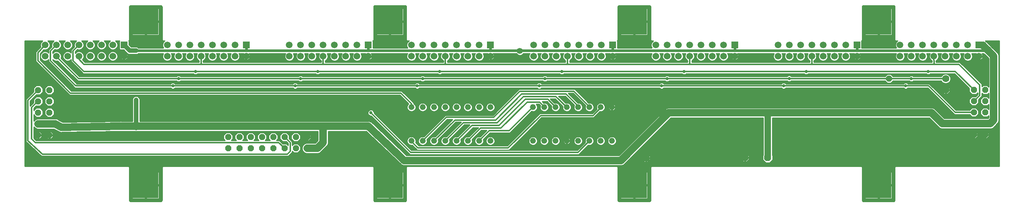
<source format=gbl>
G75*
%MOIN*%
%OFA0B0*%
%FSLAX24Y24*%
%IPPOS*%
%LPD*%
%AMOC8*
5,1,8,0,0,1.08239X$1,22.5*
%
%ADD10R,0.0594X0.0594*%
%ADD11C,0.0594*%
%ADD12OC8,0.0630*%
%ADD13C,0.0630*%
%ADD14OC8,0.0520*%
%ADD15OC8,0.0560*%
%ADD16R,0.2300X0.2300*%
%ADD17C,0.0520*%
%ADD18C,0.0320*%
%ADD19C,0.0240*%
%ADD20C,0.0660*%
%ADD21C,0.0560*%
%ADD22C,0.0396*%
%ADD23C,0.0400*%
%ADD24C,0.0120*%
%ADD25C,0.0531*%
%ADD26C,0.0100*%
%ADD27C,0.0290*%
D10*
X017635Y014217D03*
X028462Y014217D03*
X039288Y014217D03*
X050115Y014217D03*
X060942Y014217D03*
X071769Y014217D03*
X082596Y014217D03*
X093422Y014217D03*
D11*
X092422Y014217D03*
X091422Y014217D03*
X090422Y014217D03*
X089422Y014217D03*
X088422Y014217D03*
X087422Y014217D03*
X086422Y014217D03*
X086422Y013217D03*
X087422Y013217D03*
X088422Y013217D03*
X089422Y013217D03*
X090422Y013217D03*
X091422Y013217D03*
X092422Y013217D03*
X093422Y013217D03*
X082596Y013217D03*
X081596Y013217D03*
X080596Y013217D03*
X079596Y013217D03*
X078596Y013217D03*
X077596Y013217D03*
X076596Y013217D03*
X075596Y013217D03*
X071769Y013217D03*
X070769Y013217D03*
X069769Y013217D03*
X068769Y013217D03*
X067769Y013217D03*
X066769Y013217D03*
X065769Y013217D03*
X064769Y013217D03*
X060942Y013217D03*
X059942Y013217D03*
X058942Y013217D03*
X057942Y013217D03*
X056942Y013217D03*
X055942Y013217D03*
X054942Y013217D03*
X053942Y013217D03*
X050115Y013217D03*
X049115Y013217D03*
X048115Y013217D03*
X047115Y013217D03*
X046115Y013217D03*
X045115Y013217D03*
X044115Y013217D03*
X043115Y013217D03*
X039288Y013217D03*
X038288Y013217D03*
X037288Y013217D03*
X036288Y013217D03*
X035288Y013217D03*
X034288Y013217D03*
X033288Y013217D03*
X032288Y013217D03*
X028462Y013217D03*
X027462Y013217D03*
X026462Y013217D03*
X025462Y013217D03*
X024462Y013217D03*
X023462Y013217D03*
X022462Y013217D03*
X021462Y013217D03*
X017635Y013217D03*
X016635Y013217D03*
X015635Y013217D03*
X014635Y013217D03*
X013635Y013217D03*
X012635Y013217D03*
X011635Y013217D03*
X010635Y013217D03*
X010635Y014217D03*
X011635Y014217D03*
X012635Y014217D03*
X013635Y014217D03*
X014635Y014217D03*
X015635Y014217D03*
X016635Y014217D03*
X021462Y014217D03*
X022462Y014217D03*
X023462Y014217D03*
X024462Y014217D03*
X025462Y014217D03*
X026462Y014217D03*
X027462Y014217D03*
X032288Y014217D03*
X033288Y014217D03*
X034288Y014217D03*
X035288Y014217D03*
X036288Y014217D03*
X037288Y014217D03*
X038288Y014217D03*
X043115Y014217D03*
X044115Y014217D03*
X045115Y014217D03*
X046115Y014217D03*
X047115Y014217D03*
X048115Y014217D03*
X049115Y014217D03*
X053942Y014217D03*
X054942Y014217D03*
X055942Y014217D03*
X056942Y014217D03*
X057942Y014217D03*
X058942Y014217D03*
X059942Y014217D03*
X064769Y014217D03*
X065769Y014217D03*
X066769Y014217D03*
X067769Y014217D03*
X068769Y014217D03*
X069769Y014217D03*
X070769Y014217D03*
X075596Y014217D03*
X076596Y014217D03*
X077596Y014217D03*
X078596Y014217D03*
X079596Y014217D03*
X080596Y014217D03*
X081596Y014217D03*
D12*
X090461Y010220D03*
X074681Y004180D03*
X072681Y004180D03*
X063901Y004160D03*
X061901Y004160D03*
D13*
X090461Y011220D03*
D14*
X085441Y011220D03*
X085441Y008220D03*
D15*
X092961Y008220D03*
X093961Y008220D03*
X093961Y007220D03*
X092961Y007220D03*
X092961Y006220D03*
X093961Y006220D03*
X093961Y009220D03*
X092961Y009220D03*
X092961Y010220D03*
X093961Y010220D03*
X033861Y006020D03*
X032861Y006020D03*
X031861Y006020D03*
X030861Y006020D03*
X029861Y006020D03*
X028861Y006020D03*
X027861Y006020D03*
X026861Y006020D03*
X026861Y005020D03*
X027861Y005020D03*
X028861Y005020D03*
X029861Y005020D03*
X030861Y005020D03*
X031861Y005020D03*
X032861Y005020D03*
X033861Y005020D03*
X011021Y006200D03*
X010021Y006200D03*
X010021Y007200D03*
X011021Y007200D03*
X011021Y008200D03*
X010021Y008200D03*
X010021Y009200D03*
X011021Y009200D03*
X011021Y010200D03*
X010021Y010200D03*
D16*
X019548Y016292D03*
X041202Y016292D03*
X062855Y016292D03*
X084509Y016292D03*
X084509Y001725D03*
X062855Y001725D03*
X041202Y001725D03*
X019548Y001725D03*
D17*
X043101Y005680D03*
X044101Y005680D03*
X045101Y005680D03*
X046101Y005680D03*
X047101Y005680D03*
X048101Y005680D03*
X049101Y005680D03*
X050101Y005680D03*
X053885Y005680D03*
X054885Y005680D03*
X055885Y005680D03*
X056885Y005680D03*
X057885Y005680D03*
X058885Y005680D03*
X059885Y005680D03*
X060885Y005680D03*
X060885Y008680D03*
X059885Y008680D03*
X058885Y008680D03*
X057885Y008680D03*
X056885Y008680D03*
X055885Y008680D03*
X054885Y008680D03*
X053885Y008680D03*
X050101Y008680D03*
X049101Y008680D03*
X048101Y008680D03*
X047101Y008680D03*
X046101Y008680D03*
X045101Y008680D03*
X044101Y008680D03*
X043101Y008680D03*
D18*
X093422Y014217D02*
X093441Y014180D01*
D19*
X093761Y014180D01*
X093460Y014180D02*
X093441Y014180D01*
X093901Y013720D02*
X093941Y013720D01*
X094081Y013860D01*
X093901Y013720D02*
X082621Y013720D01*
X082596Y013746D01*
X082596Y014217D01*
X082621Y013720D02*
X071781Y013720D01*
X071769Y013732D01*
X071769Y014217D01*
X071781Y013720D02*
X060941Y013720D01*
X060942Y013720D01*
X060942Y014217D01*
X060941Y013720D02*
X052561Y013720D01*
X050161Y013720D01*
X050115Y013766D01*
X050115Y014217D01*
X050161Y013720D02*
X039341Y013720D01*
X039288Y013773D01*
X039288Y014217D01*
X039341Y013720D02*
X028481Y013720D01*
X028462Y013739D01*
X028462Y014217D01*
X028481Y013720D02*
X018701Y013720D01*
X018701Y006840D02*
X017281Y006980D01*
D20*
X035281Y006980D01*
X035281Y005540D01*
X034761Y005020D01*
X033861Y005020D01*
X039281Y006980D02*
X042481Y003940D01*
X052721Y003940D01*
X053921Y003940D01*
X054001Y003940D01*
X059921Y003940D01*
X061681Y003940D01*
X065921Y008180D01*
X074801Y008180D01*
X089201Y008180D01*
X090161Y007220D01*
X092961Y007220D01*
X093961Y007220D01*
X094401Y007220D01*
X094721Y007540D01*
X094721Y013220D01*
X094161Y013780D01*
X094081Y013860D01*
X093761Y014180D01*
X054001Y003940D02*
X053921Y003940D01*
X039281Y006980D02*
X035281Y006980D01*
X017281Y006980D02*
X012081Y006900D01*
X011541Y007200D01*
X011021Y007200D01*
X010021Y007200D01*
D21*
X074681Y008060D02*
X074681Y004180D01*
X074681Y008060D02*
X074801Y008180D01*
D22*
X018701Y009340D03*
X018701Y013720D03*
D23*
X018132Y013720D01*
X017635Y014217D01*
X018701Y009340D02*
X018701Y006840D01*
D24*
X009761Y005540D02*
X028341Y005540D01*
X031341Y005540D01*
X031861Y005020D01*
X032361Y004760D02*
X032361Y005520D01*
X031861Y006020D01*
X032361Y004760D02*
X032101Y004500D01*
X028301Y004500D01*
X010401Y004500D01*
X009121Y005700D01*
X009121Y009300D01*
X010021Y010200D01*
X010001Y012820D02*
X012881Y009940D01*
X042161Y009940D01*
X043101Y009000D01*
X043101Y008680D01*
X039521Y008180D02*
X042961Y004740D01*
X043041Y004660D01*
X057861Y004660D01*
X057941Y004736D01*
X058885Y005680D01*
X054561Y007940D02*
X051681Y005060D01*
X050561Y005060D01*
X043681Y005060D01*
X043101Y005640D01*
X043101Y005680D01*
X044101Y005680D02*
X046201Y007780D01*
X050401Y007780D01*
X052721Y010100D01*
X057521Y010100D01*
X058885Y008736D01*
X058885Y008680D01*
X059201Y007940D02*
X059885Y008623D01*
X059885Y008680D01*
X057885Y008680D02*
X057885Y008776D01*
X056801Y009860D01*
X052881Y009860D01*
X050561Y007540D01*
X046961Y007540D01*
X045101Y005680D01*
X046101Y005680D02*
X047721Y007300D01*
X050721Y007300D01*
X053041Y009620D01*
X055921Y009620D01*
X056861Y008680D01*
X056885Y008680D01*
X055885Y008696D02*
X055885Y008680D01*
X055885Y008696D02*
X055201Y009380D01*
X053201Y009380D01*
X050881Y007060D01*
X048481Y007060D01*
X047101Y005680D01*
X048101Y005680D02*
X049241Y006820D01*
X051041Y006820D01*
X053361Y009140D01*
X054481Y009140D01*
X054885Y008736D01*
X054885Y008680D01*
X053885Y008680D02*
X053861Y008680D01*
X051761Y006580D01*
X050001Y006580D01*
X049101Y005680D01*
X054561Y007940D02*
X059201Y007940D01*
X054441Y010580D02*
X065281Y010580D01*
X076101Y010580D01*
X086921Y010580D01*
X087361Y010580D01*
X088941Y010580D01*
X091301Y008220D01*
X092961Y008220D01*
X092961Y009220D02*
X093481Y009740D01*
X093481Y010660D01*
X091641Y012500D01*
X089425Y012500D01*
X089422Y013217D01*
X087422Y013217D02*
X087421Y013216D01*
X089425Y012500D02*
X078721Y012500D01*
X078641Y012500D01*
X078596Y012546D01*
X078596Y013217D01*
X078641Y012500D02*
X067841Y012500D01*
X067761Y012500D01*
X067769Y012507D01*
X067769Y013217D01*
X067761Y012500D02*
X056961Y012500D01*
X056942Y012519D01*
X056942Y013217D01*
X056961Y012500D02*
X046161Y012500D01*
X046115Y012546D01*
X046115Y013217D01*
X046161Y012500D02*
X035281Y012500D01*
X035288Y012507D01*
X035288Y013217D01*
X035281Y012500D02*
X024481Y012500D01*
X024462Y012519D01*
X024462Y013217D01*
X024481Y012500D02*
X014081Y012500D01*
X013635Y012946D01*
X013635Y013217D01*
X013121Y012820D02*
X014081Y011860D01*
X023961Y011860D01*
X024081Y011860D01*
X034801Y011860D01*
X045621Y011860D01*
X056441Y011860D01*
X067281Y011860D01*
X078101Y011860D01*
X088921Y011860D01*
X088961Y011860D01*
X091321Y011860D01*
X092961Y010220D01*
X090461Y011220D02*
X087421Y011220D01*
X087441Y011220D01*
X087421Y011220D02*
X085441Y011220D01*
X076681Y011220D01*
X085441Y011220D01*
X076681Y011220D02*
X076581Y011220D01*
X076596Y011234D01*
X076581Y011220D02*
X065761Y011220D01*
X054941Y011220D01*
X044101Y011220D01*
X033281Y011220D01*
X022461Y011220D01*
X022401Y011220D01*
X022461Y011220D01*
X022401Y011220D02*
X013601Y011220D01*
X013361Y011460D01*
X011635Y013186D01*
X011635Y013217D01*
X011121Y012820D02*
X013281Y010660D01*
X013361Y010580D01*
X021961Y010580D01*
X032801Y010580D01*
X043621Y010580D01*
X054441Y010580D01*
X052721Y013700D02*
X052581Y013700D01*
X052561Y013720D01*
X024081Y011860D02*
X023961Y011860D01*
X013635Y014213D02*
X013121Y013700D01*
X013121Y012820D01*
X011121Y012820D02*
X011121Y013700D01*
X011635Y014213D01*
X011635Y014217D01*
X010635Y014217D02*
X010598Y014180D01*
X010001Y013540D01*
X010001Y013460D01*
X010001Y012820D01*
X013635Y014213D02*
X013635Y014217D01*
X010021Y009200D02*
X009981Y009200D01*
X009441Y008660D01*
X009441Y005860D01*
X009761Y005540D01*
X074801Y008180D02*
X079561Y008180D01*
X085441Y008220D01*
D25*
X059921Y003940D03*
X053921Y003940D03*
X052721Y003940D03*
X052721Y013700D03*
D26*
X018103Y003353D02*
X018103Y000400D01*
X018108Y000369D01*
X018139Y000315D01*
X018192Y000284D01*
X018192Y000284D01*
X018223Y000280D01*
X020873Y000280D01*
X020904Y000284D01*
X020958Y000315D01*
X020989Y000369D01*
X020993Y000400D01*
X020993Y003353D01*
X021069Y003430D01*
X039681Y003430D01*
X039757Y003353D01*
X039757Y000400D01*
X039761Y000369D01*
X039792Y000315D01*
X039846Y000284D01*
X039877Y000280D01*
X042527Y000280D01*
X042558Y000284D01*
X042611Y000315D01*
X042643Y000369D01*
X042647Y000400D01*
X042647Y003353D01*
X042723Y003430D01*
X061334Y003430D01*
X061411Y003353D01*
X061411Y000400D01*
X061415Y000369D01*
X061446Y000315D01*
X061499Y000284D01*
X061531Y000280D01*
X064180Y000280D01*
X064211Y000284D01*
X064265Y000315D01*
X064296Y000369D01*
X064300Y000400D01*
X064300Y003353D01*
X064376Y003430D01*
X082988Y003430D01*
X083064Y003353D01*
X083064Y000400D01*
X083068Y000369D01*
X083099Y000315D01*
X083153Y000284D01*
X083184Y000280D01*
X085834Y000280D01*
X085865Y000284D01*
X085919Y000315D01*
X085950Y000369D01*
X085954Y000400D01*
X085954Y003353D01*
X086030Y003430D01*
X095206Y003430D01*
X095206Y014587D01*
X093980Y014587D01*
X094022Y014570D01*
X094471Y014120D01*
X094551Y014040D01*
X095111Y013480D01*
X095181Y013311D01*
X095181Y007448D01*
X095111Y007279D01*
X094982Y007150D01*
X094662Y006830D01*
X094493Y006760D01*
X090070Y006760D01*
X089901Y006830D01*
X089772Y006959D01*
X089011Y007720D01*
X075091Y007720D01*
X075091Y004399D01*
X075126Y004364D01*
X075126Y003995D01*
X074866Y003735D01*
X074497Y003735D01*
X074236Y003995D01*
X074236Y004364D01*
X074271Y004399D01*
X074271Y007720D01*
X066112Y007720D01*
X062071Y003679D01*
X062071Y003679D01*
X061942Y003550D01*
X061773Y003480D01*
X042487Y003480D01*
X042402Y003477D01*
X042396Y003480D01*
X042390Y003480D01*
X042311Y003512D01*
X042231Y003543D01*
X042227Y003547D01*
X042221Y003550D01*
X042160Y003610D01*
X039098Y006520D01*
X035741Y006520D01*
X035741Y005448D01*
X035671Y005279D01*
X035542Y005150D01*
X035022Y004630D01*
X034853Y004560D01*
X033770Y004560D01*
X033601Y004630D01*
X033472Y004759D01*
X033401Y004928D01*
X033401Y005111D01*
X033472Y005280D01*
X033601Y005410D01*
X033770Y005480D01*
X034571Y005480D01*
X034821Y005730D01*
X034821Y006520D01*
X018791Y006520D01*
X018767Y006510D01*
X018636Y006510D01*
X018612Y006520D01*
X017285Y006520D01*
X012149Y006441D01*
X012120Y006432D01*
X012059Y006439D01*
X011997Y006438D01*
X011969Y006450D01*
X011938Y006453D01*
X011884Y006483D01*
X011827Y006506D01*
X011805Y006527D01*
X011422Y006740D01*
X009930Y006740D01*
X009761Y006810D01*
X009632Y006939D01*
X009631Y006939D01*
X009631Y005938D01*
X009840Y005730D01*
X026572Y005730D01*
X026451Y005850D01*
X026451Y006189D01*
X026692Y006430D01*
X027031Y006430D01*
X027271Y006189D01*
X027271Y005850D01*
X027151Y005730D01*
X027572Y005730D01*
X027451Y005850D01*
X027451Y006189D01*
X027692Y006430D01*
X028031Y006430D01*
X028271Y006189D01*
X028271Y005850D01*
X028151Y005730D01*
X028572Y005730D01*
X028451Y005850D01*
X028451Y006189D01*
X028692Y006430D01*
X029031Y006430D01*
X029271Y006189D01*
X029271Y005850D01*
X029151Y005730D01*
X029572Y005730D01*
X029451Y005850D01*
X029451Y006189D01*
X029692Y006430D01*
X030031Y006430D01*
X030271Y006189D01*
X030271Y005850D01*
X030151Y005730D01*
X030572Y005730D01*
X030451Y005850D01*
X030451Y006189D01*
X030692Y006430D01*
X031031Y006430D01*
X031271Y006189D01*
X031271Y005850D01*
X031151Y005730D01*
X031420Y005730D01*
X031720Y005430D01*
X032031Y005430D01*
X032171Y005289D01*
X032171Y005441D01*
X032003Y005610D01*
X031692Y005610D01*
X031451Y005850D01*
X031451Y006189D01*
X031692Y006430D01*
X032031Y006430D01*
X032271Y006189D01*
X032271Y005878D01*
X032551Y005598D01*
X032551Y005289D01*
X032692Y005430D01*
X033031Y005430D01*
X033271Y005189D01*
X033271Y004850D01*
X033031Y004610D01*
X032692Y004610D01*
X032551Y004750D01*
X032551Y004681D01*
X032440Y004570D01*
X032180Y004310D01*
X010405Y004310D01*
X010329Y004307D01*
X010326Y004310D01*
X010323Y004310D01*
X010269Y004363D01*
X009046Y005510D01*
X009043Y005510D01*
X008989Y005563D01*
X008934Y005615D01*
X008934Y005618D01*
X008931Y005621D01*
X008931Y005697D01*
X008929Y005772D01*
X008931Y005775D01*
X008931Y009378D01*
X009611Y010058D01*
X009611Y010369D01*
X009852Y010610D01*
X010191Y010610D01*
X010431Y010369D01*
X010431Y010030D01*
X010191Y009790D01*
X009880Y009790D01*
X009311Y009221D01*
X009311Y008798D01*
X009363Y008850D01*
X009611Y009098D01*
X009611Y009369D01*
X009852Y009610D01*
X010191Y009610D01*
X010431Y009369D01*
X010431Y009030D01*
X010191Y008790D01*
X009852Y008790D01*
X009846Y008795D01*
X009631Y008581D01*
X009631Y008389D01*
X009852Y008610D01*
X010191Y008610D01*
X010431Y008369D01*
X010431Y008030D01*
X010191Y007790D01*
X009852Y007790D01*
X009631Y008010D01*
X009631Y007460D01*
X009632Y007460D01*
X009761Y007590D01*
X009930Y007660D01*
X011477Y007660D01*
X011503Y007667D01*
X011568Y007660D01*
X011633Y007660D01*
X011658Y007649D01*
X011685Y007646D01*
X011742Y007615D01*
X011802Y007590D01*
X011821Y007570D01*
X012197Y007361D01*
X017187Y007438D01*
X017190Y007440D01*
X017278Y007440D01*
X017366Y007441D01*
X017369Y007440D01*
X018371Y007440D01*
X018371Y009405D01*
X018422Y009527D01*
X018515Y009619D01*
X018636Y009670D01*
X018767Y009670D01*
X018888Y009619D01*
X018981Y009527D01*
X019031Y009405D01*
X019031Y007440D01*
X039276Y007440D01*
X039361Y007442D01*
X039367Y007440D01*
X039373Y007440D01*
X039452Y007407D01*
X039532Y007376D01*
X039536Y007372D01*
X039542Y007370D01*
X039603Y007309D01*
X042665Y004400D01*
X061491Y004400D01*
X065532Y008440D01*
X065532Y008440D01*
X065661Y008570D01*
X065830Y008640D01*
X089293Y008640D01*
X089462Y008570D01*
X090352Y007680D01*
X094211Y007680D01*
X094261Y007730D01*
X094261Y007940D01*
X094131Y007810D01*
X093792Y007810D01*
X093551Y008050D01*
X093551Y008389D01*
X093792Y008630D01*
X094131Y008630D01*
X094261Y008499D01*
X094261Y008940D01*
X094131Y008810D01*
X093792Y008810D01*
X093551Y009050D01*
X093551Y009389D01*
X093792Y009630D01*
X094131Y009630D01*
X094261Y009499D01*
X094261Y009940D01*
X094131Y009810D01*
X093792Y009810D01*
X093671Y009930D01*
X093671Y009661D01*
X093371Y009361D01*
X093371Y009050D01*
X093131Y008810D01*
X092792Y008810D01*
X092551Y009050D01*
X092551Y009389D01*
X092792Y009630D01*
X093103Y009630D01*
X093291Y009818D01*
X093291Y009970D01*
X093131Y009810D01*
X092792Y009810D01*
X092551Y010050D01*
X092551Y010361D01*
X091243Y011670D01*
X089120Y011670D01*
X089077Y011626D01*
X088976Y011585D01*
X088867Y011585D01*
X088766Y011626D01*
X088723Y011670D01*
X078300Y011670D01*
X078257Y011626D01*
X078156Y011585D01*
X078047Y011585D01*
X077946Y011626D01*
X077903Y011670D01*
X067480Y011670D01*
X067437Y011626D01*
X067336Y011585D01*
X067227Y011585D01*
X067126Y011626D01*
X067083Y011670D01*
X056640Y011670D01*
X056597Y011626D01*
X056496Y011585D01*
X056387Y011585D01*
X056286Y011626D01*
X056243Y011670D01*
X045820Y011670D01*
X045777Y011626D01*
X045676Y011585D01*
X045567Y011585D01*
X045466Y011626D01*
X045423Y011670D01*
X035000Y011670D01*
X034957Y011626D01*
X034856Y011585D01*
X034747Y011585D01*
X034646Y011626D01*
X034603Y011670D01*
X024160Y011670D01*
X024117Y011626D01*
X024016Y011585D01*
X023907Y011585D01*
X023806Y011626D01*
X023763Y011670D01*
X014003Y011670D01*
X013891Y011781D01*
X012931Y012741D01*
X012931Y012910D01*
X012877Y012855D01*
X012720Y012790D01*
X012550Y012790D01*
X012393Y012855D01*
X012273Y012975D01*
X012208Y013132D01*
X012208Y013302D01*
X012273Y013459D01*
X012393Y013579D01*
X012550Y013644D01*
X012720Y013644D01*
X012877Y013579D01*
X012931Y013524D01*
X012931Y013778D01*
X013043Y013890D01*
X013231Y014077D01*
X013208Y014132D01*
X013208Y014302D01*
X013273Y014459D01*
X013393Y014579D01*
X013413Y014587D01*
X012857Y014587D01*
X012877Y014579D01*
X012997Y014459D01*
X013062Y014302D01*
X013062Y014132D01*
X012997Y013975D01*
X012877Y013855D01*
X012720Y013790D01*
X012550Y013790D01*
X012393Y013855D01*
X012273Y013975D01*
X012208Y014132D01*
X012208Y014302D01*
X012273Y014459D01*
X012393Y014579D01*
X012413Y014587D01*
X011857Y014587D01*
X011877Y014579D01*
X011997Y014459D01*
X012062Y014302D01*
X012062Y014132D01*
X011997Y013975D01*
X011877Y013855D01*
X011720Y013790D01*
X011550Y013790D01*
X011501Y013810D01*
X011311Y013621D01*
X011311Y013497D01*
X011393Y013579D01*
X011550Y013644D01*
X011720Y013644D01*
X011877Y013579D01*
X011997Y013459D01*
X012062Y013302D01*
X012062Y013132D01*
X012031Y013059D01*
X013440Y011650D01*
X013680Y011410D01*
X022263Y011410D01*
X022306Y011453D01*
X022407Y011495D01*
X022516Y011495D01*
X022617Y011453D01*
X022660Y011410D01*
X033083Y011410D01*
X033126Y011453D01*
X033227Y011495D01*
X033336Y011495D01*
X033437Y011453D01*
X033480Y011410D01*
X043903Y011410D01*
X043946Y011453D01*
X044047Y011495D01*
X044156Y011495D01*
X044257Y011453D01*
X044300Y011410D01*
X054743Y011410D01*
X054786Y011453D01*
X054887Y011495D01*
X054996Y011495D01*
X055097Y011453D01*
X055140Y011410D01*
X065563Y011410D01*
X065606Y011453D01*
X065707Y011495D01*
X065816Y011495D01*
X065917Y011453D01*
X065960Y011410D01*
X076383Y011410D01*
X076440Y011467D01*
X076541Y011509D01*
X076650Y011509D01*
X076751Y011467D01*
X076808Y011410D01*
X085080Y011410D01*
X085280Y011610D01*
X085603Y011610D01*
X085803Y011410D01*
X087223Y011410D01*
X087266Y011453D01*
X087367Y011495D01*
X087476Y011495D01*
X087577Y011453D01*
X087620Y011410D01*
X090059Y011410D01*
X090084Y011472D01*
X090209Y011597D01*
X090373Y011665D01*
X090550Y011665D01*
X090714Y011597D01*
X090839Y011472D01*
X090906Y011308D01*
X090906Y011131D01*
X090839Y010968D01*
X090714Y010842D01*
X090550Y010775D01*
X090373Y010775D01*
X090209Y010842D01*
X090084Y010968D01*
X090059Y011030D01*
X087620Y011030D01*
X087577Y010986D01*
X087476Y010945D01*
X087367Y010945D01*
X087266Y010986D01*
X087223Y011030D01*
X085803Y011030D01*
X085603Y010830D01*
X085280Y010830D01*
X085080Y011030D01*
X076780Y011030D01*
X076751Y011000D01*
X076650Y010959D01*
X076541Y010959D01*
X076440Y011000D01*
X076411Y011030D01*
X065960Y011030D01*
X065917Y010986D01*
X065816Y010945D01*
X065707Y010945D01*
X065606Y010986D01*
X065563Y011030D01*
X055140Y011030D01*
X055097Y010986D01*
X054996Y010945D01*
X054887Y010945D01*
X054786Y010986D01*
X054743Y011030D01*
X044300Y011030D01*
X044257Y010986D01*
X044156Y010945D01*
X044047Y010945D01*
X043946Y010986D01*
X043903Y011030D01*
X033480Y011030D01*
X033437Y010986D01*
X033336Y010945D01*
X033227Y010945D01*
X033126Y010986D01*
X033083Y011030D01*
X022660Y011030D01*
X022617Y010986D01*
X022516Y010945D01*
X022407Y010945D01*
X022306Y010986D01*
X022263Y011030D01*
X013523Y011030D01*
X013411Y011141D01*
X013171Y011381D01*
X011750Y012803D01*
X011720Y012790D01*
X011550Y012790D01*
X011393Y012855D01*
X011311Y012937D01*
X011311Y012898D01*
X013360Y010850D01*
X013440Y010770D01*
X021763Y010770D01*
X021806Y010813D01*
X021907Y010855D01*
X022016Y010855D01*
X022117Y010813D01*
X022160Y010770D01*
X032603Y010770D01*
X032646Y010813D01*
X032747Y010855D01*
X032856Y010855D01*
X032957Y010813D01*
X033000Y010770D01*
X043423Y010770D01*
X043466Y010813D01*
X043567Y010855D01*
X043676Y010855D01*
X043777Y010813D01*
X043820Y010770D01*
X054243Y010770D01*
X054286Y010813D01*
X054387Y010855D01*
X054496Y010855D01*
X054597Y010813D01*
X054640Y010770D01*
X065083Y010770D01*
X065126Y010813D01*
X065227Y010855D01*
X065336Y010855D01*
X065437Y010813D01*
X065480Y010770D01*
X075903Y010770D01*
X075946Y010813D01*
X076047Y010855D01*
X076156Y010855D01*
X076257Y010813D01*
X076300Y010770D01*
X086723Y010770D01*
X086766Y010813D01*
X086867Y010855D01*
X086976Y010855D01*
X087077Y010813D01*
X087120Y010770D01*
X089020Y010770D01*
X091380Y008410D01*
X092572Y008410D01*
X092792Y008630D01*
X093131Y008630D01*
X093371Y008389D01*
X093371Y008050D01*
X093131Y007810D01*
X092792Y007810D01*
X092572Y008030D01*
X091223Y008030D01*
X091111Y008141D01*
X088863Y010390D01*
X087120Y010390D01*
X087077Y010346D01*
X086976Y010305D01*
X086867Y010305D01*
X086766Y010346D01*
X086723Y010390D01*
X076300Y010390D01*
X076257Y010346D01*
X076156Y010305D01*
X076047Y010305D01*
X075946Y010346D01*
X075903Y010390D01*
X065480Y010390D01*
X065437Y010346D01*
X065336Y010305D01*
X065227Y010305D01*
X065126Y010346D01*
X065083Y010390D01*
X054640Y010390D01*
X054597Y010346D01*
X054496Y010305D01*
X054387Y010305D01*
X054286Y010346D01*
X054243Y010390D01*
X043820Y010390D01*
X043777Y010346D01*
X043676Y010305D01*
X043567Y010305D01*
X043466Y010346D01*
X043423Y010390D01*
X033000Y010390D01*
X032957Y010346D01*
X032856Y010305D01*
X032747Y010305D01*
X032646Y010346D01*
X032603Y010390D01*
X022160Y010390D01*
X022117Y010346D01*
X022016Y010305D01*
X021907Y010305D01*
X021806Y010346D01*
X021763Y010390D01*
X013283Y010390D01*
X013171Y010501D01*
X013091Y010581D01*
X010931Y012741D01*
X010931Y012910D01*
X010877Y012855D01*
X010720Y012790D01*
X010550Y012790D01*
X010393Y012855D01*
X010273Y012975D01*
X010208Y013132D01*
X010208Y013302D01*
X010273Y013459D01*
X010393Y013579D01*
X010550Y013644D01*
X010720Y013644D01*
X010877Y013579D01*
X010931Y013524D01*
X010931Y013778D01*
X011043Y013890D01*
X011043Y013890D01*
X011231Y014077D01*
X011208Y014132D01*
X011208Y014302D01*
X011273Y014459D01*
X011393Y014579D01*
X011413Y014587D01*
X010857Y014587D01*
X010877Y014579D01*
X010997Y014459D01*
X011062Y014302D01*
X011062Y014132D01*
X010997Y013975D01*
X010877Y013855D01*
X010720Y013790D01*
X010550Y013790D01*
X010510Y013807D01*
X010191Y013465D01*
X010191Y012898D01*
X012960Y010130D01*
X042240Y010130D01*
X042351Y010018D01*
X043291Y009078D01*
X043291Y009023D01*
X043322Y009010D01*
X043432Y008901D01*
X043491Y008757D01*
X043491Y008602D01*
X043432Y008459D01*
X043322Y008349D01*
X043179Y008290D01*
X043024Y008290D01*
X042881Y008349D01*
X042771Y008459D01*
X042711Y008602D01*
X042711Y008757D01*
X042771Y008901D01*
X042851Y008981D01*
X042083Y009750D01*
X012803Y009750D01*
X009923Y012630D01*
X009811Y012741D01*
X009811Y013536D01*
X009809Y013612D01*
X009811Y013614D01*
X009811Y013618D01*
X009865Y013672D01*
X010234Y014068D01*
X010208Y014132D01*
X010208Y014302D01*
X010273Y014459D01*
X010393Y014579D01*
X010413Y014587D01*
X008851Y014587D01*
X008851Y003430D01*
X018027Y003430D01*
X018103Y003353D01*
X018103Y003300D02*
X020993Y003300D01*
X020993Y003201D02*
X018103Y003201D01*
X018103Y003103D02*
X020993Y003103D01*
X020993Y003004D02*
X018103Y003004D01*
X018103Y002906D02*
X018358Y002906D01*
X018356Y002903D02*
X018348Y002885D01*
X018348Y001775D01*
X019498Y001775D01*
X019498Y001675D01*
X018348Y001675D01*
X018348Y000565D01*
X018356Y000546D01*
X018370Y000532D01*
X018388Y000525D01*
X019498Y000525D01*
X019498Y001675D01*
X019598Y001675D01*
X019598Y000525D01*
X020708Y000525D01*
X020727Y000532D01*
X020741Y000546D01*
X020748Y000565D01*
X020748Y001675D01*
X019598Y001675D01*
X019598Y001775D01*
X019498Y001775D01*
X019498Y002925D01*
X018388Y002925D01*
X018370Y002917D01*
X018356Y002903D01*
X018348Y002807D02*
X018103Y002807D01*
X018103Y002709D02*
X018348Y002709D01*
X018348Y002610D02*
X018103Y002610D01*
X018103Y002512D02*
X018348Y002512D01*
X018348Y002413D02*
X018103Y002413D01*
X018103Y002315D02*
X018348Y002315D01*
X018348Y002216D02*
X018103Y002216D01*
X018103Y002118D02*
X018348Y002118D01*
X018348Y002019D02*
X018103Y002019D01*
X018103Y001921D02*
X018348Y001921D01*
X018348Y001822D02*
X018103Y001822D01*
X018103Y001724D02*
X019498Y001724D01*
X019498Y001822D02*
X019598Y001822D01*
X019598Y001775D02*
X019598Y002925D01*
X020708Y002925D01*
X020727Y002917D01*
X020741Y002903D01*
X020748Y002885D01*
X020748Y001775D01*
X019598Y001775D01*
X019598Y001724D02*
X020993Y001724D01*
X020993Y001822D02*
X020748Y001822D01*
X020748Y001921D02*
X020993Y001921D01*
X020993Y002019D02*
X020748Y002019D01*
X020748Y002118D02*
X020993Y002118D01*
X020993Y002216D02*
X020748Y002216D01*
X020748Y002315D02*
X020993Y002315D01*
X020993Y002413D02*
X020748Y002413D01*
X020748Y002512D02*
X020993Y002512D01*
X020993Y002610D02*
X020748Y002610D01*
X020748Y002709D02*
X020993Y002709D01*
X020993Y002807D02*
X020748Y002807D01*
X020738Y002906D02*
X020993Y002906D01*
X019598Y002906D02*
X019498Y002906D01*
X019498Y002807D02*
X019598Y002807D01*
X019598Y002709D02*
X019498Y002709D01*
X019498Y002610D02*
X019598Y002610D01*
X019598Y002512D02*
X019498Y002512D01*
X019498Y002413D02*
X019598Y002413D01*
X019598Y002315D02*
X019498Y002315D01*
X019498Y002216D02*
X019598Y002216D01*
X019598Y002118D02*
X019498Y002118D01*
X019498Y002019D02*
X019598Y002019D01*
X019598Y001921D02*
X019498Y001921D01*
X019498Y001625D02*
X019598Y001625D01*
X019598Y001527D02*
X019498Y001527D01*
X019498Y001428D02*
X019598Y001428D01*
X019598Y001330D02*
X019498Y001330D01*
X019498Y001231D02*
X019598Y001231D01*
X019598Y001133D02*
X019498Y001133D01*
X019498Y001034D02*
X019598Y001034D01*
X019598Y000936D02*
X019498Y000936D01*
X019498Y000837D02*
X019598Y000837D01*
X019598Y000739D02*
X019498Y000739D01*
X019498Y000640D02*
X019598Y000640D01*
X019598Y000542D02*
X019498Y000542D01*
X018361Y000542D02*
X018103Y000542D01*
X018103Y000640D02*
X018348Y000640D01*
X018348Y000739D02*
X018103Y000739D01*
X018103Y000837D02*
X018348Y000837D01*
X018348Y000936D02*
X018103Y000936D01*
X018103Y001034D02*
X018348Y001034D01*
X018348Y001133D02*
X018103Y001133D01*
X018103Y001231D02*
X018348Y001231D01*
X018348Y001330D02*
X018103Y001330D01*
X018103Y001428D02*
X018348Y001428D01*
X018348Y001527D02*
X018103Y001527D01*
X018103Y001625D02*
X018348Y001625D01*
X020748Y001625D02*
X020993Y001625D01*
X020993Y001527D02*
X020748Y001527D01*
X020748Y001428D02*
X020993Y001428D01*
X020993Y001330D02*
X020748Y001330D01*
X020748Y001231D02*
X020993Y001231D01*
X020993Y001133D02*
X020748Y001133D01*
X020748Y001034D02*
X020993Y001034D01*
X020993Y000936D02*
X020748Y000936D01*
X020748Y000837D02*
X020993Y000837D01*
X020993Y000739D02*
X020748Y000739D01*
X020748Y000640D02*
X020993Y000640D01*
X020993Y000542D02*
X020736Y000542D01*
X020993Y000443D02*
X018103Y000443D01*
X018122Y000345D02*
X020975Y000345D01*
X021038Y003398D02*
X018059Y003398D01*
X010248Y004383D02*
X008851Y004383D01*
X008851Y004285D02*
X041450Y004285D01*
X041347Y004383D02*
X032254Y004383D01*
X032352Y004482D02*
X041243Y004482D01*
X041139Y004580D02*
X034902Y004580D01*
X035071Y004679D02*
X041036Y004679D01*
X040932Y004777D02*
X035170Y004777D01*
X035268Y004876D02*
X040828Y004876D01*
X040725Y004974D02*
X035367Y004974D01*
X035465Y005073D02*
X040621Y005073D01*
X040517Y005171D02*
X035564Y005171D01*
X035662Y005270D02*
X040414Y005270D01*
X040310Y005368D02*
X035708Y005368D01*
X035741Y005467D02*
X040206Y005467D01*
X040103Y005565D02*
X035741Y005565D01*
X035741Y005664D02*
X039999Y005664D01*
X039895Y005762D02*
X035741Y005762D01*
X035741Y005861D02*
X039791Y005861D01*
X039688Y005959D02*
X035741Y005959D01*
X035741Y006058D02*
X039584Y006058D01*
X039480Y006156D02*
X035741Y006156D01*
X035741Y006255D02*
X039377Y006255D01*
X039273Y006353D02*
X035741Y006353D01*
X035741Y006452D02*
X039169Y006452D01*
X040298Y006649D02*
X040784Y006649D01*
X040685Y006747D02*
X040194Y006747D01*
X040090Y006846D02*
X040587Y006846D01*
X040488Y006944D02*
X039987Y006944D01*
X039883Y007043D02*
X040390Y007043D01*
X040291Y007141D02*
X039779Y007141D01*
X039676Y007240D02*
X040193Y007240D01*
X040094Y007338D02*
X039574Y007338D01*
X039380Y007437D02*
X039996Y007437D01*
X039897Y007535D02*
X019031Y007535D01*
X019031Y007634D02*
X039799Y007634D01*
X039700Y007732D02*
X019031Y007732D01*
X019031Y007831D02*
X039602Y007831D01*
X039528Y007905D02*
X042771Y004661D01*
X042851Y004581D01*
X042963Y004470D01*
X057859Y004470D01*
X057936Y004468D01*
X057938Y004470D01*
X057940Y004470D01*
X057994Y004524D01*
X058018Y004546D01*
X058020Y004546D01*
X058074Y004601D01*
X058130Y004654D01*
X058130Y004656D01*
X058776Y005302D01*
X058807Y005290D01*
X058962Y005290D01*
X059106Y005349D01*
X059215Y005459D01*
X059275Y005602D01*
X059275Y005757D01*
X059215Y005901D01*
X059106Y006010D01*
X058962Y006070D01*
X058807Y006070D01*
X058664Y006010D01*
X058554Y005901D01*
X058495Y005757D01*
X058495Y005602D01*
X058508Y005571D01*
X057809Y004872D01*
X057785Y004850D01*
X043120Y004850D01*
X043040Y004930D01*
X039796Y008173D01*
X039796Y008234D01*
X039755Y008335D01*
X039677Y008413D01*
X039576Y008455D01*
X039467Y008455D01*
X039366Y008413D01*
X039288Y008335D01*
X039246Y008234D01*
X039246Y008125D01*
X039288Y008024D01*
X039366Y007946D01*
X039467Y007905D01*
X039528Y007905D01*
X039408Y007929D02*
X019031Y007929D01*
X019031Y008028D02*
X039287Y008028D01*
X039246Y008126D02*
X019031Y008126D01*
X019031Y008225D02*
X039246Y008225D01*
X039283Y008323D02*
X019031Y008323D01*
X019031Y008422D02*
X039387Y008422D01*
X039656Y008422D02*
X042808Y008422D01*
X042745Y008520D02*
X019031Y008520D01*
X019031Y008619D02*
X042711Y008619D01*
X042711Y008717D02*
X019031Y008717D01*
X019031Y008816D02*
X042736Y008816D01*
X042784Y008914D02*
X019031Y008914D01*
X019031Y009013D02*
X042820Y009013D01*
X042721Y009111D02*
X019031Y009111D01*
X019031Y009210D02*
X042623Y009210D01*
X042524Y009308D02*
X019031Y009308D01*
X019031Y009407D02*
X042426Y009407D01*
X042327Y009505D02*
X018990Y009505D01*
X018904Y009604D02*
X042229Y009604D01*
X042130Y009702D02*
X009793Y009702D01*
X009846Y009604D02*
X009694Y009604D01*
X009747Y009505D02*
X009596Y009505D01*
X009649Y009407D02*
X009497Y009407D01*
X009399Y009308D02*
X009611Y009308D01*
X009611Y009210D02*
X009311Y009210D01*
X009311Y009111D02*
X009611Y009111D01*
X009526Y009013D02*
X009311Y009013D01*
X009311Y008914D02*
X009427Y008914D01*
X009329Y008816D02*
X009311Y008816D01*
X008931Y008816D02*
X008851Y008816D01*
X008851Y008914D02*
X008931Y008914D01*
X008931Y009013D02*
X008851Y009013D01*
X008851Y009111D02*
X008931Y009111D01*
X008931Y009210D02*
X008851Y009210D01*
X008851Y009308D02*
X008931Y009308D01*
X008960Y009407D02*
X008851Y009407D01*
X008851Y009505D02*
X009058Y009505D01*
X009157Y009604D02*
X008851Y009604D01*
X008851Y009702D02*
X009255Y009702D01*
X009354Y009801D02*
X008851Y009801D01*
X008851Y009899D02*
X009452Y009899D01*
X009551Y009998D02*
X008851Y009998D01*
X008851Y010096D02*
X009611Y010096D01*
X009611Y010195D02*
X008851Y010195D01*
X008851Y010293D02*
X009611Y010293D01*
X009634Y010392D02*
X008851Y010392D01*
X008851Y010490D02*
X009732Y010490D01*
X009831Y010589D02*
X008851Y010589D01*
X008851Y010687D02*
X011865Y010687D01*
X011767Y010786D02*
X008851Y010786D01*
X008851Y010884D02*
X011668Y010884D01*
X011570Y010983D02*
X008851Y010983D01*
X008851Y011081D02*
X011471Y011081D01*
X011373Y011180D02*
X008851Y011180D01*
X008851Y011278D02*
X011274Y011278D01*
X011176Y011377D02*
X008851Y011377D01*
X008851Y011475D02*
X011077Y011475D01*
X010979Y011574D02*
X008851Y011574D01*
X008851Y011672D02*
X010880Y011672D01*
X010782Y011771D02*
X008851Y011771D01*
X008851Y011869D02*
X010683Y011869D01*
X010585Y011968D02*
X008851Y011968D01*
X008851Y012066D02*
X010486Y012066D01*
X010388Y012165D02*
X008851Y012165D01*
X008851Y012263D02*
X010289Y012263D01*
X010191Y012362D02*
X008851Y012362D01*
X008851Y012460D02*
X010092Y012460D01*
X009994Y012559D02*
X008851Y012559D01*
X008851Y012657D02*
X009895Y012657D01*
X009811Y012756D02*
X008851Y012756D01*
X008851Y012854D02*
X009811Y012854D01*
X009811Y012953D02*
X008851Y012953D01*
X008851Y013051D02*
X009811Y013051D01*
X009811Y013150D02*
X008851Y013150D01*
X008851Y013248D02*
X009811Y013248D01*
X009811Y013347D02*
X008851Y013347D01*
X008851Y013445D02*
X009811Y013445D01*
X009811Y013544D02*
X008851Y013544D01*
X008851Y013642D02*
X009835Y013642D01*
X009929Y013741D02*
X008851Y013741D01*
X008851Y013839D02*
X010021Y013839D01*
X010113Y013938D02*
X008851Y013938D01*
X008851Y014036D02*
X010204Y014036D01*
X010208Y014135D02*
X008851Y014135D01*
X008851Y014233D02*
X010208Y014233D01*
X010220Y014332D02*
X008851Y014332D01*
X008851Y014430D02*
X010261Y014430D01*
X010343Y014529D02*
X008851Y014529D01*
X010927Y014529D02*
X011343Y014529D01*
X011261Y014430D02*
X011009Y014430D01*
X011049Y014332D02*
X011220Y014332D01*
X011208Y014233D02*
X011062Y014233D01*
X011062Y014135D02*
X011208Y014135D01*
X011189Y014036D02*
X011022Y014036D01*
X010959Y013938D02*
X011091Y013938D01*
X010992Y013839D02*
X010838Y013839D01*
X010931Y013741D02*
X010448Y013741D01*
X010357Y013642D02*
X010546Y013642D01*
X010724Y013642D02*
X010931Y013642D01*
X010931Y013544D02*
X010912Y013544D01*
X011311Y013544D02*
X011358Y013544D01*
X011333Y013642D02*
X011546Y013642D01*
X011431Y013741D02*
X012931Y013741D01*
X012931Y013642D02*
X012724Y013642D01*
X012546Y013642D02*
X011724Y013642D01*
X011912Y013544D02*
X012358Y013544D01*
X012267Y013445D02*
X012002Y013445D01*
X012043Y013347D02*
X012227Y013347D01*
X012208Y013248D02*
X012062Y013248D01*
X012062Y013150D02*
X012208Y013150D01*
X012242Y013051D02*
X012039Y013051D01*
X012137Y012953D02*
X012296Y012953D01*
X012236Y012854D02*
X012395Y012854D01*
X012334Y012756D02*
X012931Y012756D01*
X012931Y012854D02*
X012874Y012854D01*
X013015Y012657D02*
X012433Y012657D01*
X012531Y012559D02*
X013114Y012559D01*
X013212Y012460D02*
X012630Y012460D01*
X012728Y012362D02*
X013311Y012362D01*
X013409Y012263D02*
X012827Y012263D01*
X012925Y012165D02*
X013508Y012165D01*
X013606Y012066D02*
X013024Y012066D01*
X013122Y011968D02*
X013705Y011968D01*
X013803Y011869D02*
X013221Y011869D01*
X013319Y011771D02*
X013902Y011771D01*
X014000Y011672D02*
X013418Y011672D01*
X013516Y011574D02*
X085244Y011574D01*
X085145Y011475D02*
X076731Y011475D01*
X076460Y011475D02*
X065863Y011475D01*
X065660Y011475D02*
X055043Y011475D01*
X054840Y011475D02*
X044203Y011475D01*
X044000Y011475D02*
X033383Y011475D01*
X033180Y011475D02*
X022563Y011475D01*
X022360Y011475D02*
X013615Y011475D01*
X013274Y011278D02*
X012932Y011278D01*
X013030Y011180D02*
X013373Y011180D01*
X013471Y011081D02*
X013129Y011081D01*
X013227Y010983D02*
X022315Y010983D01*
X022144Y010786D02*
X032619Y010786D01*
X032984Y010786D02*
X043439Y010786D01*
X043804Y010786D02*
X054259Y010786D01*
X054624Y010786D02*
X065099Y010786D01*
X065464Y010786D02*
X075919Y010786D01*
X076284Y010786D02*
X086739Y010786D01*
X087104Y010786D02*
X090346Y010786D01*
X090168Y010884D02*
X085658Y010884D01*
X085756Y010983D02*
X087275Y010983D01*
X087568Y010983D02*
X090078Y010983D01*
X090577Y010786D02*
X092127Y010786D01*
X092028Y010884D02*
X090755Y010884D01*
X090845Y010983D02*
X091930Y010983D01*
X091831Y011081D02*
X090886Y011081D01*
X090906Y011180D02*
X091733Y011180D01*
X091634Y011278D02*
X090906Y011278D01*
X090878Y011377D02*
X091536Y011377D01*
X091437Y011475D02*
X090835Y011475D01*
X090737Y011574D02*
X091339Y011574D01*
X090186Y011574D02*
X085639Y011574D01*
X085738Y011475D02*
X087320Y011475D01*
X087523Y011475D02*
X090088Y011475D01*
X092541Y011869D02*
X094261Y011869D01*
X094261Y011771D02*
X092639Y011771D01*
X092738Y011672D02*
X094261Y011672D01*
X094261Y011574D02*
X092836Y011574D01*
X092935Y011475D02*
X094261Y011475D01*
X094261Y011377D02*
X093033Y011377D01*
X093132Y011278D02*
X094261Y011278D01*
X094261Y011180D02*
X093230Y011180D01*
X093329Y011081D02*
X094261Y011081D01*
X094261Y010983D02*
X093427Y010983D01*
X093526Y010884D02*
X094261Y010884D01*
X094261Y010786D02*
X093624Y010786D01*
X093671Y010738D02*
X093560Y010850D01*
X091720Y012690D01*
X089614Y012690D01*
X089614Y012834D01*
X089664Y012855D01*
X089784Y012975D01*
X089849Y013132D01*
X089849Y013302D01*
X089784Y013459D01*
X089773Y013470D01*
X090071Y013470D01*
X090060Y013459D01*
X089995Y013302D01*
X089995Y013132D01*
X090060Y012975D01*
X090180Y012855D01*
X090337Y012790D01*
X090507Y012790D01*
X090664Y012855D01*
X090784Y012975D01*
X090849Y013132D01*
X090849Y013302D01*
X090784Y013459D01*
X090773Y013470D01*
X091071Y013470D01*
X091060Y013459D01*
X090995Y013302D01*
X090995Y013132D01*
X091060Y012975D01*
X091180Y012855D01*
X091337Y012790D01*
X091507Y012790D01*
X091664Y012855D01*
X091784Y012975D01*
X091849Y013132D01*
X091849Y013302D01*
X091784Y013459D01*
X091773Y013470D01*
X092071Y013470D01*
X092060Y013459D01*
X091995Y013302D01*
X091995Y013132D01*
X092060Y012975D01*
X092180Y012855D01*
X092337Y012790D01*
X092507Y012790D01*
X092664Y012855D01*
X092784Y012975D01*
X092849Y013132D01*
X092849Y013302D01*
X092784Y013459D01*
X092773Y013470D01*
X093184Y013470D01*
X093153Y013438D01*
X093115Y013381D01*
X093089Y013318D01*
X093078Y013265D01*
X093374Y013265D01*
X093374Y013169D01*
X093078Y013169D01*
X093089Y013116D01*
X093115Y013053D01*
X093153Y012996D01*
X093201Y012948D01*
X093258Y012910D01*
X093321Y012883D01*
X093374Y012873D01*
X093374Y013168D01*
X093471Y013168D01*
X093471Y012873D01*
X093523Y012883D01*
X093587Y012910D01*
X093643Y012948D01*
X093692Y012996D01*
X093730Y013053D01*
X093756Y013116D01*
X093766Y013169D01*
X093471Y013169D01*
X093471Y013265D01*
X093766Y013265D01*
X093756Y013318D01*
X093730Y013381D01*
X093692Y013438D01*
X093660Y013470D01*
X093821Y013470D01*
X093901Y013390D01*
X094261Y013029D01*
X094261Y010499D01*
X094131Y010630D01*
X093792Y010630D01*
X093671Y010509D01*
X093671Y010738D01*
X093671Y010687D02*
X094261Y010687D01*
X094261Y010589D02*
X094172Y010589D01*
X093751Y010589D02*
X093671Y010589D01*
X095181Y010589D02*
X095206Y010589D01*
X095206Y010687D02*
X095181Y010687D01*
X095181Y010786D02*
X095206Y010786D01*
X095206Y010884D02*
X095181Y010884D01*
X095181Y010983D02*
X095206Y010983D01*
X095206Y011081D02*
X095181Y011081D01*
X095181Y011180D02*
X095206Y011180D01*
X095206Y011278D02*
X095181Y011278D01*
X095181Y011377D02*
X095206Y011377D01*
X095206Y011475D02*
X095181Y011475D01*
X095181Y011574D02*
X095206Y011574D01*
X095206Y011672D02*
X095181Y011672D01*
X095181Y011771D02*
X095206Y011771D01*
X095206Y011869D02*
X095181Y011869D01*
X095181Y011968D02*
X095206Y011968D01*
X095206Y012066D02*
X095181Y012066D01*
X095181Y012165D02*
X095206Y012165D01*
X095206Y012263D02*
X095181Y012263D01*
X095181Y012362D02*
X095206Y012362D01*
X095206Y012460D02*
X095181Y012460D01*
X095181Y012559D02*
X095206Y012559D01*
X095206Y012657D02*
X095181Y012657D01*
X095181Y012756D02*
X095206Y012756D01*
X095206Y012854D02*
X095181Y012854D01*
X095181Y012953D02*
X095206Y012953D01*
X095206Y013051D02*
X095181Y013051D01*
X095181Y013150D02*
X095206Y013150D01*
X095206Y013248D02*
X095181Y013248D01*
X095167Y013347D02*
X095206Y013347D01*
X095206Y013445D02*
X095126Y013445D01*
X095048Y013544D02*
X095206Y013544D01*
X095206Y013642D02*
X094949Y013642D01*
X094851Y013741D02*
X095206Y013741D01*
X095206Y013839D02*
X094752Y013839D01*
X094654Y013938D02*
X095206Y013938D01*
X095206Y014036D02*
X094555Y014036D01*
X094457Y014135D02*
X095206Y014135D01*
X095206Y014233D02*
X094358Y014233D01*
X094260Y014332D02*
X095206Y014332D01*
X095206Y014430D02*
X094161Y014430D01*
X094063Y014529D02*
X095206Y014529D01*
X093845Y013445D02*
X093685Y013445D01*
X093744Y013347D02*
X093944Y013347D01*
X094042Y013248D02*
X093471Y013248D01*
X093374Y013248D02*
X092849Y013248D01*
X092849Y013150D02*
X093082Y013150D01*
X093116Y013051D02*
X092816Y013051D01*
X092762Y012953D02*
X093196Y012953D01*
X093374Y012953D02*
X093471Y012953D01*
X093471Y013051D02*
X093374Y013051D01*
X093374Y013150D02*
X093471Y013150D01*
X093648Y012953D02*
X094261Y012953D01*
X094261Y012854D02*
X092662Y012854D01*
X092183Y012854D02*
X091662Y012854D01*
X091762Y012953D02*
X092083Y012953D01*
X092029Y013051D02*
X091816Y013051D01*
X091849Y013150D02*
X091995Y013150D01*
X091995Y013248D02*
X091849Y013248D01*
X091831Y013347D02*
X092014Y013347D01*
X092055Y013445D02*
X091790Y013445D01*
X091055Y013445D02*
X090790Y013445D01*
X090831Y013347D02*
X091014Y013347D01*
X090995Y013248D02*
X090849Y013248D01*
X090849Y013150D02*
X090995Y013150D01*
X091029Y013051D02*
X090816Y013051D01*
X090762Y012953D02*
X091083Y012953D01*
X091183Y012854D02*
X090662Y012854D01*
X090183Y012854D02*
X089662Y012854D01*
X089614Y012756D02*
X094261Y012756D01*
X094261Y012657D02*
X091753Y012657D01*
X091851Y012559D02*
X094261Y012559D01*
X094261Y012460D02*
X091950Y012460D01*
X092048Y012362D02*
X094261Y012362D01*
X094261Y012263D02*
X092147Y012263D01*
X092245Y012165D02*
X094261Y012165D01*
X094261Y012066D02*
X092344Y012066D01*
X092442Y011968D02*
X094261Y011968D01*
X090083Y012953D02*
X089762Y012953D01*
X089816Y013051D02*
X090029Y013051D01*
X089995Y013150D02*
X089849Y013150D01*
X089849Y013248D02*
X089995Y013248D01*
X090014Y013347D02*
X089831Y013347D01*
X089790Y013445D02*
X090055Y013445D01*
X089071Y013470D02*
X089060Y013459D01*
X088995Y013302D01*
X088995Y013132D01*
X089060Y012975D01*
X089180Y012855D01*
X089234Y012833D01*
X089234Y012690D01*
X078786Y012690D01*
X078786Y012834D01*
X078837Y012855D01*
X078957Y012975D01*
X079022Y013132D01*
X079022Y013302D01*
X078957Y013459D01*
X078946Y013470D01*
X079245Y013470D01*
X079234Y013459D01*
X079169Y013302D01*
X079169Y013132D01*
X079234Y012975D01*
X079354Y012855D01*
X079511Y012790D01*
X079680Y012790D01*
X079837Y012855D01*
X079957Y012975D01*
X080022Y013132D01*
X080022Y013302D01*
X079957Y013459D01*
X079946Y013470D01*
X080245Y013470D01*
X080234Y013459D01*
X080169Y013302D01*
X080169Y013132D01*
X080234Y012975D01*
X080354Y012855D01*
X080511Y012790D01*
X080680Y012790D01*
X080837Y012855D01*
X080957Y012975D01*
X081022Y013132D01*
X081022Y013302D01*
X080957Y013459D01*
X080946Y013470D01*
X081245Y013470D01*
X081234Y013459D01*
X081169Y013302D01*
X081169Y013132D01*
X081234Y012975D01*
X081354Y012855D01*
X081511Y012790D01*
X081680Y012790D01*
X081837Y012855D01*
X081957Y012975D01*
X082022Y013132D01*
X082022Y013302D01*
X081957Y013459D01*
X081946Y013470D01*
X082358Y013470D01*
X082326Y013438D01*
X082288Y013381D01*
X082262Y013318D01*
X082251Y013265D01*
X082547Y013265D01*
X082547Y013169D01*
X082251Y013169D01*
X082262Y013116D01*
X082288Y013053D01*
X082326Y012996D01*
X082374Y012948D01*
X082431Y012910D01*
X082494Y012883D01*
X082547Y012873D01*
X082547Y013168D01*
X082644Y013168D01*
X082644Y012873D01*
X082697Y012883D01*
X082760Y012910D01*
X082817Y012948D01*
X082865Y012996D01*
X082903Y013053D01*
X082929Y013116D01*
X082940Y013169D01*
X082644Y013169D01*
X082644Y013265D01*
X082940Y013265D01*
X082929Y013318D01*
X082903Y013381D01*
X082865Y013438D01*
X082833Y013470D01*
X086071Y013470D01*
X086060Y013459D01*
X085995Y013302D01*
X085995Y013132D01*
X086060Y012975D01*
X086180Y012855D01*
X086337Y012790D01*
X086507Y012790D01*
X086664Y012855D01*
X086784Y012975D01*
X086849Y013132D01*
X086849Y013302D01*
X086784Y013459D01*
X086773Y013470D01*
X087071Y013470D01*
X087060Y013459D01*
X086995Y013302D01*
X086995Y013132D01*
X087060Y012975D01*
X087180Y012855D01*
X087337Y012790D01*
X087507Y012790D01*
X087664Y012855D01*
X087784Y012975D01*
X087849Y013132D01*
X087849Y013302D01*
X087784Y013459D01*
X087773Y013470D01*
X088071Y013470D01*
X088060Y013459D01*
X087995Y013302D01*
X087995Y013132D01*
X088060Y012975D01*
X088180Y012855D01*
X088337Y012790D01*
X088507Y012790D01*
X088664Y012855D01*
X088784Y012975D01*
X088849Y013132D01*
X088849Y013302D01*
X088784Y013459D01*
X088773Y013470D01*
X089071Y013470D01*
X089055Y013445D02*
X088790Y013445D01*
X088831Y013347D02*
X089014Y013347D01*
X088995Y013248D02*
X088849Y013248D01*
X088849Y013150D02*
X088995Y013150D01*
X089029Y013051D02*
X088816Y013051D01*
X088762Y012953D02*
X089083Y012953D01*
X089183Y012854D02*
X088662Y012854D01*
X088183Y012854D02*
X087662Y012854D01*
X087762Y012953D02*
X088083Y012953D01*
X088029Y013051D02*
X087816Y013051D01*
X087849Y013150D02*
X087995Y013150D01*
X087995Y013248D02*
X087849Y013248D01*
X087831Y013347D02*
X088014Y013347D01*
X088055Y013445D02*
X087790Y013445D01*
X087055Y013445D02*
X086790Y013445D01*
X086831Y013347D02*
X087014Y013347D01*
X086995Y013248D02*
X086849Y013248D01*
X086849Y013150D02*
X086995Y013150D01*
X087029Y013051D02*
X086816Y013051D01*
X086762Y012953D02*
X087083Y012953D01*
X087183Y012854D02*
X086662Y012854D01*
X086183Y012854D02*
X081835Y012854D01*
X081935Y012953D02*
X082369Y012953D01*
X082289Y013051D02*
X081989Y013051D01*
X082022Y013150D02*
X082255Y013150D01*
X082274Y013347D02*
X082004Y013347D01*
X082022Y013248D02*
X082547Y013248D01*
X082644Y013248D02*
X085995Y013248D01*
X085995Y013150D02*
X082936Y013150D01*
X082902Y013051D02*
X086029Y013051D01*
X086083Y012953D02*
X082822Y012953D01*
X082644Y012953D02*
X082547Y012953D01*
X082547Y013051D02*
X082644Y013051D01*
X082644Y013150D02*
X082547Y013150D01*
X082917Y013347D02*
X086014Y013347D01*
X086055Y013445D02*
X082858Y013445D01*
X082333Y013445D02*
X081963Y013445D01*
X081228Y013445D02*
X080963Y013445D01*
X081004Y013347D02*
X081187Y013347D01*
X081169Y013248D02*
X081022Y013248D01*
X081022Y013150D02*
X081169Y013150D01*
X081202Y013051D02*
X080989Y013051D01*
X080935Y012953D02*
X081256Y012953D01*
X081356Y012854D02*
X080835Y012854D01*
X080356Y012854D02*
X079835Y012854D01*
X079935Y012953D02*
X080256Y012953D01*
X080202Y013051D02*
X079989Y013051D01*
X080022Y013150D02*
X080169Y013150D01*
X080169Y013248D02*
X080022Y013248D01*
X080004Y013347D02*
X080187Y013347D01*
X080228Y013445D02*
X079963Y013445D01*
X079228Y013445D02*
X078963Y013445D01*
X079004Y013347D02*
X079187Y013347D01*
X079169Y013248D02*
X079022Y013248D01*
X079022Y013150D02*
X079169Y013150D01*
X079202Y013051D02*
X078989Y013051D01*
X078935Y012953D02*
X079256Y012953D01*
X079356Y012854D02*
X078835Y012854D01*
X078786Y012756D02*
X089234Y012756D01*
X092790Y013445D02*
X093160Y013445D01*
X093101Y013347D02*
X092831Y013347D01*
X093729Y013051D02*
X094239Y013051D01*
X094141Y013150D02*
X093763Y013150D01*
X086200Y014587D02*
X086180Y014579D01*
X086060Y014459D01*
X085995Y014302D01*
X085995Y014132D01*
X086060Y013975D01*
X086066Y013970D01*
X083022Y013970D01*
X083022Y014568D01*
X082995Y014594D01*
X083064Y014663D01*
X083064Y017617D01*
X083068Y017648D01*
X083099Y017701D01*
X083153Y017732D01*
X083184Y017737D01*
X085834Y017737D01*
X085865Y017732D01*
X085919Y017701D01*
X085950Y017648D01*
X085954Y017617D01*
X085954Y014663D01*
X086030Y014587D01*
X086200Y014587D01*
X086130Y014529D02*
X083022Y014529D01*
X083028Y014627D02*
X085990Y014627D01*
X085954Y014726D02*
X083064Y014726D01*
X083064Y014824D02*
X085954Y014824D01*
X085954Y014923D02*
X083064Y014923D01*
X083064Y015021D02*
X085954Y015021D01*
X085954Y015120D02*
X085704Y015120D01*
X085701Y015113D02*
X085709Y015132D01*
X085709Y016242D01*
X084559Y016242D01*
X084559Y016342D01*
X084459Y016342D01*
X084459Y017492D01*
X083349Y017492D01*
X083331Y017484D01*
X083316Y017470D01*
X083309Y017452D01*
X083309Y016342D01*
X084459Y016342D01*
X084459Y016242D01*
X083309Y016242D01*
X083309Y015132D01*
X083316Y015113D01*
X083331Y015099D01*
X083349Y015092D01*
X084459Y015092D01*
X084459Y016242D01*
X084559Y016242D01*
X084559Y015092D01*
X085669Y015092D01*
X085687Y015099D01*
X085701Y015113D01*
X085709Y015218D02*
X085954Y015218D01*
X085954Y015317D02*
X085709Y015317D01*
X085709Y015415D02*
X085954Y015415D01*
X085954Y015514D02*
X085709Y015514D01*
X085709Y015612D02*
X085954Y015612D01*
X085954Y015711D02*
X085709Y015711D01*
X085709Y015809D02*
X085954Y015809D01*
X085954Y015908D02*
X085709Y015908D01*
X085709Y016006D02*
X085954Y016006D01*
X085954Y016105D02*
X085709Y016105D01*
X085709Y016203D02*
X085954Y016203D01*
X085954Y016302D02*
X084559Y016302D01*
X084559Y016342D02*
X085709Y016342D01*
X085709Y017452D01*
X085701Y017470D01*
X085687Y017484D01*
X085669Y017492D01*
X084559Y017492D01*
X084559Y016342D01*
X084559Y016400D02*
X084459Y016400D01*
X084459Y016302D02*
X083064Y016302D01*
X083064Y016400D02*
X083309Y016400D01*
X083309Y016499D02*
X083064Y016499D01*
X083064Y016597D02*
X083309Y016597D01*
X083309Y016696D02*
X083064Y016696D01*
X083064Y016794D02*
X083309Y016794D01*
X083309Y016893D02*
X083064Y016893D01*
X083064Y016991D02*
X083309Y016991D01*
X083309Y017090D02*
X083064Y017090D01*
X083064Y017188D02*
X083309Y017188D01*
X083309Y017287D02*
X083064Y017287D01*
X083064Y017385D02*
X083309Y017385D01*
X083330Y017484D02*
X083064Y017484D01*
X083064Y017582D02*
X085954Y017582D01*
X085954Y017484D02*
X085688Y017484D01*
X085709Y017385D02*
X085954Y017385D01*
X085954Y017287D02*
X085709Y017287D01*
X085709Y017188D02*
X085954Y017188D01*
X085954Y017090D02*
X085709Y017090D01*
X085709Y016991D02*
X085954Y016991D01*
X085954Y016893D02*
X085709Y016893D01*
X085709Y016794D02*
X085954Y016794D01*
X085954Y016696D02*
X085709Y016696D01*
X085709Y016597D02*
X085954Y016597D01*
X085954Y016499D02*
X085709Y016499D01*
X085709Y016400D02*
X085954Y016400D01*
X084559Y016499D02*
X084459Y016499D01*
X084459Y016597D02*
X084559Y016597D01*
X084559Y016696D02*
X084459Y016696D01*
X084459Y016794D02*
X084559Y016794D01*
X084559Y016893D02*
X084459Y016893D01*
X084459Y016991D02*
X084559Y016991D01*
X084559Y017090D02*
X084459Y017090D01*
X084459Y017188D02*
X084559Y017188D01*
X084559Y017287D02*
X084459Y017287D01*
X084459Y017385D02*
X084559Y017385D01*
X084559Y017484D02*
X084459Y017484D01*
X083087Y017681D02*
X085931Y017681D01*
X084559Y016203D02*
X084459Y016203D01*
X084459Y016105D02*
X084559Y016105D01*
X084559Y016006D02*
X084459Y016006D01*
X084459Y015908D02*
X084559Y015908D01*
X084559Y015809D02*
X084459Y015809D01*
X084459Y015711D02*
X084559Y015711D01*
X084559Y015612D02*
X084459Y015612D01*
X084459Y015514D02*
X084559Y015514D01*
X084559Y015415D02*
X084459Y015415D01*
X084459Y015317D02*
X084559Y015317D01*
X084559Y015218D02*
X084459Y015218D01*
X084459Y015120D02*
X084559Y015120D01*
X083314Y015120D02*
X083064Y015120D01*
X083064Y015218D02*
X083309Y015218D01*
X083309Y015317D02*
X083064Y015317D01*
X083064Y015415D02*
X083309Y015415D01*
X083309Y015514D02*
X083064Y015514D01*
X083064Y015612D02*
X083309Y015612D01*
X083309Y015711D02*
X083064Y015711D01*
X083064Y015809D02*
X083309Y015809D01*
X083309Y015908D02*
X083064Y015908D01*
X083064Y016006D02*
X083309Y016006D01*
X083309Y016105D02*
X083064Y016105D01*
X083064Y016203D02*
X083309Y016203D01*
X083022Y014430D02*
X086049Y014430D01*
X086008Y014332D02*
X083022Y014332D01*
X083022Y014233D02*
X085995Y014233D01*
X085995Y014135D02*
X083022Y014135D01*
X083022Y014036D02*
X086035Y014036D01*
X078406Y012834D02*
X078406Y012690D01*
X067959Y012690D01*
X067959Y012834D01*
X068011Y012855D01*
X068131Y012975D01*
X068196Y013132D01*
X068196Y013302D01*
X068131Y013459D01*
X068120Y013470D01*
X068418Y013470D01*
X068407Y013459D01*
X068342Y013302D01*
X068342Y013132D01*
X068407Y012975D01*
X068527Y012855D01*
X068684Y012790D01*
X068854Y012790D01*
X069011Y012855D01*
X069131Y012975D01*
X069196Y013132D01*
X069196Y013302D01*
X069131Y013459D01*
X069120Y013470D01*
X069418Y013470D01*
X069407Y013459D01*
X069342Y013302D01*
X069342Y013132D01*
X069407Y012975D01*
X069527Y012855D01*
X069684Y012790D01*
X069854Y012790D01*
X070011Y012855D01*
X070131Y012975D01*
X070196Y013132D01*
X070196Y013302D01*
X070131Y013459D01*
X070120Y013470D01*
X070418Y013470D01*
X070407Y013459D01*
X070342Y013302D01*
X070342Y013132D01*
X070407Y012975D01*
X070527Y012855D01*
X070684Y012790D01*
X070854Y012790D01*
X071011Y012855D01*
X071131Y012975D01*
X071196Y013132D01*
X071196Y013302D01*
X071131Y013459D01*
X071120Y013470D01*
X071531Y013470D01*
X071499Y013438D01*
X071461Y013381D01*
X071435Y013318D01*
X071425Y013265D01*
X071720Y013265D01*
X071720Y013169D01*
X071425Y013169D01*
X071435Y013116D01*
X071461Y013053D01*
X071499Y012996D01*
X071548Y012948D01*
X071604Y012910D01*
X071668Y012883D01*
X071720Y012873D01*
X071720Y013168D01*
X071817Y013168D01*
X071817Y012873D01*
X071870Y012883D01*
X071933Y012910D01*
X071990Y012948D01*
X072038Y012996D01*
X072076Y013053D01*
X072102Y013116D01*
X072113Y013169D01*
X071817Y013169D01*
X071817Y013265D01*
X072113Y013265D01*
X072102Y013318D01*
X072076Y013381D01*
X072038Y013438D01*
X072007Y013470D01*
X075245Y013470D01*
X075234Y013459D01*
X075169Y013302D01*
X075169Y013132D01*
X075234Y012975D01*
X075354Y012855D01*
X075511Y012790D01*
X075680Y012790D01*
X075837Y012855D01*
X075957Y012975D01*
X076022Y013132D01*
X076022Y013302D01*
X075957Y013459D01*
X075946Y013470D01*
X076245Y013470D01*
X076234Y013459D01*
X076169Y013302D01*
X076169Y013132D01*
X076234Y012975D01*
X076354Y012855D01*
X076511Y012790D01*
X076680Y012790D01*
X076837Y012855D01*
X076957Y012975D01*
X077022Y013132D01*
X077022Y013302D01*
X076957Y013459D01*
X076946Y013470D01*
X077245Y013470D01*
X077234Y013459D01*
X077169Y013302D01*
X077169Y013132D01*
X077234Y012975D01*
X077354Y012855D01*
X077511Y012790D01*
X077680Y012790D01*
X077837Y012855D01*
X077957Y012975D01*
X078022Y013132D01*
X078022Y013302D01*
X077957Y013459D01*
X077946Y013470D01*
X078245Y013470D01*
X078234Y013459D01*
X078169Y013302D01*
X078169Y013132D01*
X078234Y012975D01*
X078354Y012855D01*
X078406Y012834D01*
X078356Y012854D02*
X077835Y012854D01*
X077935Y012953D02*
X078256Y012953D01*
X078202Y013051D02*
X077989Y013051D01*
X078022Y013150D02*
X078169Y013150D01*
X078169Y013248D02*
X078022Y013248D01*
X078004Y013347D02*
X078187Y013347D01*
X078228Y013445D02*
X077963Y013445D01*
X077228Y013445D02*
X076963Y013445D01*
X077004Y013347D02*
X077187Y013347D01*
X077169Y013248D02*
X077022Y013248D01*
X077022Y013150D02*
X077169Y013150D01*
X077202Y013051D02*
X076989Y013051D01*
X076935Y012953D02*
X077256Y012953D01*
X077356Y012854D02*
X076835Y012854D01*
X076356Y012854D02*
X075835Y012854D01*
X075935Y012953D02*
X076256Y012953D01*
X076202Y013051D02*
X075989Y013051D01*
X076022Y013150D02*
X076169Y013150D01*
X076169Y013248D02*
X076022Y013248D01*
X076004Y013347D02*
X076187Y013347D01*
X076228Y013445D02*
X075963Y013445D01*
X075228Y013445D02*
X072031Y013445D01*
X072090Y013347D02*
X075187Y013347D01*
X075169Y013248D02*
X071817Y013248D01*
X071720Y013248D02*
X071196Y013248D01*
X071196Y013150D02*
X071428Y013150D01*
X071462Y013051D02*
X071162Y013051D01*
X071108Y012953D02*
X071543Y012953D01*
X071720Y012953D02*
X071817Y012953D01*
X071817Y013051D02*
X071720Y013051D01*
X071720Y013150D02*
X071817Y013150D01*
X071995Y012953D02*
X075256Y012953D01*
X075202Y013051D02*
X072075Y013051D01*
X072109Y013150D02*
X075169Y013150D01*
X075356Y012854D02*
X071008Y012854D01*
X070529Y012854D02*
X070008Y012854D01*
X070108Y012953D02*
X070429Y012953D01*
X070375Y013051D02*
X070162Y013051D01*
X070196Y013150D02*
X070342Y013150D01*
X070342Y013248D02*
X070196Y013248D01*
X070177Y013347D02*
X070360Y013347D01*
X070401Y013445D02*
X070136Y013445D01*
X069401Y013445D02*
X069136Y013445D01*
X069177Y013347D02*
X069360Y013347D01*
X069342Y013248D02*
X069196Y013248D01*
X069196Y013150D02*
X069342Y013150D01*
X069375Y013051D02*
X069162Y013051D01*
X069108Y012953D02*
X069429Y012953D01*
X069529Y012854D02*
X069008Y012854D01*
X068529Y012854D02*
X068008Y012854D01*
X067959Y012756D02*
X078406Y012756D01*
X071506Y013445D02*
X071136Y013445D01*
X071177Y013347D02*
X071447Y013347D01*
X068429Y012953D02*
X068108Y012953D01*
X068162Y013051D02*
X068375Y013051D01*
X068342Y013150D02*
X068196Y013150D01*
X068196Y013248D02*
X068342Y013248D01*
X068360Y013347D02*
X068177Y013347D01*
X068136Y013445D02*
X068401Y013445D01*
X067418Y013470D02*
X067407Y013459D01*
X067342Y013302D01*
X067342Y013132D01*
X067407Y012975D01*
X067527Y012855D01*
X067579Y012834D01*
X067579Y012690D01*
X057132Y012690D01*
X057132Y012834D01*
X057184Y012855D01*
X057304Y012975D01*
X057369Y013132D01*
X057369Y013302D01*
X057304Y013459D01*
X057293Y013470D01*
X057591Y013470D01*
X057580Y013459D01*
X057515Y013302D01*
X057515Y013132D01*
X057580Y012975D01*
X057700Y012855D01*
X057857Y012790D01*
X058027Y012790D01*
X058184Y012855D01*
X058304Y012975D01*
X058369Y013132D01*
X058369Y013302D01*
X058304Y013459D01*
X058293Y013470D01*
X058591Y013470D01*
X058580Y013459D01*
X058515Y013302D01*
X058515Y013132D01*
X058580Y012975D01*
X058700Y012855D01*
X058857Y012790D01*
X059027Y012790D01*
X059184Y012855D01*
X059304Y012975D01*
X059369Y013132D01*
X059369Y013302D01*
X059304Y013459D01*
X059293Y013470D01*
X059591Y013470D01*
X059580Y013459D01*
X059515Y013302D01*
X059515Y013132D01*
X059580Y012975D01*
X059700Y012855D01*
X059857Y012790D01*
X060027Y012790D01*
X060184Y012855D01*
X060304Y012975D01*
X060369Y013132D01*
X060369Y013302D01*
X060304Y013459D01*
X060293Y013470D01*
X060704Y013470D01*
X060673Y013438D01*
X060635Y013381D01*
X060608Y013318D01*
X060598Y013265D01*
X060894Y013265D01*
X060894Y013169D01*
X060894Y013168D02*
X060990Y013168D01*
X060990Y012873D01*
X061043Y012883D01*
X061106Y012910D01*
X061163Y012948D01*
X061211Y012996D01*
X061249Y013053D01*
X061275Y013116D01*
X061286Y013169D01*
X060990Y013169D01*
X060990Y013265D01*
X061286Y013265D01*
X061275Y013318D01*
X061249Y013381D01*
X061211Y013438D01*
X061180Y013470D01*
X064418Y013470D01*
X064407Y013459D01*
X064342Y013302D01*
X064342Y013132D01*
X064407Y012975D01*
X064527Y012855D01*
X064684Y012790D01*
X064854Y012790D01*
X065011Y012855D01*
X065131Y012975D01*
X065196Y013132D01*
X065196Y013302D01*
X065131Y013459D01*
X065120Y013470D01*
X065418Y013470D01*
X065407Y013459D01*
X065342Y013302D01*
X065342Y013132D01*
X065407Y012975D01*
X065527Y012855D01*
X065684Y012790D01*
X065854Y012790D01*
X066011Y012855D01*
X066131Y012975D01*
X066196Y013132D01*
X066196Y013302D01*
X066131Y013459D01*
X066120Y013470D01*
X066418Y013470D01*
X066407Y013459D01*
X066342Y013302D01*
X066342Y013132D01*
X066407Y012975D01*
X066527Y012855D01*
X066684Y012790D01*
X066854Y012790D01*
X067011Y012855D01*
X067131Y012975D01*
X067196Y013132D01*
X067196Y013302D01*
X067131Y013459D01*
X067120Y013470D01*
X067418Y013470D01*
X067401Y013445D02*
X067136Y013445D01*
X067177Y013347D02*
X067360Y013347D01*
X067342Y013248D02*
X067196Y013248D01*
X067196Y013150D02*
X067342Y013150D01*
X067375Y013051D02*
X067162Y013051D01*
X067108Y012953D02*
X067429Y012953D01*
X067529Y012854D02*
X067008Y012854D01*
X066529Y012854D02*
X066008Y012854D01*
X066108Y012953D02*
X066429Y012953D01*
X066375Y013051D02*
X066162Y013051D01*
X066196Y013150D02*
X066342Y013150D01*
X066342Y013248D02*
X066196Y013248D01*
X066177Y013347D02*
X066360Y013347D01*
X066401Y013445D02*
X066136Y013445D01*
X065401Y013445D02*
X065136Y013445D01*
X065177Y013347D02*
X065360Y013347D01*
X065342Y013248D02*
X065196Y013248D01*
X065196Y013150D02*
X065342Y013150D01*
X065375Y013051D02*
X065162Y013051D01*
X065108Y012953D02*
X065429Y012953D01*
X065529Y012854D02*
X065008Y012854D01*
X064529Y012854D02*
X060181Y012854D01*
X060281Y012953D02*
X060716Y012953D01*
X060721Y012948D02*
X060778Y012910D01*
X060841Y012883D01*
X060894Y012873D01*
X060894Y013168D01*
X060894Y013169D02*
X060598Y013169D01*
X060608Y013116D01*
X060635Y013053D01*
X060673Y012996D01*
X060721Y012948D01*
X060636Y013051D02*
X060335Y013051D01*
X060369Y013150D02*
X060602Y013150D01*
X060620Y013347D02*
X060350Y013347D01*
X060369Y013248D02*
X060894Y013248D01*
X060990Y013248D02*
X064342Y013248D01*
X064342Y013150D02*
X061282Y013150D01*
X061248Y013051D02*
X064375Y013051D01*
X064429Y012953D02*
X061168Y012953D01*
X060990Y012953D02*
X060894Y012953D01*
X060894Y013051D02*
X060990Y013051D01*
X060990Y013150D02*
X060894Y013150D01*
X061264Y013347D02*
X064360Y013347D01*
X064401Y013445D02*
X061204Y013445D01*
X060680Y013445D02*
X060309Y013445D01*
X059574Y013445D02*
X059309Y013445D01*
X059350Y013347D02*
X059534Y013347D01*
X059515Y013248D02*
X059369Y013248D01*
X059369Y013150D02*
X059515Y013150D01*
X059549Y013051D02*
X059335Y013051D01*
X059281Y012953D02*
X059603Y012953D01*
X059702Y012854D02*
X059181Y012854D01*
X058702Y012854D02*
X058181Y012854D01*
X058281Y012953D02*
X058603Y012953D01*
X058549Y013051D02*
X058335Y013051D01*
X058369Y013150D02*
X058515Y013150D01*
X058515Y013248D02*
X058369Y013248D01*
X058350Y013347D02*
X058534Y013347D01*
X058574Y013445D02*
X058309Y013445D01*
X057574Y013445D02*
X057309Y013445D01*
X057350Y013347D02*
X057534Y013347D01*
X057515Y013248D02*
X057369Y013248D01*
X057369Y013150D02*
X057515Y013150D01*
X057549Y013051D02*
X057335Y013051D01*
X057281Y012953D02*
X057603Y012953D01*
X057702Y012854D02*
X057181Y012854D01*
X057132Y012756D02*
X067579Y012756D01*
X064412Y013970D02*
X061369Y013970D01*
X061369Y014568D01*
X061342Y014594D01*
X061411Y014663D01*
X061411Y017617D01*
X061415Y017648D01*
X061446Y017701D01*
X061499Y017732D01*
X061531Y017737D01*
X064180Y017737D01*
X064211Y017732D01*
X064265Y017701D01*
X064296Y017648D01*
X064300Y017617D01*
X064300Y014663D01*
X064376Y014587D01*
X064547Y014587D01*
X064527Y014579D01*
X064407Y014459D01*
X064342Y014302D01*
X064342Y014132D01*
X064407Y013975D01*
X064412Y013970D01*
X064382Y014036D02*
X061369Y014036D01*
X061369Y014135D02*
X064342Y014135D01*
X064342Y014233D02*
X061369Y014233D01*
X061369Y014332D02*
X064354Y014332D01*
X064395Y014430D02*
X061369Y014430D01*
X061369Y014529D02*
X064477Y014529D01*
X064336Y014627D02*
X061375Y014627D01*
X061411Y014726D02*
X064300Y014726D01*
X064300Y014824D02*
X061411Y014824D01*
X061411Y014923D02*
X064300Y014923D01*
X064300Y015021D02*
X061411Y015021D01*
X061411Y015120D02*
X061660Y015120D01*
X061663Y015113D02*
X061677Y015099D01*
X061695Y015092D01*
X062805Y015092D01*
X062805Y016242D01*
X061655Y016242D01*
X061655Y015132D01*
X061663Y015113D01*
X061655Y015218D02*
X061411Y015218D01*
X061411Y015317D02*
X061655Y015317D01*
X061655Y015415D02*
X061411Y015415D01*
X061411Y015514D02*
X061655Y015514D01*
X061655Y015612D02*
X061411Y015612D01*
X061411Y015711D02*
X061655Y015711D01*
X061655Y015809D02*
X061411Y015809D01*
X061411Y015908D02*
X061655Y015908D01*
X061655Y016006D02*
X061411Y016006D01*
X061411Y016105D02*
X061655Y016105D01*
X061655Y016203D02*
X061411Y016203D01*
X061411Y016302D02*
X062805Y016302D01*
X062805Y016342D02*
X062805Y016242D01*
X062905Y016242D01*
X062905Y015092D01*
X064015Y015092D01*
X064034Y015099D01*
X064048Y015113D01*
X064055Y015132D01*
X064055Y016242D01*
X062905Y016242D01*
X062905Y016342D01*
X062805Y016342D01*
X061655Y016342D01*
X061655Y017452D01*
X061663Y017470D01*
X061677Y017484D01*
X061695Y017492D01*
X062805Y017492D01*
X062805Y016342D01*
X062805Y016400D02*
X062905Y016400D01*
X062905Y016342D02*
X062905Y017492D01*
X064015Y017492D01*
X064034Y017484D01*
X064048Y017470D01*
X064055Y017452D01*
X064055Y016342D01*
X062905Y016342D01*
X062905Y016302D02*
X064300Y016302D01*
X064300Y016400D02*
X064055Y016400D01*
X064055Y016499D02*
X064300Y016499D01*
X064300Y016597D02*
X064055Y016597D01*
X064055Y016696D02*
X064300Y016696D01*
X064300Y016794D02*
X064055Y016794D01*
X064055Y016893D02*
X064300Y016893D01*
X064300Y016991D02*
X064055Y016991D01*
X064055Y017090D02*
X064300Y017090D01*
X064300Y017188D02*
X064055Y017188D01*
X064055Y017287D02*
X064300Y017287D01*
X064300Y017385D02*
X064055Y017385D01*
X064034Y017484D02*
X064300Y017484D01*
X064300Y017582D02*
X061411Y017582D01*
X061411Y017484D02*
X061677Y017484D01*
X061655Y017385D02*
X061411Y017385D01*
X061411Y017287D02*
X061655Y017287D01*
X061655Y017188D02*
X061411Y017188D01*
X061411Y017090D02*
X061655Y017090D01*
X061655Y016991D02*
X061411Y016991D01*
X061411Y016893D02*
X061655Y016893D01*
X061655Y016794D02*
X061411Y016794D01*
X061411Y016696D02*
X061655Y016696D01*
X061655Y016597D02*
X061411Y016597D01*
X061411Y016499D02*
X061655Y016499D01*
X061655Y016400D02*
X061411Y016400D01*
X062805Y016499D02*
X062905Y016499D01*
X062905Y016597D02*
X062805Y016597D01*
X062805Y016696D02*
X062905Y016696D01*
X062905Y016794D02*
X062805Y016794D01*
X062805Y016893D02*
X062905Y016893D01*
X062905Y016991D02*
X062805Y016991D01*
X062805Y017090D02*
X062905Y017090D01*
X062905Y017188D02*
X062805Y017188D01*
X062805Y017287D02*
X062905Y017287D01*
X062905Y017385D02*
X062805Y017385D01*
X062805Y017484D02*
X062905Y017484D01*
X064277Y017681D02*
X061434Y017681D01*
X062805Y016203D02*
X062905Y016203D01*
X062905Y016105D02*
X062805Y016105D01*
X062805Y016006D02*
X062905Y016006D01*
X062905Y015908D02*
X062805Y015908D01*
X062805Y015809D02*
X062905Y015809D01*
X062905Y015711D02*
X062805Y015711D01*
X062805Y015612D02*
X062905Y015612D01*
X062905Y015514D02*
X062805Y015514D01*
X062805Y015415D02*
X062905Y015415D01*
X062905Y015317D02*
X062805Y015317D01*
X062805Y015218D02*
X062905Y015218D01*
X062905Y015120D02*
X062805Y015120D01*
X064050Y015120D02*
X064300Y015120D01*
X064300Y015218D02*
X064055Y015218D01*
X064055Y015317D02*
X064300Y015317D01*
X064300Y015415D02*
X064055Y015415D01*
X064055Y015514D02*
X064300Y015514D01*
X064300Y015612D02*
X064055Y015612D01*
X064055Y015711D02*
X064300Y015711D01*
X064300Y015809D02*
X064055Y015809D01*
X064055Y015908D02*
X064300Y015908D01*
X064300Y016006D02*
X064055Y016006D01*
X064055Y016105D02*
X064300Y016105D01*
X064300Y016203D02*
X064055Y016203D01*
X056591Y013470D02*
X056293Y013470D01*
X056304Y013459D01*
X056369Y013302D01*
X056369Y013132D01*
X056304Y012975D01*
X056184Y012855D01*
X056027Y012790D01*
X055857Y012790D01*
X055700Y012855D01*
X055580Y012975D01*
X055515Y013132D01*
X055515Y013302D01*
X055580Y013459D01*
X055591Y013470D01*
X055293Y013470D01*
X055304Y013459D01*
X055369Y013302D01*
X055369Y013132D01*
X055304Y012975D01*
X055184Y012855D01*
X055027Y012790D01*
X054857Y012790D01*
X054700Y012855D01*
X054580Y012975D01*
X054515Y013132D01*
X054515Y013302D01*
X054580Y013459D01*
X054591Y013470D01*
X054293Y013470D01*
X054304Y013459D01*
X054369Y013302D01*
X054369Y013132D01*
X054304Y012975D01*
X054184Y012855D01*
X054027Y012790D01*
X053857Y012790D01*
X053700Y012855D01*
X053580Y012975D01*
X053515Y013132D01*
X053515Y013302D01*
X053580Y013459D01*
X053591Y013470D01*
X053051Y013470D01*
X052946Y013364D01*
X052800Y013304D01*
X052643Y013304D01*
X052497Y013364D01*
X052392Y013470D01*
X050353Y013470D01*
X050385Y013438D01*
X050423Y013381D01*
X050449Y013318D01*
X050459Y013265D01*
X050164Y013265D01*
X050164Y013169D01*
X050459Y013169D01*
X050449Y013116D01*
X050423Y013053D01*
X050385Y012996D01*
X050336Y012948D01*
X050279Y012910D01*
X050216Y012883D01*
X050164Y012873D01*
X050164Y013168D01*
X050067Y013168D01*
X050067Y012873D01*
X050014Y012883D01*
X049951Y012910D01*
X049894Y012948D01*
X049846Y012996D01*
X049808Y013053D01*
X049782Y013116D01*
X049771Y013169D01*
X050067Y013169D01*
X050067Y013265D01*
X049771Y013265D01*
X049782Y013318D01*
X049808Y013381D01*
X049846Y013438D01*
X049877Y013470D01*
X049466Y013470D01*
X049477Y013459D01*
X049542Y013302D01*
X049542Y013132D01*
X049477Y012975D01*
X049357Y012855D01*
X049200Y012790D01*
X049030Y012790D01*
X048873Y012855D01*
X048753Y012975D01*
X048688Y013132D01*
X048688Y013302D01*
X048753Y013459D01*
X048764Y013470D01*
X048466Y013470D01*
X048477Y013459D01*
X048542Y013302D01*
X048542Y013132D01*
X048477Y012975D01*
X048357Y012855D01*
X048200Y012790D01*
X048030Y012790D01*
X047873Y012855D01*
X047753Y012975D01*
X047688Y013132D01*
X047688Y013302D01*
X047753Y013459D01*
X047764Y013470D01*
X047466Y013470D01*
X047477Y013459D01*
X047542Y013302D01*
X047542Y013132D01*
X047477Y012975D01*
X047357Y012855D01*
X047200Y012790D01*
X047030Y012790D01*
X046873Y012855D01*
X046753Y012975D01*
X046688Y013132D01*
X046688Y013302D01*
X046753Y013459D01*
X046764Y013470D01*
X046466Y013470D01*
X046477Y013459D01*
X046542Y013302D01*
X046542Y013132D01*
X046477Y012975D01*
X046357Y012855D01*
X046305Y012834D01*
X046305Y012690D01*
X056752Y012690D01*
X056752Y012834D01*
X056700Y012855D01*
X056580Y012975D01*
X056515Y013132D01*
X056515Y013302D01*
X056580Y013459D01*
X056591Y013470D01*
X056574Y013445D02*
X056309Y013445D01*
X056350Y013347D02*
X056534Y013347D01*
X056515Y013248D02*
X056369Y013248D01*
X056369Y013150D02*
X056515Y013150D01*
X056549Y013051D02*
X056335Y013051D01*
X056281Y012953D02*
X056603Y012953D01*
X056702Y012854D02*
X056181Y012854D01*
X055702Y012854D02*
X055181Y012854D01*
X055281Y012953D02*
X055603Y012953D01*
X055549Y013051D02*
X055335Y013051D01*
X055369Y013150D02*
X055515Y013150D01*
X055515Y013248D02*
X055369Y013248D01*
X055350Y013347D02*
X055534Y013347D01*
X055574Y013445D02*
X055309Y013445D01*
X054574Y013445D02*
X054309Y013445D01*
X054350Y013347D02*
X054534Y013347D01*
X054515Y013248D02*
X054369Y013248D01*
X054369Y013150D02*
X054515Y013150D01*
X054549Y013051D02*
X054335Y013051D01*
X054281Y012953D02*
X054603Y012953D01*
X054702Y012854D02*
X054181Y012854D01*
X053702Y012854D02*
X049355Y012854D01*
X049455Y012953D02*
X049889Y012953D01*
X049809Y013051D02*
X049509Y013051D01*
X049542Y013150D02*
X049775Y013150D01*
X049793Y013347D02*
X049523Y013347D01*
X049542Y013248D02*
X050067Y013248D01*
X050164Y013248D02*
X053515Y013248D01*
X053515Y013150D02*
X050455Y013150D01*
X050422Y013051D02*
X053549Y013051D01*
X053603Y012953D02*
X050341Y012953D01*
X050164Y012953D02*
X050067Y012953D01*
X050067Y013051D02*
X050164Y013051D01*
X050164Y013150D02*
X050067Y013150D01*
X050437Y013347D02*
X052540Y013347D01*
X052416Y013445D02*
X050378Y013445D01*
X049853Y013445D02*
X049483Y013445D01*
X048748Y013445D02*
X048483Y013445D01*
X048523Y013347D02*
X048707Y013347D01*
X048688Y013248D02*
X048542Y013248D01*
X048542Y013150D02*
X048688Y013150D01*
X048722Y013051D02*
X048509Y013051D01*
X048455Y012953D02*
X048776Y012953D01*
X048876Y012854D02*
X048355Y012854D01*
X047876Y012854D02*
X047355Y012854D01*
X047455Y012953D02*
X047776Y012953D01*
X047722Y013051D02*
X047509Y013051D01*
X047542Y013150D02*
X047688Y013150D01*
X047688Y013248D02*
X047542Y013248D01*
X047523Y013347D02*
X047707Y013347D01*
X047748Y013445D02*
X047483Y013445D01*
X046748Y013445D02*
X046483Y013445D01*
X046523Y013347D02*
X046707Y013347D01*
X046688Y013248D02*
X046542Y013248D01*
X046542Y013150D02*
X046688Y013150D01*
X046722Y013051D02*
X046509Y013051D01*
X046455Y012953D02*
X046776Y012953D01*
X046876Y012854D02*
X046355Y012854D01*
X046305Y012756D02*
X056752Y012756D01*
X053534Y013347D02*
X052903Y013347D01*
X053027Y013445D02*
X053574Y013445D01*
X045925Y012834D02*
X045925Y012690D01*
X035478Y012690D01*
X035478Y012834D01*
X035530Y012855D01*
X035650Y012975D01*
X035715Y013132D01*
X035715Y013302D01*
X035650Y013459D01*
X035639Y013470D01*
X035937Y013470D01*
X035927Y013459D01*
X035862Y013302D01*
X035862Y013132D01*
X035927Y012975D01*
X036047Y012855D01*
X036204Y012790D01*
X036373Y012790D01*
X036530Y012855D01*
X036650Y012975D01*
X036715Y013132D01*
X036715Y013302D01*
X036650Y013459D01*
X036639Y013470D01*
X036937Y013470D01*
X036927Y013459D01*
X036862Y013302D01*
X036862Y013132D01*
X036927Y012975D01*
X037047Y012855D01*
X037204Y012790D01*
X037373Y012790D01*
X037530Y012855D01*
X037650Y012975D01*
X037715Y013132D01*
X037715Y013302D01*
X037650Y013459D01*
X037639Y013470D01*
X037937Y013470D01*
X037927Y013459D01*
X037862Y013302D01*
X037862Y013132D01*
X037927Y012975D01*
X038047Y012855D01*
X038204Y012790D01*
X038373Y012790D01*
X038530Y012855D01*
X038650Y012975D01*
X038715Y013132D01*
X038715Y013302D01*
X038650Y013459D01*
X038639Y013470D01*
X039051Y013470D01*
X039019Y013438D01*
X038981Y013381D01*
X038955Y013318D01*
X038944Y013265D01*
X039240Y013265D01*
X039240Y013169D01*
X038944Y013169D01*
X038955Y013116D01*
X038981Y013053D01*
X039019Y012996D01*
X039067Y012948D01*
X039124Y012910D01*
X039187Y012883D01*
X039240Y012873D01*
X039240Y013168D01*
X039337Y013168D01*
X039337Y012873D01*
X039390Y012883D01*
X039453Y012910D01*
X039510Y012948D01*
X039558Y012996D01*
X039596Y013053D01*
X039622Y013116D01*
X039632Y013169D01*
X039337Y013169D01*
X039337Y013265D01*
X039632Y013265D01*
X039622Y013318D01*
X039596Y013381D01*
X039558Y013438D01*
X039526Y013470D01*
X042764Y013470D01*
X042753Y013459D01*
X042688Y013302D01*
X042688Y013132D01*
X042753Y012975D01*
X042873Y012855D01*
X043030Y012790D01*
X043200Y012790D01*
X043357Y012855D01*
X043477Y012975D01*
X043542Y013132D01*
X043542Y013302D01*
X043477Y013459D01*
X043466Y013470D01*
X043764Y013470D01*
X043753Y013459D01*
X043688Y013302D01*
X043688Y013132D01*
X043753Y012975D01*
X043873Y012855D01*
X044030Y012790D01*
X044200Y012790D01*
X044357Y012855D01*
X044477Y012975D01*
X044542Y013132D01*
X044542Y013302D01*
X044477Y013459D01*
X044466Y013470D01*
X044764Y013470D01*
X044753Y013459D01*
X044688Y013302D01*
X044688Y013132D01*
X044753Y012975D01*
X044873Y012855D01*
X045030Y012790D01*
X045200Y012790D01*
X045357Y012855D01*
X045477Y012975D01*
X045542Y013132D01*
X045542Y013302D01*
X045477Y013459D01*
X045466Y013470D01*
X045764Y013470D01*
X045753Y013459D01*
X045688Y013302D01*
X045688Y013132D01*
X045753Y012975D01*
X045873Y012855D01*
X045925Y012834D01*
X045876Y012854D02*
X045355Y012854D01*
X045455Y012953D02*
X045776Y012953D01*
X045722Y013051D02*
X045509Y013051D01*
X045542Y013150D02*
X045688Y013150D01*
X045688Y013248D02*
X045542Y013248D01*
X045523Y013347D02*
X045707Y013347D01*
X045748Y013445D02*
X045483Y013445D01*
X044748Y013445D02*
X044483Y013445D01*
X044523Y013347D02*
X044707Y013347D01*
X044688Y013248D02*
X044542Y013248D01*
X044542Y013150D02*
X044688Y013150D01*
X044722Y013051D02*
X044509Y013051D01*
X044455Y012953D02*
X044776Y012953D01*
X044876Y012854D02*
X044355Y012854D01*
X043876Y012854D02*
X043355Y012854D01*
X043455Y012953D02*
X043776Y012953D01*
X043722Y013051D02*
X043509Y013051D01*
X043542Y013150D02*
X043688Y013150D01*
X043688Y013248D02*
X043542Y013248D01*
X043523Y013347D02*
X043707Y013347D01*
X043748Y013445D02*
X043483Y013445D01*
X042748Y013445D02*
X039551Y013445D01*
X039610Y013347D02*
X042707Y013347D01*
X042688Y013248D02*
X039337Y013248D01*
X039240Y013248D02*
X038715Y013248D01*
X038715Y013150D02*
X038948Y013150D01*
X038982Y013051D02*
X038682Y013051D01*
X038628Y012953D02*
X039062Y012953D01*
X039240Y012953D02*
X039337Y012953D01*
X039337Y013051D02*
X039240Y013051D01*
X039240Y013150D02*
X039337Y013150D01*
X039515Y012953D02*
X042776Y012953D01*
X042722Y013051D02*
X039595Y013051D01*
X039629Y013150D02*
X042688Y013150D01*
X042876Y012854D02*
X038528Y012854D01*
X038049Y012854D02*
X037528Y012854D01*
X037628Y012953D02*
X037949Y012953D01*
X037895Y013051D02*
X037682Y013051D01*
X037715Y013150D02*
X037862Y013150D01*
X037862Y013248D02*
X037715Y013248D01*
X037697Y013347D02*
X037880Y013347D01*
X037921Y013445D02*
X037656Y013445D01*
X036921Y013445D02*
X036656Y013445D01*
X036697Y013347D02*
X036880Y013347D01*
X036862Y013248D02*
X036715Y013248D01*
X036715Y013150D02*
X036862Y013150D01*
X036895Y013051D02*
X036682Y013051D01*
X036628Y012953D02*
X036949Y012953D01*
X037049Y012854D02*
X036528Y012854D01*
X036049Y012854D02*
X035528Y012854D01*
X035478Y012756D02*
X045925Y012756D01*
X042759Y013970D02*
X039715Y013970D01*
X039715Y014568D01*
X039688Y014594D01*
X039757Y014663D01*
X039757Y017617D01*
X039761Y017648D01*
X039792Y017701D01*
X039846Y017732D01*
X039877Y017737D01*
X042527Y017737D01*
X042558Y017732D01*
X042611Y017701D01*
X042643Y017648D01*
X042647Y017617D01*
X042647Y014663D01*
X042723Y014587D01*
X042893Y014587D01*
X042873Y014579D01*
X042753Y014459D01*
X042688Y014302D01*
X042688Y014132D01*
X042753Y013975D01*
X042759Y013970D01*
X042728Y014036D02*
X039715Y014036D01*
X039715Y014135D02*
X042688Y014135D01*
X042688Y014233D02*
X039715Y014233D01*
X039715Y014332D02*
X042701Y014332D01*
X042741Y014430D02*
X039715Y014430D01*
X039715Y014529D02*
X042823Y014529D01*
X042683Y014627D02*
X039721Y014627D01*
X039757Y014726D02*
X042647Y014726D01*
X042647Y014824D02*
X039757Y014824D01*
X039757Y014923D02*
X042647Y014923D01*
X042647Y015021D02*
X039757Y015021D01*
X039757Y015120D02*
X040007Y015120D01*
X040009Y015113D02*
X040023Y015099D01*
X040042Y015092D01*
X041152Y015092D01*
X041152Y016242D01*
X040002Y016242D01*
X040002Y015132D01*
X040009Y015113D01*
X040002Y015218D02*
X039757Y015218D01*
X039757Y015317D02*
X040002Y015317D01*
X040002Y015415D02*
X039757Y015415D01*
X039757Y015514D02*
X040002Y015514D01*
X040002Y015612D02*
X039757Y015612D01*
X039757Y015711D02*
X040002Y015711D01*
X040002Y015809D02*
X039757Y015809D01*
X039757Y015908D02*
X040002Y015908D01*
X040002Y016006D02*
X039757Y016006D01*
X039757Y016105D02*
X040002Y016105D01*
X040002Y016203D02*
X039757Y016203D01*
X039757Y016302D02*
X041152Y016302D01*
X041152Y016342D02*
X041152Y016242D01*
X041252Y016242D01*
X041252Y016342D01*
X041152Y016342D01*
X041152Y017492D01*
X040042Y017492D01*
X040023Y017484D01*
X039757Y017484D01*
X039757Y017582D02*
X042647Y017582D01*
X042647Y017484D02*
X042381Y017484D01*
X042380Y017484D02*
X042362Y017492D01*
X041252Y017492D01*
X041252Y016342D01*
X042402Y016342D01*
X042402Y017452D01*
X042394Y017470D01*
X042380Y017484D01*
X042402Y017385D02*
X042647Y017385D01*
X042647Y017287D02*
X042402Y017287D01*
X042402Y017188D02*
X042647Y017188D01*
X042647Y017090D02*
X042402Y017090D01*
X042402Y016991D02*
X042647Y016991D01*
X042647Y016893D02*
X042402Y016893D01*
X042402Y016794D02*
X042647Y016794D01*
X042647Y016696D02*
X042402Y016696D01*
X042402Y016597D02*
X042647Y016597D01*
X042647Y016499D02*
X042402Y016499D01*
X042402Y016400D02*
X042647Y016400D01*
X042647Y016302D02*
X041252Y016302D01*
X041252Y016242D02*
X042402Y016242D01*
X042402Y015132D01*
X042394Y015113D01*
X042380Y015099D01*
X042362Y015092D01*
X041252Y015092D01*
X041252Y016242D01*
X041252Y016203D02*
X041152Y016203D01*
X041152Y016105D02*
X041252Y016105D01*
X041252Y016006D02*
X041152Y016006D01*
X041152Y015908D02*
X041252Y015908D01*
X041252Y015809D02*
X041152Y015809D01*
X041152Y015711D02*
X041252Y015711D01*
X041252Y015612D02*
X041152Y015612D01*
X041152Y015514D02*
X041252Y015514D01*
X041252Y015415D02*
X041152Y015415D01*
X041152Y015317D02*
X041252Y015317D01*
X041252Y015218D02*
X041152Y015218D01*
X041152Y015120D02*
X041252Y015120D01*
X042397Y015120D02*
X042647Y015120D01*
X042647Y015218D02*
X042402Y015218D01*
X042402Y015317D02*
X042647Y015317D01*
X042647Y015415D02*
X042402Y015415D01*
X042402Y015514D02*
X042647Y015514D01*
X042647Y015612D02*
X042402Y015612D01*
X042402Y015711D02*
X042647Y015711D01*
X042647Y015809D02*
X042402Y015809D01*
X042402Y015908D02*
X042647Y015908D01*
X042647Y016006D02*
X042402Y016006D01*
X042402Y016105D02*
X042647Y016105D01*
X042647Y016203D02*
X042402Y016203D01*
X041252Y016400D02*
X041152Y016400D01*
X041152Y016342D02*
X040002Y016342D01*
X040002Y017452D01*
X040009Y017470D01*
X040023Y017484D01*
X040002Y017385D02*
X039757Y017385D01*
X039757Y017287D02*
X040002Y017287D01*
X040002Y017188D02*
X039757Y017188D01*
X039757Y017090D02*
X040002Y017090D01*
X040002Y016991D02*
X039757Y016991D01*
X039757Y016893D02*
X040002Y016893D01*
X040002Y016794D02*
X039757Y016794D01*
X039757Y016696D02*
X040002Y016696D01*
X040002Y016597D02*
X039757Y016597D01*
X039757Y016499D02*
X040002Y016499D01*
X040002Y016400D02*
X039757Y016400D01*
X041152Y016499D02*
X041252Y016499D01*
X041252Y016597D02*
X041152Y016597D01*
X041152Y016696D02*
X041252Y016696D01*
X041252Y016794D02*
X041152Y016794D01*
X041152Y016893D02*
X041252Y016893D01*
X041252Y016991D02*
X041152Y016991D01*
X041152Y017090D02*
X041252Y017090D01*
X041252Y017188D02*
X041152Y017188D01*
X041152Y017287D02*
X041252Y017287D01*
X041252Y017385D02*
X041152Y017385D01*
X041152Y017484D02*
X041252Y017484D01*
X042623Y017681D02*
X039780Y017681D01*
X021239Y014587D02*
X021220Y014579D01*
X021100Y014459D01*
X021035Y014302D01*
X021035Y014132D01*
X021100Y013975D01*
X021105Y013970D01*
X018918Y013970D01*
X018888Y013999D01*
X018767Y014050D01*
X018269Y014050D01*
X018062Y014257D01*
X018062Y014568D01*
X018035Y014594D01*
X018103Y014663D01*
X018103Y017617D01*
X018108Y017648D01*
X018139Y017701D01*
X018192Y017732D01*
X018223Y017737D01*
X020873Y017737D01*
X020904Y017732D01*
X020958Y017701D01*
X020989Y017648D01*
X020993Y017617D01*
X020993Y014663D01*
X021069Y014587D01*
X021239Y014587D01*
X021170Y014529D02*
X018062Y014529D01*
X018068Y014627D02*
X021029Y014627D01*
X020993Y014726D02*
X018103Y014726D01*
X018103Y014824D02*
X020993Y014824D01*
X020993Y014923D02*
X018103Y014923D01*
X018103Y015021D02*
X020993Y015021D01*
X020993Y015120D02*
X020743Y015120D01*
X020741Y015113D02*
X020748Y015132D01*
X020748Y016242D01*
X019598Y016242D01*
X019598Y015092D01*
X020708Y015092D01*
X020727Y015099D01*
X020741Y015113D01*
X020748Y015218D02*
X020993Y015218D01*
X020993Y015317D02*
X020748Y015317D01*
X020748Y015415D02*
X020993Y015415D01*
X020993Y015514D02*
X020748Y015514D01*
X020748Y015612D02*
X020993Y015612D01*
X020993Y015711D02*
X020748Y015711D01*
X020748Y015809D02*
X020993Y015809D01*
X020993Y015908D02*
X020748Y015908D01*
X020748Y016006D02*
X020993Y016006D01*
X020993Y016105D02*
X020748Y016105D01*
X020748Y016203D02*
X020993Y016203D01*
X020993Y016302D02*
X019598Y016302D01*
X019598Y016342D02*
X020748Y016342D01*
X020748Y017452D01*
X020741Y017470D01*
X020727Y017484D01*
X020993Y017484D01*
X020993Y017582D02*
X018103Y017582D01*
X018103Y017484D02*
X018369Y017484D01*
X018370Y017484D02*
X018356Y017470D01*
X018348Y017452D01*
X018348Y016342D01*
X019498Y016342D01*
X019498Y017492D01*
X018388Y017492D01*
X018370Y017484D01*
X018348Y017385D02*
X018103Y017385D01*
X018103Y017287D02*
X018348Y017287D01*
X018348Y017188D02*
X018103Y017188D01*
X018103Y017090D02*
X018348Y017090D01*
X018348Y016991D02*
X018103Y016991D01*
X018103Y016893D02*
X018348Y016893D01*
X018348Y016794D02*
X018103Y016794D01*
X018103Y016696D02*
X018348Y016696D01*
X018348Y016597D02*
X018103Y016597D01*
X018103Y016499D02*
X018348Y016499D01*
X018348Y016400D02*
X018103Y016400D01*
X018103Y016302D02*
X019498Y016302D01*
X019498Y016342D02*
X019498Y016242D01*
X018348Y016242D01*
X018348Y015132D01*
X018356Y015113D01*
X018370Y015099D01*
X018388Y015092D01*
X019498Y015092D01*
X019498Y016242D01*
X019598Y016242D01*
X019598Y016342D01*
X019498Y016342D01*
X019498Y016400D02*
X019598Y016400D01*
X019598Y016342D02*
X019598Y017492D01*
X020708Y017492D01*
X020727Y017484D01*
X020748Y017385D02*
X020993Y017385D01*
X020993Y017287D02*
X020748Y017287D01*
X020748Y017188D02*
X020993Y017188D01*
X020993Y017090D02*
X020748Y017090D01*
X020748Y016991D02*
X020993Y016991D01*
X020993Y016893D02*
X020748Y016893D01*
X020748Y016794D02*
X020993Y016794D01*
X020993Y016696D02*
X020748Y016696D01*
X020748Y016597D02*
X020993Y016597D01*
X020993Y016499D02*
X020748Y016499D01*
X020748Y016400D02*
X020993Y016400D01*
X019598Y016499D02*
X019498Y016499D01*
X019498Y016597D02*
X019598Y016597D01*
X019598Y016696D02*
X019498Y016696D01*
X019498Y016794D02*
X019598Y016794D01*
X019598Y016893D02*
X019498Y016893D01*
X019498Y016991D02*
X019598Y016991D01*
X019598Y017090D02*
X019498Y017090D01*
X019498Y017188D02*
X019598Y017188D01*
X019598Y017287D02*
X019498Y017287D01*
X019498Y017385D02*
X019598Y017385D01*
X019598Y017484D02*
X019498Y017484D01*
X018127Y017681D02*
X020970Y017681D01*
X019598Y016203D02*
X019498Y016203D01*
X019498Y016105D02*
X019598Y016105D01*
X019598Y016006D02*
X019498Y016006D01*
X019498Y015908D02*
X019598Y015908D01*
X019598Y015809D02*
X019498Y015809D01*
X019498Y015711D02*
X019598Y015711D01*
X019598Y015612D02*
X019498Y015612D01*
X019498Y015514D02*
X019598Y015514D01*
X019598Y015415D02*
X019498Y015415D01*
X019498Y015317D02*
X019598Y015317D01*
X019598Y015218D02*
X019498Y015218D01*
X019498Y015120D02*
X019598Y015120D01*
X018353Y015120D02*
X018103Y015120D01*
X018103Y015218D02*
X018348Y015218D01*
X018348Y015317D02*
X018103Y015317D01*
X018103Y015415D02*
X018348Y015415D01*
X018348Y015514D02*
X018103Y015514D01*
X018103Y015612D02*
X018348Y015612D01*
X018348Y015711D02*
X018103Y015711D01*
X018103Y015809D02*
X018348Y015809D01*
X018348Y015908D02*
X018103Y015908D01*
X018103Y016006D02*
X018348Y016006D01*
X018348Y016105D02*
X018103Y016105D01*
X018103Y016203D02*
X018348Y016203D01*
X017227Y014587D02*
X016857Y014587D01*
X016877Y014579D01*
X016997Y014459D01*
X017062Y014302D01*
X017062Y014132D01*
X016997Y013975D01*
X016877Y013855D01*
X016720Y013790D01*
X016550Y013790D01*
X016393Y013855D01*
X016273Y013975D01*
X016208Y014132D01*
X016208Y014302D01*
X016273Y014459D01*
X016393Y014579D01*
X016413Y014587D01*
X015857Y014587D01*
X015877Y014579D01*
X015997Y014459D01*
X016062Y014302D01*
X016062Y014132D01*
X015997Y013975D01*
X015877Y013855D01*
X015720Y013790D01*
X015550Y013790D01*
X015393Y013855D01*
X015273Y013975D01*
X015208Y014132D01*
X015208Y014302D01*
X015273Y014459D01*
X015393Y014579D01*
X015413Y014587D01*
X014857Y014587D01*
X014877Y014579D01*
X014997Y014459D01*
X015062Y014302D01*
X015062Y014132D01*
X014997Y013975D01*
X014877Y013855D01*
X014720Y013790D01*
X014550Y013790D01*
X014393Y013855D01*
X014273Y013975D01*
X014208Y014132D01*
X014208Y014302D01*
X014273Y014459D01*
X014393Y014579D01*
X014413Y014587D01*
X013857Y014587D01*
X013877Y014579D01*
X013997Y014459D01*
X014062Y014302D01*
X014062Y014132D01*
X013997Y013975D01*
X013877Y013855D01*
X013720Y013790D01*
X013550Y013790D01*
X013501Y013810D01*
X013311Y013621D01*
X013311Y013497D01*
X013393Y013579D01*
X013550Y013644D01*
X013720Y013644D01*
X013877Y013579D01*
X013997Y013459D01*
X014062Y013302D01*
X014062Y013132D01*
X013997Y012975D01*
X013936Y012914D01*
X014160Y012690D01*
X024272Y012690D01*
X024272Y012834D01*
X024220Y012855D01*
X024100Y012975D01*
X024035Y013132D01*
X024035Y013302D01*
X024100Y013459D01*
X024111Y013470D01*
X023813Y013470D01*
X023824Y013459D01*
X023888Y013302D01*
X023888Y013132D01*
X023824Y012975D01*
X023703Y012855D01*
X023547Y012790D01*
X023377Y012790D01*
X023220Y012855D01*
X023100Y012975D01*
X023035Y013132D01*
X023035Y013302D01*
X023100Y013459D01*
X023111Y013470D01*
X022813Y013470D01*
X022824Y013459D01*
X022888Y013302D01*
X022888Y013132D01*
X022824Y012975D01*
X022703Y012855D01*
X022547Y012790D01*
X022377Y012790D01*
X022220Y012855D01*
X022100Y012975D01*
X022035Y013132D01*
X022035Y013302D01*
X022100Y013459D01*
X022111Y013470D01*
X021813Y013470D01*
X021824Y013459D01*
X021888Y013302D01*
X021888Y013132D01*
X021824Y012975D01*
X021703Y012855D01*
X021547Y012790D01*
X021377Y012790D01*
X021220Y012855D01*
X021100Y012975D01*
X021035Y013132D01*
X021035Y013302D01*
X021100Y013459D01*
X021111Y013470D01*
X018918Y013470D01*
X018888Y013440D01*
X018767Y013390D01*
X018067Y013390D01*
X017945Y013440D01*
X017595Y013790D01*
X017284Y013790D01*
X017208Y013866D01*
X017208Y014568D01*
X017227Y014587D01*
X017208Y014529D02*
X016927Y014529D01*
X017009Y014430D02*
X017208Y014430D01*
X017208Y014332D02*
X017049Y014332D01*
X017062Y014233D02*
X017208Y014233D01*
X017208Y014135D02*
X017062Y014135D01*
X017022Y014036D02*
X017208Y014036D01*
X017208Y013938D02*
X016959Y013938D01*
X016838Y013839D02*
X017235Y013839D01*
X017471Y013524D02*
X017534Y013550D01*
X017586Y013561D01*
X017586Y013265D01*
X017586Y013169D01*
X017291Y013169D01*
X017301Y013116D01*
X017327Y013053D01*
X017365Y012996D01*
X017414Y012948D01*
X017471Y012910D01*
X017534Y012883D01*
X017586Y012873D01*
X017586Y013168D01*
X017683Y013168D01*
X017683Y012873D01*
X017736Y012883D01*
X017799Y012910D01*
X017856Y012948D01*
X017904Y012996D01*
X017942Y013053D01*
X017968Y013116D01*
X017979Y013169D01*
X017683Y013169D01*
X017683Y013265D01*
X017979Y013265D01*
X017968Y013318D01*
X017942Y013381D01*
X017904Y013438D01*
X017856Y013486D01*
X017799Y013524D01*
X017736Y013550D01*
X017683Y013561D01*
X017683Y013265D01*
X017586Y013265D01*
X017291Y013265D01*
X017301Y013318D01*
X017327Y013381D01*
X017365Y013438D01*
X017414Y013486D01*
X017471Y013524D01*
X017517Y013544D02*
X016912Y013544D01*
X016877Y013579D02*
X016720Y013644D01*
X016550Y013644D01*
X016393Y013579D01*
X016273Y013459D01*
X016208Y013302D01*
X016208Y013132D01*
X016273Y012975D01*
X016393Y012855D01*
X016550Y012790D01*
X016720Y012790D01*
X016877Y012855D01*
X016997Y012975D01*
X017062Y013132D01*
X017062Y013302D01*
X016997Y013459D01*
X016877Y013579D01*
X016724Y013642D02*
X017743Y013642D01*
X017753Y013544D02*
X017841Y013544D01*
X017897Y013445D02*
X017940Y013445D01*
X017957Y013347D02*
X021053Y013347D01*
X021035Y013248D02*
X017683Y013248D01*
X017586Y013248D02*
X017062Y013248D01*
X017062Y013150D02*
X017295Y013150D01*
X017329Y013051D02*
X017028Y013051D01*
X016974Y012953D02*
X017409Y012953D01*
X017586Y012953D02*
X017683Y012953D01*
X017683Y013051D02*
X017586Y013051D01*
X017586Y013150D02*
X017683Y013150D01*
X017683Y013347D02*
X017586Y013347D01*
X017586Y013445D02*
X017683Y013445D01*
X017683Y013544D02*
X017586Y013544D01*
X017644Y013741D02*
X013431Y013741D01*
X013333Y013642D02*
X013546Y013642D01*
X013724Y013642D02*
X014546Y013642D01*
X014550Y013644D02*
X014393Y013579D01*
X014273Y013459D01*
X014208Y013302D01*
X014208Y013132D01*
X014273Y012975D01*
X014393Y012855D01*
X014550Y012790D01*
X014720Y012790D01*
X014877Y012855D01*
X014997Y012975D01*
X015062Y013132D01*
X015062Y013302D01*
X014997Y013459D01*
X014877Y013579D01*
X014720Y013644D01*
X014550Y013644D01*
X014724Y013642D02*
X015546Y013642D01*
X015550Y013644D02*
X015393Y013579D01*
X015273Y013459D01*
X015208Y013302D01*
X015208Y013132D01*
X015273Y012975D01*
X015393Y012855D01*
X015550Y012790D01*
X015720Y012790D01*
X015877Y012855D01*
X015997Y012975D01*
X016062Y013132D01*
X016062Y013302D01*
X015997Y013459D01*
X015877Y013579D01*
X015720Y013644D01*
X015550Y013644D01*
X015724Y013642D02*
X016546Y013642D01*
X016358Y013544D02*
X015912Y013544D01*
X016002Y013445D02*
X016267Y013445D01*
X016227Y013347D02*
X016043Y013347D01*
X016062Y013248D02*
X016208Y013248D01*
X016208Y013150D02*
X016062Y013150D01*
X016028Y013051D02*
X016242Y013051D01*
X016296Y012953D02*
X015974Y012953D01*
X015874Y012854D02*
X016395Y012854D01*
X016874Y012854D02*
X021222Y012854D01*
X021122Y012953D02*
X017861Y012953D01*
X017941Y013051D02*
X021068Y013051D01*
X021035Y013150D02*
X017975Y013150D01*
X017313Y013347D02*
X017043Y013347D01*
X017002Y013445D02*
X017373Y013445D01*
X018894Y013445D02*
X021094Y013445D01*
X021829Y013445D02*
X022094Y013445D01*
X022053Y013347D02*
X021870Y013347D01*
X021888Y013248D02*
X022035Y013248D01*
X022035Y013150D02*
X021888Y013150D01*
X021855Y013051D02*
X022068Y013051D01*
X022122Y012953D02*
X021801Y012953D01*
X021701Y012854D02*
X022222Y012854D01*
X022701Y012854D02*
X023222Y012854D01*
X023122Y012953D02*
X022801Y012953D01*
X022855Y013051D02*
X023068Y013051D01*
X023035Y013150D02*
X022888Y013150D01*
X022888Y013248D02*
X023035Y013248D01*
X023053Y013347D02*
X022870Y013347D01*
X022829Y013445D02*
X023094Y013445D01*
X023829Y013445D02*
X024094Y013445D01*
X024053Y013347D02*
X023870Y013347D01*
X023888Y013248D02*
X024035Y013248D01*
X024035Y013150D02*
X023888Y013150D01*
X023855Y013051D02*
X024068Y013051D01*
X024122Y012953D02*
X023801Y012953D01*
X023701Y012854D02*
X024222Y012854D01*
X024272Y012756D02*
X014094Y012756D01*
X013996Y012854D02*
X014395Y012854D01*
X014296Y012953D02*
X013974Y012953D01*
X014028Y013051D02*
X014242Y013051D01*
X014208Y013150D02*
X014062Y013150D01*
X014062Y013248D02*
X014208Y013248D01*
X014227Y013347D02*
X014043Y013347D01*
X014002Y013445D02*
X014267Y013445D01*
X014358Y013544D02*
X013912Y013544D01*
X013838Y013839D02*
X014432Y013839D01*
X014311Y013938D02*
X013959Y013938D01*
X014022Y014036D02*
X014248Y014036D01*
X014208Y014135D02*
X014062Y014135D01*
X014062Y014233D02*
X014208Y014233D01*
X014220Y014332D02*
X014049Y014332D01*
X014009Y014430D02*
X014261Y014430D01*
X014343Y014529D02*
X013927Y014529D01*
X013343Y014529D02*
X012927Y014529D01*
X013009Y014430D02*
X013261Y014430D01*
X013220Y014332D02*
X013049Y014332D01*
X013062Y014233D02*
X013208Y014233D01*
X013208Y014135D02*
X013062Y014135D01*
X013022Y014036D02*
X013189Y014036D01*
X013091Y013938D02*
X012959Y013938D01*
X012992Y013839D02*
X012838Y013839D01*
X012912Y013544D02*
X012931Y013544D01*
X013311Y013544D02*
X013358Y013544D01*
X012432Y013839D02*
X011838Y013839D01*
X011959Y013938D02*
X012311Y013938D01*
X012248Y014036D02*
X012022Y014036D01*
X012062Y014135D02*
X012208Y014135D01*
X012208Y014233D02*
X012062Y014233D01*
X012049Y014332D02*
X012220Y014332D01*
X012261Y014430D02*
X012009Y014430D01*
X011927Y014529D02*
X012343Y014529D01*
X014927Y014529D02*
X015343Y014529D01*
X015261Y014430D02*
X015009Y014430D01*
X015049Y014332D02*
X015220Y014332D01*
X015208Y014233D02*
X015062Y014233D01*
X015062Y014135D02*
X015208Y014135D01*
X015248Y014036D02*
X015022Y014036D01*
X014959Y013938D02*
X015311Y013938D01*
X015432Y013839D02*
X014838Y013839D01*
X014912Y013544D02*
X015358Y013544D01*
X015267Y013445D02*
X015002Y013445D01*
X015043Y013347D02*
X015227Y013347D01*
X015208Y013248D02*
X015062Y013248D01*
X015062Y013150D02*
X015208Y013150D01*
X015242Y013051D02*
X015028Y013051D01*
X014974Y012953D02*
X015296Y012953D01*
X015395Y012854D02*
X014874Y012854D01*
X012191Y012362D02*
X011848Y012362D01*
X011750Y012460D02*
X012092Y012460D01*
X011994Y012559D02*
X011651Y012559D01*
X011553Y012657D02*
X011895Y012657D01*
X011797Y012756D02*
X011454Y012756D01*
X011395Y012854D02*
X011356Y012854D01*
X011015Y012657D02*
X010433Y012657D01*
X010531Y012559D02*
X011114Y012559D01*
X011212Y012460D02*
X010630Y012460D01*
X010728Y012362D02*
X011311Y012362D01*
X011409Y012263D02*
X010827Y012263D01*
X010925Y012165D02*
X011508Y012165D01*
X011606Y012066D02*
X011024Y012066D01*
X011122Y011968D02*
X011705Y011968D01*
X011803Y011869D02*
X011221Y011869D01*
X011319Y011771D02*
X011902Y011771D01*
X012000Y011672D02*
X011418Y011672D01*
X011516Y011574D02*
X012099Y011574D01*
X012197Y011475D02*
X011615Y011475D01*
X011713Y011377D02*
X012296Y011377D01*
X012394Y011278D02*
X011812Y011278D01*
X011910Y011180D02*
X012493Y011180D01*
X012591Y011081D02*
X012009Y011081D01*
X012107Y010983D02*
X012690Y010983D01*
X012788Y010884D02*
X012206Y010884D01*
X012304Y010786D02*
X012887Y010786D01*
X012985Y010687D02*
X012403Y010687D01*
X012501Y010589D02*
X013084Y010589D01*
X013182Y010490D02*
X012600Y010490D01*
X012698Y010392D02*
X013281Y010392D01*
X012895Y010195D02*
X052548Y010195D01*
X052531Y010178D02*
X050323Y007970D01*
X046123Y007970D01*
X046011Y007858D01*
X044210Y006057D01*
X044179Y006070D01*
X044024Y006070D01*
X043881Y006010D01*
X043771Y005901D01*
X043711Y005757D01*
X043711Y005602D01*
X043771Y005459D01*
X043881Y005349D01*
X044024Y005290D01*
X044179Y005290D01*
X044322Y005349D01*
X044432Y005459D01*
X044491Y005602D01*
X044491Y005757D01*
X044479Y005788D01*
X046280Y007590D01*
X046743Y007590D01*
X045210Y006057D01*
X045179Y006070D01*
X045024Y006070D01*
X044881Y006010D01*
X044771Y005901D01*
X044711Y005757D01*
X044711Y005602D01*
X044771Y005459D01*
X044881Y005349D01*
X045024Y005290D01*
X045179Y005290D01*
X045322Y005349D01*
X045432Y005459D01*
X045491Y005602D01*
X045491Y005757D01*
X045479Y005788D01*
X047040Y007350D01*
X047503Y007350D01*
X046210Y006057D01*
X046179Y006070D01*
X046024Y006070D01*
X045881Y006010D01*
X045771Y005901D01*
X045711Y005757D01*
X045711Y005602D01*
X045771Y005459D01*
X045881Y005349D01*
X046024Y005290D01*
X046179Y005290D01*
X046322Y005349D01*
X046432Y005459D01*
X046491Y005602D01*
X046491Y005757D01*
X046479Y005788D01*
X047800Y007110D01*
X048263Y007110D01*
X047210Y006057D01*
X047179Y006070D01*
X047024Y006070D01*
X046881Y006010D01*
X046771Y005901D01*
X046711Y005757D01*
X046711Y005602D01*
X046771Y005459D01*
X046881Y005349D01*
X047024Y005290D01*
X047179Y005290D01*
X047322Y005349D01*
X047432Y005459D01*
X047491Y005602D01*
X047491Y005757D01*
X047479Y005788D01*
X048560Y006870D01*
X049023Y006870D01*
X048210Y006057D01*
X048179Y006070D01*
X048024Y006070D01*
X047881Y006010D01*
X047771Y005901D01*
X047711Y005757D01*
X047711Y005602D01*
X047771Y005459D01*
X047881Y005349D01*
X048024Y005290D01*
X048179Y005290D01*
X048322Y005349D01*
X048432Y005459D01*
X048491Y005602D01*
X048491Y005757D01*
X048479Y005788D01*
X049320Y006630D01*
X049783Y006630D01*
X049210Y006057D01*
X049179Y006070D01*
X049024Y006070D01*
X048881Y006010D01*
X048771Y005901D01*
X048711Y005757D01*
X048711Y005602D01*
X048771Y005459D01*
X048881Y005349D01*
X049024Y005290D01*
X049179Y005290D01*
X049322Y005349D01*
X049432Y005459D01*
X049491Y005602D01*
X049491Y005757D01*
X049479Y005788D01*
X050080Y006390D01*
X051840Y006390D01*
X053760Y008309D01*
X053807Y008290D01*
X053962Y008290D01*
X054106Y008349D01*
X054215Y008459D01*
X054275Y008602D01*
X054275Y008757D01*
X054215Y008901D01*
X054166Y008950D01*
X054403Y008950D01*
X054524Y008828D01*
X054495Y008757D01*
X054495Y008602D01*
X054554Y008459D01*
X054664Y008349D01*
X054807Y008290D01*
X054962Y008290D01*
X055106Y008349D01*
X055215Y008459D01*
X055275Y008602D01*
X055275Y008757D01*
X055215Y008901D01*
X055106Y009010D01*
X054962Y009070D01*
X054820Y009070D01*
X054700Y009190D01*
X055123Y009190D01*
X055512Y008800D01*
X055495Y008757D01*
X055495Y008602D01*
X055554Y008459D01*
X055664Y008349D01*
X055807Y008290D01*
X055962Y008290D01*
X056106Y008349D01*
X056215Y008459D01*
X056275Y008602D01*
X056275Y008757D01*
X056215Y008901D01*
X056106Y009010D01*
X055962Y009070D01*
X055807Y009070D01*
X055788Y009062D01*
X055420Y009430D01*
X055843Y009430D01*
X056501Y008772D01*
X056495Y008757D01*
X056495Y008602D01*
X056554Y008459D01*
X056664Y008349D01*
X056807Y008290D01*
X056962Y008290D01*
X057106Y008349D01*
X057215Y008459D01*
X057275Y008602D01*
X057275Y008757D01*
X057215Y008901D01*
X057106Y009010D01*
X056962Y009070D01*
X056807Y009070D01*
X056760Y009050D01*
X056140Y009670D01*
X056723Y009670D01*
X057536Y008856D01*
X057495Y008757D01*
X057495Y008602D01*
X057554Y008459D01*
X057664Y008349D01*
X057807Y008290D01*
X057962Y008290D01*
X058106Y008349D01*
X058215Y008459D01*
X058275Y008602D01*
X058275Y008757D01*
X058215Y008901D01*
X058106Y009010D01*
X057962Y009070D01*
X057860Y009070D01*
X057020Y009910D01*
X057443Y009910D01*
X058524Y008828D01*
X058495Y008757D01*
X058495Y008602D01*
X058554Y008459D01*
X058664Y008349D01*
X058807Y008290D01*
X058962Y008290D01*
X059106Y008349D01*
X059215Y008459D01*
X059275Y008602D01*
X059275Y008757D01*
X059215Y008901D01*
X059106Y009010D01*
X058962Y009070D01*
X058820Y009070D01*
X057600Y010290D01*
X052643Y010290D01*
X052531Y010178D01*
X052449Y010096D02*
X042274Y010096D01*
X042372Y009998D02*
X052351Y009998D01*
X052252Y009899D02*
X042471Y009899D01*
X042569Y009801D02*
X052154Y009801D01*
X052055Y009702D02*
X042668Y009702D01*
X042766Y009604D02*
X051957Y009604D01*
X051858Y009505D02*
X042865Y009505D01*
X042963Y009407D02*
X051760Y009407D01*
X051661Y009308D02*
X043062Y009308D01*
X043160Y009210D02*
X051563Y009210D01*
X051464Y009111D02*
X043259Y009111D01*
X043317Y009013D02*
X043886Y009013D01*
X043881Y009010D02*
X043771Y008901D01*
X043711Y008757D01*
X043711Y008602D01*
X043771Y008459D01*
X043881Y008349D01*
X044024Y008290D01*
X044179Y008290D01*
X044322Y008349D01*
X044432Y008459D01*
X044491Y008602D01*
X044491Y008757D01*
X044432Y008901D01*
X044322Y009010D01*
X044179Y009070D01*
X044024Y009070D01*
X043881Y009010D01*
X043784Y008914D02*
X043419Y008914D01*
X043467Y008816D02*
X043736Y008816D01*
X043711Y008717D02*
X043491Y008717D01*
X043491Y008619D02*
X043711Y008619D01*
X043745Y008520D02*
X043458Y008520D01*
X043395Y008422D02*
X043808Y008422D01*
X043943Y008323D02*
X043260Y008323D01*
X042943Y008323D02*
X039760Y008323D01*
X039796Y008225D02*
X050578Y008225D01*
X050676Y008323D02*
X050260Y008323D01*
X050322Y008349D02*
X050432Y008459D01*
X050491Y008602D01*
X050491Y008757D01*
X050432Y008901D01*
X050322Y009010D01*
X050179Y009070D01*
X050024Y009070D01*
X049881Y009010D01*
X049771Y008901D01*
X049711Y008757D01*
X049711Y008602D01*
X049771Y008459D01*
X049881Y008349D01*
X050024Y008290D01*
X050179Y008290D01*
X050322Y008349D01*
X050395Y008422D02*
X050775Y008422D01*
X050873Y008520D02*
X050458Y008520D01*
X050491Y008619D02*
X050972Y008619D01*
X051070Y008717D02*
X050491Y008717D01*
X050467Y008816D02*
X051169Y008816D01*
X051267Y008914D02*
X050419Y008914D01*
X050317Y009013D02*
X051366Y009013D01*
X049886Y009013D02*
X049317Y009013D01*
X049322Y009010D02*
X049179Y009070D01*
X049024Y009070D01*
X048881Y009010D01*
X048771Y008901D01*
X048711Y008757D01*
X048711Y008602D01*
X048771Y008459D01*
X048881Y008349D01*
X049024Y008290D01*
X049179Y008290D01*
X049322Y008349D01*
X049432Y008459D01*
X049491Y008602D01*
X049491Y008757D01*
X049432Y008901D01*
X049322Y009010D01*
X049419Y008914D02*
X049784Y008914D01*
X049736Y008816D02*
X049467Y008816D01*
X049491Y008717D02*
X049711Y008717D01*
X049711Y008619D02*
X049491Y008619D01*
X049458Y008520D02*
X049745Y008520D01*
X049808Y008422D02*
X049395Y008422D01*
X049260Y008323D02*
X049943Y008323D01*
X050479Y008126D02*
X039844Y008126D01*
X039942Y008028D02*
X050381Y008028D01*
X048943Y008323D02*
X048260Y008323D01*
X048322Y008349D02*
X048432Y008459D01*
X048491Y008602D01*
X048491Y008757D01*
X048432Y008901D01*
X048322Y009010D01*
X048179Y009070D01*
X048024Y009070D01*
X047881Y009010D01*
X047771Y008901D01*
X047711Y008757D01*
X047711Y008602D01*
X047771Y008459D01*
X047881Y008349D01*
X048024Y008290D01*
X048179Y008290D01*
X048322Y008349D01*
X048395Y008422D02*
X048808Y008422D01*
X048745Y008520D02*
X048458Y008520D01*
X048491Y008619D02*
X048711Y008619D01*
X048711Y008717D02*
X048491Y008717D01*
X048467Y008816D02*
X048736Y008816D01*
X048784Y008914D02*
X048419Y008914D01*
X048317Y009013D02*
X048886Y009013D01*
X047886Y009013D02*
X047317Y009013D01*
X047322Y009010D02*
X047179Y009070D01*
X047024Y009070D01*
X046881Y009010D01*
X046771Y008901D01*
X046711Y008757D01*
X046711Y008602D01*
X046771Y008459D01*
X046881Y008349D01*
X047024Y008290D01*
X047179Y008290D01*
X047322Y008349D01*
X047432Y008459D01*
X047491Y008602D01*
X047491Y008757D01*
X047432Y008901D01*
X047322Y009010D01*
X047419Y008914D02*
X047784Y008914D01*
X047736Y008816D02*
X047467Y008816D01*
X047491Y008717D02*
X047711Y008717D01*
X047711Y008619D02*
X047491Y008619D01*
X047458Y008520D02*
X047745Y008520D01*
X047808Y008422D02*
X047395Y008422D01*
X047260Y008323D02*
X047943Y008323D01*
X046943Y008323D02*
X046260Y008323D01*
X046322Y008349D02*
X046432Y008459D01*
X046491Y008602D01*
X046491Y008757D01*
X046432Y008901D01*
X046322Y009010D01*
X046179Y009070D01*
X046024Y009070D01*
X045881Y009010D01*
X045771Y008901D01*
X045711Y008757D01*
X045711Y008602D01*
X045771Y008459D01*
X045881Y008349D01*
X046024Y008290D01*
X046179Y008290D01*
X046322Y008349D01*
X046395Y008422D02*
X046808Y008422D01*
X046745Y008520D02*
X046458Y008520D01*
X046491Y008619D02*
X046711Y008619D01*
X046711Y008717D02*
X046491Y008717D01*
X046467Y008816D02*
X046736Y008816D01*
X046784Y008914D02*
X046419Y008914D01*
X046317Y009013D02*
X046886Y009013D01*
X045886Y009013D02*
X045317Y009013D01*
X045322Y009010D02*
X045179Y009070D01*
X045024Y009070D01*
X044881Y009010D01*
X044771Y008901D01*
X044711Y008757D01*
X044711Y008602D01*
X044771Y008459D01*
X044881Y008349D01*
X045024Y008290D01*
X045179Y008290D01*
X045322Y008349D01*
X045432Y008459D01*
X045491Y008602D01*
X045491Y008757D01*
X045432Y008901D01*
X045322Y009010D01*
X045419Y008914D02*
X045784Y008914D01*
X045736Y008816D02*
X045467Y008816D01*
X045491Y008717D02*
X045711Y008717D01*
X045711Y008619D02*
X045491Y008619D01*
X045458Y008520D02*
X045745Y008520D01*
X045808Y008422D02*
X045395Y008422D01*
X045260Y008323D02*
X045943Y008323D01*
X044943Y008323D02*
X044260Y008323D01*
X044395Y008422D02*
X044808Y008422D01*
X044745Y008520D02*
X044458Y008520D01*
X044491Y008619D02*
X044711Y008619D01*
X044711Y008717D02*
X044491Y008717D01*
X044467Y008816D02*
X044736Y008816D01*
X044784Y008914D02*
X044419Y008914D01*
X044317Y009013D02*
X044886Y009013D01*
X045984Y007831D02*
X040139Y007831D01*
X040041Y007929D02*
X046082Y007929D01*
X045885Y007732D02*
X040238Y007732D01*
X040336Y007634D02*
X045787Y007634D01*
X045688Y007535D02*
X040435Y007535D01*
X040533Y007437D02*
X045590Y007437D01*
X045491Y007338D02*
X040632Y007338D01*
X040730Y007240D02*
X045393Y007240D01*
X045294Y007141D02*
X040829Y007141D01*
X040927Y007043D02*
X045196Y007043D01*
X045097Y006944D02*
X041026Y006944D01*
X041124Y006846D02*
X044999Y006846D01*
X044900Y006747D02*
X041223Y006747D01*
X041321Y006649D02*
X044802Y006649D01*
X044703Y006550D02*
X041420Y006550D01*
X041518Y006452D02*
X044605Y006452D01*
X044506Y006353D02*
X041617Y006353D01*
X041715Y006255D02*
X044408Y006255D01*
X044309Y006156D02*
X041814Y006156D01*
X041912Y006058D02*
X042995Y006058D01*
X043024Y006070D02*
X042881Y006010D01*
X042771Y005901D01*
X042711Y005757D01*
X042711Y005602D01*
X042771Y005459D01*
X042881Y005349D01*
X043024Y005290D01*
X043179Y005290D01*
X043182Y005291D01*
X043491Y004981D01*
X043603Y004870D01*
X051760Y004870D01*
X054640Y007750D01*
X059280Y007750D01*
X059820Y008290D01*
X059962Y008290D01*
X060106Y008349D01*
X060215Y008459D01*
X060275Y008602D01*
X060275Y008757D01*
X060215Y008901D01*
X060106Y009010D01*
X059962Y009070D01*
X059807Y009070D01*
X059664Y009010D01*
X059554Y008901D01*
X059495Y008757D01*
X059495Y008602D01*
X059524Y008531D01*
X059123Y008130D01*
X054483Y008130D01*
X054371Y008018D01*
X051603Y005250D01*
X043760Y005250D01*
X043467Y005543D01*
X043491Y005602D01*
X043491Y005757D01*
X043432Y005901D01*
X043322Y006010D01*
X043179Y006070D01*
X043024Y006070D01*
X043208Y006058D02*
X043995Y006058D01*
X043829Y005959D02*
X043374Y005959D01*
X043449Y005861D02*
X043754Y005861D01*
X043714Y005762D02*
X043489Y005762D01*
X043491Y005664D02*
X043711Y005664D01*
X043727Y005565D02*
X043476Y005565D01*
X043543Y005467D02*
X043768Y005467D01*
X043861Y005368D02*
X043642Y005368D01*
X043740Y005270D02*
X051623Y005270D01*
X051721Y005368D02*
X050342Y005368D01*
X050322Y005349D02*
X050432Y005459D01*
X050491Y005602D01*
X050491Y005757D01*
X050432Y005901D01*
X050322Y006010D01*
X050179Y006070D01*
X050024Y006070D01*
X049881Y006010D01*
X049771Y005901D01*
X049711Y005757D01*
X049711Y005602D01*
X049771Y005459D01*
X049881Y005349D01*
X050024Y005290D01*
X050179Y005290D01*
X050322Y005349D01*
X050435Y005467D02*
X051820Y005467D01*
X051918Y005565D02*
X050476Y005565D01*
X050491Y005664D02*
X052017Y005664D01*
X052115Y005762D02*
X050489Y005762D01*
X050449Y005861D02*
X052214Y005861D01*
X052312Y005959D02*
X050374Y005959D01*
X050208Y006058D02*
X052411Y006058D01*
X052509Y006156D02*
X049847Y006156D01*
X049945Y006255D02*
X052608Y006255D01*
X052706Y006353D02*
X050044Y006353D01*
X049703Y006550D02*
X049241Y006550D01*
X049142Y006452D02*
X049605Y006452D01*
X049506Y006353D02*
X049044Y006353D01*
X048945Y006255D02*
X049408Y006255D01*
X049309Y006156D02*
X048847Y006156D01*
X048748Y006058D02*
X048995Y006058D01*
X048829Y005959D02*
X048650Y005959D01*
X048551Y005861D02*
X048754Y005861D01*
X048714Y005762D02*
X048489Y005762D01*
X048491Y005664D02*
X048711Y005664D01*
X048727Y005565D02*
X048476Y005565D01*
X048435Y005467D02*
X048768Y005467D01*
X048861Y005368D02*
X048342Y005368D01*
X047861Y005368D02*
X047342Y005368D01*
X047435Y005467D02*
X047768Y005467D01*
X047727Y005565D02*
X047476Y005565D01*
X047491Y005664D02*
X047711Y005664D01*
X047714Y005762D02*
X047489Y005762D01*
X047551Y005861D02*
X047754Y005861D01*
X047829Y005959D02*
X047650Y005959D01*
X047748Y006058D02*
X047995Y006058D01*
X047847Y006156D02*
X048309Y006156D01*
X048211Y006058D02*
X048208Y006058D01*
X048408Y006255D02*
X047945Y006255D01*
X048044Y006353D02*
X048506Y006353D01*
X048605Y006452D02*
X048142Y006452D01*
X048241Y006550D02*
X048703Y006550D01*
X048802Y006649D02*
X048339Y006649D01*
X048438Y006747D02*
X048900Y006747D01*
X048999Y006846D02*
X048536Y006846D01*
X048097Y006944D02*
X047635Y006944D01*
X047733Y007043D02*
X048196Y007043D01*
X047491Y007338D02*
X047029Y007338D01*
X046930Y007240D02*
X047393Y007240D01*
X047294Y007141D02*
X046832Y007141D01*
X046733Y007043D02*
X047196Y007043D01*
X047097Y006944D02*
X046635Y006944D01*
X046536Y006846D02*
X046999Y006846D01*
X046900Y006747D02*
X046438Y006747D01*
X046339Y006649D02*
X046802Y006649D01*
X046703Y006550D02*
X046241Y006550D01*
X046142Y006452D02*
X046605Y006452D01*
X046506Y006353D02*
X046044Y006353D01*
X045945Y006255D02*
X046408Y006255D01*
X046309Y006156D02*
X045847Y006156D01*
X045748Y006058D02*
X045995Y006058D01*
X045829Y005959D02*
X045650Y005959D01*
X045551Y005861D02*
X045754Y005861D01*
X045714Y005762D02*
X045489Y005762D01*
X045491Y005664D02*
X045711Y005664D01*
X045727Y005565D02*
X045476Y005565D01*
X045435Y005467D02*
X045768Y005467D01*
X045861Y005368D02*
X045342Y005368D01*
X044861Y005368D02*
X044342Y005368D01*
X044435Y005467D02*
X044768Y005467D01*
X044727Y005565D02*
X044476Y005565D01*
X044491Y005664D02*
X044711Y005664D01*
X044714Y005762D02*
X044489Y005762D01*
X044551Y005861D02*
X044754Y005861D01*
X044829Y005959D02*
X044650Y005959D01*
X044748Y006058D02*
X044995Y006058D01*
X044847Y006156D02*
X045309Y006156D01*
X045211Y006058D02*
X045208Y006058D01*
X045408Y006255D02*
X044945Y006255D01*
X045044Y006353D02*
X045506Y006353D01*
X045605Y006452D02*
X045142Y006452D01*
X045241Y006550D02*
X045703Y006550D01*
X045802Y006649D02*
X045339Y006649D01*
X045438Y006747D02*
X045900Y006747D01*
X045999Y006846D02*
X045536Y006846D01*
X045635Y006944D02*
X046097Y006944D01*
X046196Y007043D02*
X045733Y007043D01*
X045832Y007141D02*
X046294Y007141D01*
X046393Y007240D02*
X045930Y007240D01*
X046029Y007338D02*
X046491Y007338D01*
X046590Y007437D02*
X046127Y007437D01*
X046226Y007535D02*
X046688Y007535D01*
X047438Y006747D02*
X047900Y006747D01*
X047802Y006649D02*
X047339Y006649D01*
X047241Y006550D02*
X047703Y006550D01*
X047605Y006452D02*
X047142Y006452D01*
X047044Y006353D02*
X047506Y006353D01*
X047408Y006255D02*
X046945Y006255D01*
X046847Y006156D02*
X047309Y006156D01*
X047211Y006058D02*
X047208Y006058D01*
X046995Y006058D02*
X046748Y006058D01*
X046829Y005959D02*
X046650Y005959D01*
X046551Y005861D02*
X046754Y005861D01*
X046714Y005762D02*
X046489Y005762D01*
X046491Y005664D02*
X046711Y005664D01*
X046727Y005565D02*
X046476Y005565D01*
X046435Y005467D02*
X046768Y005467D01*
X046861Y005368D02*
X046342Y005368D01*
X043597Y004876D02*
X043094Y004876D01*
X042996Y004974D02*
X043498Y004974D01*
X043400Y005073D02*
X042897Y005073D01*
X042799Y005171D02*
X043301Y005171D01*
X043203Y005270D02*
X042700Y005270D01*
X042602Y005368D02*
X042861Y005368D01*
X042768Y005467D02*
X042503Y005467D01*
X042405Y005565D02*
X042727Y005565D01*
X042711Y005664D02*
X042306Y005664D01*
X042208Y005762D02*
X042714Y005762D01*
X042754Y005861D02*
X042109Y005861D01*
X042011Y005959D02*
X042829Y005959D01*
X041572Y005861D02*
X041127Y005861D01*
X041024Y005959D02*
X041473Y005959D01*
X041375Y006058D02*
X040920Y006058D01*
X040816Y006156D02*
X041276Y006156D01*
X041178Y006255D02*
X040713Y006255D01*
X040609Y006353D02*
X041079Y006353D01*
X040981Y006452D02*
X040505Y006452D01*
X040401Y006550D02*
X040882Y006550D01*
X044208Y006058D02*
X044211Y006058D01*
X046208Y006058D02*
X046211Y006058D01*
X049208Y006058D02*
X049211Y006058D01*
X049551Y005861D02*
X049754Y005861D01*
X049714Y005762D02*
X049489Y005762D01*
X049491Y005664D02*
X049711Y005664D01*
X049727Y005565D02*
X049476Y005565D01*
X049435Y005467D02*
X049768Y005467D01*
X049861Y005368D02*
X049342Y005368D01*
X051766Y004876D02*
X057812Y004876D01*
X057911Y004974D02*
X051865Y004974D01*
X051963Y005073D02*
X058009Y005073D01*
X058108Y005171D02*
X052062Y005171D01*
X052160Y005270D02*
X058206Y005270D01*
X058125Y005368D02*
X058305Y005368D01*
X058215Y005459D02*
X058275Y005602D01*
X058275Y005757D01*
X058215Y005901D01*
X058106Y006010D01*
X057962Y006070D01*
X057807Y006070D01*
X057664Y006010D01*
X057554Y005901D01*
X057495Y005757D01*
X057495Y005602D01*
X057554Y005459D01*
X057664Y005349D01*
X057807Y005290D01*
X057962Y005290D01*
X058106Y005349D01*
X058215Y005459D01*
X058219Y005467D02*
X058403Y005467D01*
X058502Y005565D02*
X058259Y005565D01*
X058275Y005664D02*
X058495Y005664D01*
X058497Y005762D02*
X058273Y005762D01*
X058232Y005861D02*
X058538Y005861D01*
X058613Y005959D02*
X058157Y005959D01*
X057991Y006058D02*
X058778Y006058D01*
X058991Y006058D02*
X059778Y006058D01*
X059807Y006070D02*
X059664Y006010D01*
X059554Y005901D01*
X059495Y005757D01*
X059495Y005602D01*
X059554Y005459D01*
X059664Y005349D01*
X059807Y005290D01*
X059962Y005290D01*
X060106Y005349D01*
X060215Y005459D01*
X060275Y005602D01*
X060275Y005757D01*
X060215Y005901D01*
X060106Y006010D01*
X059962Y006070D01*
X059807Y006070D01*
X059991Y006058D02*
X060778Y006058D01*
X060807Y006070D02*
X060664Y006010D01*
X060554Y005901D01*
X060495Y005757D01*
X060495Y005602D01*
X060554Y005459D01*
X060664Y005349D01*
X060807Y005290D01*
X060962Y005290D01*
X061106Y005349D01*
X061215Y005459D01*
X061275Y005602D01*
X061275Y005757D01*
X061215Y005901D01*
X061106Y006010D01*
X060962Y006070D01*
X060807Y006070D01*
X060991Y006058D02*
X063149Y006058D01*
X063247Y006156D02*
X053047Y006156D01*
X053145Y006255D02*
X063346Y006255D01*
X063444Y006353D02*
X053244Y006353D01*
X053342Y006452D02*
X063543Y006452D01*
X063641Y006550D02*
X053441Y006550D01*
X053539Y006649D02*
X063740Y006649D01*
X063838Y006747D02*
X053638Y006747D01*
X053736Y006846D02*
X063937Y006846D01*
X064035Y006944D02*
X053835Y006944D01*
X053933Y007043D02*
X064134Y007043D01*
X064232Y007141D02*
X054032Y007141D01*
X054130Y007240D02*
X064331Y007240D01*
X064429Y007338D02*
X054229Y007338D01*
X054327Y007437D02*
X064528Y007437D01*
X064626Y007535D02*
X054426Y007535D01*
X054524Y007634D02*
X064725Y007634D01*
X064823Y007732D02*
X054623Y007732D01*
X054282Y007929D02*
X053380Y007929D01*
X053478Y008028D02*
X054381Y008028D01*
X054479Y008126D02*
X053577Y008126D01*
X053675Y008225D02*
X059218Y008225D01*
X059316Y008323D02*
X059043Y008323D01*
X059178Y008422D02*
X059415Y008422D01*
X059513Y008520D02*
X059241Y008520D01*
X059275Y008619D02*
X059495Y008619D01*
X059495Y008717D02*
X059275Y008717D01*
X059251Y008816D02*
X059519Y008816D01*
X059568Y008914D02*
X059202Y008914D01*
X059100Y009013D02*
X059670Y009013D01*
X060100Y009013D02*
X090240Y009013D01*
X090141Y009111D02*
X058779Y009111D01*
X058680Y009210D02*
X090043Y009210D01*
X089944Y009308D02*
X058582Y009308D01*
X058483Y009407D02*
X089846Y009407D01*
X089747Y009505D02*
X058385Y009505D01*
X058286Y009604D02*
X089649Y009604D01*
X089550Y009702D02*
X058188Y009702D01*
X058089Y009801D02*
X089452Y009801D01*
X089353Y009899D02*
X057991Y009899D01*
X057892Y009998D02*
X089255Y009998D01*
X089156Y010096D02*
X057794Y010096D01*
X057695Y010195D02*
X089058Y010195D01*
X088959Y010293D02*
X012797Y010293D01*
X012358Y010195D02*
X011431Y010195D01*
X011431Y010293D02*
X012259Y010293D01*
X012161Y010392D02*
X011409Y010392D01*
X011431Y010369D02*
X011191Y010610D01*
X010852Y010610D01*
X010611Y010369D01*
X010611Y010030D01*
X010852Y009790D01*
X011191Y009790D01*
X011431Y010030D01*
X011431Y010369D01*
X011311Y010490D02*
X012062Y010490D01*
X011964Y010589D02*
X011212Y010589D01*
X010831Y010589D02*
X010212Y010589D01*
X010311Y010490D02*
X010732Y010490D01*
X010634Y010392D02*
X010409Y010392D01*
X010431Y010293D02*
X010611Y010293D01*
X010611Y010195D02*
X010431Y010195D01*
X010431Y010096D02*
X010611Y010096D01*
X010644Y009998D02*
X010399Y009998D01*
X010301Y009899D02*
X010742Y009899D01*
X010841Y009801D02*
X010202Y009801D01*
X010197Y009604D02*
X010846Y009604D01*
X010852Y009610D02*
X010611Y009369D01*
X010611Y009030D01*
X010852Y008790D01*
X011191Y008790D01*
X011431Y009030D01*
X011431Y009369D01*
X011191Y009610D01*
X010852Y009610D01*
X010747Y009505D02*
X010296Y009505D01*
X010394Y009407D02*
X010649Y009407D01*
X010611Y009308D02*
X010431Y009308D01*
X010431Y009210D02*
X010611Y009210D01*
X010611Y009111D02*
X010431Y009111D01*
X010414Y009013D02*
X010629Y009013D01*
X010727Y008914D02*
X010316Y008914D01*
X010217Y008816D02*
X010826Y008816D01*
X010852Y008610D02*
X010611Y008369D01*
X010611Y008030D01*
X010852Y007790D01*
X011191Y007790D01*
X011431Y008030D01*
X011431Y008369D01*
X011191Y008610D01*
X010852Y008610D01*
X010762Y008520D02*
X010281Y008520D01*
X010379Y008422D02*
X010664Y008422D01*
X010611Y008323D02*
X010431Y008323D01*
X010431Y008225D02*
X010611Y008225D01*
X010611Y008126D02*
X010431Y008126D01*
X010429Y008028D02*
X010614Y008028D01*
X010712Y007929D02*
X010331Y007929D01*
X010232Y007831D02*
X010811Y007831D01*
X011232Y007831D02*
X018371Y007831D01*
X018371Y007929D02*
X011331Y007929D01*
X011429Y008028D02*
X018371Y008028D01*
X018371Y008126D02*
X011431Y008126D01*
X011431Y008225D02*
X018371Y008225D01*
X018371Y008323D02*
X011431Y008323D01*
X011379Y008422D02*
X018371Y008422D01*
X018371Y008520D02*
X011281Y008520D01*
X011217Y008816D02*
X018371Y008816D01*
X018371Y008914D02*
X011316Y008914D01*
X011414Y009013D02*
X018371Y009013D01*
X018371Y009111D02*
X011431Y009111D01*
X011431Y009210D02*
X018371Y009210D01*
X018371Y009308D02*
X011431Y009308D01*
X011394Y009407D02*
X018372Y009407D01*
X018413Y009505D02*
X011296Y009505D01*
X011197Y009604D02*
X018499Y009604D01*
X018371Y008717D02*
X009768Y008717D01*
X009669Y008619D02*
X018371Y008619D01*
X018371Y007732D02*
X009631Y007732D01*
X009631Y007634D02*
X009867Y007634D01*
X009706Y007535D02*
X009631Y007535D01*
X008931Y007535D02*
X008851Y007535D01*
X008851Y007437D02*
X008931Y007437D01*
X008931Y007338D02*
X008851Y007338D01*
X008851Y007240D02*
X008931Y007240D01*
X008931Y007141D02*
X008851Y007141D01*
X008851Y007043D02*
X008931Y007043D01*
X008931Y006944D02*
X008851Y006944D01*
X008851Y006846D02*
X008931Y006846D01*
X008931Y006747D02*
X008851Y006747D01*
X008851Y006649D02*
X008931Y006649D01*
X008931Y006550D02*
X008851Y006550D01*
X008851Y006452D02*
X008931Y006452D01*
X008931Y006353D02*
X008851Y006353D01*
X008851Y006255D02*
X008931Y006255D01*
X008931Y006156D02*
X008851Y006156D01*
X008851Y006058D02*
X008931Y006058D01*
X008931Y005959D02*
X008851Y005959D01*
X008851Y005861D02*
X008931Y005861D01*
X008929Y005762D02*
X008851Y005762D01*
X008851Y005664D02*
X008931Y005664D01*
X008987Y005565D02*
X008851Y005565D01*
X008851Y005467D02*
X009092Y005467D01*
X009197Y005368D02*
X008851Y005368D01*
X008851Y005270D02*
X009302Y005270D01*
X009407Y005171D02*
X008851Y005171D01*
X008851Y005073D02*
X009512Y005073D01*
X009618Y004974D02*
X008851Y004974D01*
X008851Y004876D02*
X009723Y004876D01*
X009828Y004777D02*
X008851Y004777D01*
X008851Y004679D02*
X009933Y004679D01*
X010038Y004580D02*
X008851Y004580D01*
X008851Y004482D02*
X010143Y004482D01*
X008851Y004186D02*
X041554Y004186D01*
X041658Y004088D02*
X008851Y004088D01*
X008851Y003989D02*
X041762Y003989D01*
X041865Y003891D02*
X008851Y003891D01*
X008851Y003792D02*
X041969Y003792D01*
X042073Y003694D02*
X008851Y003694D01*
X008851Y003595D02*
X042175Y003595D01*
X042349Y003497D02*
X008851Y003497D01*
X009808Y005762D02*
X026539Y005762D01*
X026451Y005861D02*
X009709Y005861D01*
X009631Y005959D02*
X009795Y005959D01*
X009885Y005870D02*
X009691Y006063D01*
X009691Y006160D01*
X009981Y006160D01*
X009981Y006240D01*
X009691Y006240D01*
X009691Y006336D01*
X009885Y006530D01*
X009981Y006530D01*
X009981Y006240D01*
X010061Y006240D01*
X010061Y006530D01*
X010158Y006530D01*
X010351Y006336D01*
X010351Y006240D01*
X010061Y006240D01*
X010061Y006160D01*
X010061Y005870D01*
X010158Y005870D01*
X010351Y006063D01*
X010351Y006160D01*
X010061Y006160D01*
X009981Y006160D01*
X009981Y005870D01*
X009885Y005870D01*
X009981Y005959D02*
X010061Y005959D01*
X010061Y006058D02*
X009981Y006058D01*
X009981Y006156D02*
X010061Y006156D01*
X010061Y006255D02*
X009981Y006255D01*
X009981Y006353D02*
X010061Y006353D01*
X010061Y006452D02*
X009981Y006452D01*
X009807Y006452D02*
X009631Y006452D01*
X009631Y006550D02*
X011763Y006550D01*
X011586Y006649D02*
X009631Y006649D01*
X009631Y006747D02*
X009912Y006747D01*
X009725Y006846D02*
X009631Y006846D01*
X010691Y006336D02*
X010885Y006530D01*
X010981Y006530D01*
X010981Y006240D01*
X010981Y006160D01*
X010691Y006160D01*
X010691Y006063D01*
X010885Y005870D01*
X010981Y005870D01*
X010981Y006160D01*
X011061Y006160D01*
X011061Y005870D01*
X011158Y005870D01*
X011351Y006063D01*
X011351Y006160D01*
X011061Y006160D01*
X011061Y006240D01*
X010981Y006240D01*
X010691Y006240D01*
X010691Y006336D01*
X010708Y006353D02*
X010335Y006353D01*
X010351Y006255D02*
X010691Y006255D01*
X010691Y006156D02*
X010351Y006156D01*
X010346Y006058D02*
X010697Y006058D01*
X010795Y005959D02*
X010248Y005959D01*
X009697Y006058D02*
X009631Y006058D01*
X009631Y006156D02*
X009691Y006156D01*
X009691Y006255D02*
X009631Y006255D01*
X009631Y006353D02*
X009708Y006353D01*
X010236Y006452D02*
X010807Y006452D01*
X010981Y006452D02*
X011061Y006452D01*
X011061Y006530D02*
X011061Y006240D01*
X011351Y006240D01*
X011351Y006336D01*
X011158Y006530D01*
X011061Y006530D01*
X011061Y006353D02*
X010981Y006353D01*
X010981Y006255D02*
X011061Y006255D01*
X011061Y006156D02*
X010981Y006156D01*
X010981Y006058D02*
X011061Y006058D01*
X011061Y005959D02*
X010981Y005959D01*
X011248Y005959D02*
X026451Y005959D01*
X026451Y006058D02*
X011346Y006058D01*
X011351Y006156D02*
X026451Y006156D01*
X026517Y006255D02*
X011351Y006255D01*
X011335Y006353D02*
X026615Y006353D01*
X027108Y006353D02*
X027615Y006353D01*
X027517Y006255D02*
X027206Y006255D01*
X027271Y006156D02*
X027451Y006156D01*
X027451Y006058D02*
X027271Y006058D01*
X027271Y005959D02*
X027451Y005959D01*
X027451Y005861D02*
X027271Y005861D01*
X027184Y005762D02*
X027539Y005762D01*
X028184Y005762D02*
X028539Y005762D01*
X028451Y005861D02*
X028271Y005861D01*
X028271Y005959D02*
X028451Y005959D01*
X028451Y006058D02*
X028271Y006058D01*
X028271Y006156D02*
X028451Y006156D01*
X028517Y006255D02*
X028206Y006255D01*
X028108Y006353D02*
X028615Y006353D01*
X029108Y006353D02*
X029615Y006353D01*
X029517Y006255D02*
X029206Y006255D01*
X029271Y006156D02*
X029451Y006156D01*
X029451Y006058D02*
X029271Y006058D01*
X029271Y005959D02*
X029451Y005959D01*
X029451Y005861D02*
X029271Y005861D01*
X029184Y005762D02*
X029539Y005762D01*
X030184Y005762D02*
X030539Y005762D01*
X030451Y005861D02*
X030271Y005861D01*
X030271Y005959D02*
X030451Y005959D01*
X030451Y006058D02*
X030271Y006058D01*
X030271Y006156D02*
X030451Y006156D01*
X030517Y006255D02*
X030206Y006255D01*
X030108Y006353D02*
X030615Y006353D01*
X031108Y006353D02*
X031615Y006353D01*
X031517Y006255D02*
X031206Y006255D01*
X031271Y006156D02*
X031451Y006156D01*
X031451Y006058D02*
X031271Y006058D01*
X031271Y005959D02*
X031451Y005959D01*
X031451Y005861D02*
X031271Y005861D01*
X031184Y005762D02*
X031539Y005762D01*
X031486Y005664D02*
X031638Y005664D01*
X031585Y005565D02*
X032047Y005565D01*
X032146Y005467D02*
X031683Y005467D01*
X032093Y005368D02*
X032171Y005368D01*
X032551Y005368D02*
X032630Y005368D01*
X032551Y005467D02*
X033739Y005467D01*
X033559Y005368D02*
X033093Y005368D01*
X033191Y005270D02*
X033467Y005270D01*
X033426Y005171D02*
X033271Y005171D01*
X033271Y005073D02*
X033401Y005073D01*
X033401Y004974D02*
X033271Y004974D01*
X033271Y004876D02*
X033423Y004876D01*
X033464Y004777D02*
X033199Y004777D01*
X033100Y004679D02*
X033552Y004679D01*
X033720Y004580D02*
X032451Y004580D01*
X032549Y004679D02*
X032623Y004679D01*
X032551Y005565D02*
X034656Y005565D01*
X034755Y005664D02*
X033085Y005664D01*
X033031Y005610D02*
X033271Y005850D01*
X033271Y006189D01*
X033031Y006430D01*
X032692Y006430D01*
X032451Y006189D01*
X032451Y005850D01*
X032692Y005610D01*
X033031Y005610D01*
X033184Y005762D02*
X033652Y005762D01*
X033725Y005690D02*
X033821Y005690D01*
X033821Y005980D01*
X033531Y005980D01*
X033531Y005883D01*
X033725Y005690D01*
X033821Y005762D02*
X033901Y005762D01*
X033901Y005690D02*
X033998Y005690D01*
X034191Y005883D01*
X034191Y005980D01*
X033901Y005980D01*
X033901Y005690D01*
X033901Y005861D02*
X033821Y005861D01*
X033821Y005959D02*
X033901Y005959D01*
X033901Y005980D02*
X033821Y005980D01*
X033821Y006060D01*
X033531Y006060D01*
X033531Y006156D01*
X033271Y006156D01*
X033271Y006058D02*
X033821Y006058D01*
X033821Y006060D02*
X033821Y006350D01*
X033725Y006350D01*
X033531Y006156D01*
X033630Y006255D02*
X033206Y006255D01*
X033108Y006353D02*
X034821Y006353D01*
X034821Y006255D02*
X034093Y006255D01*
X033998Y006350D02*
X034191Y006156D01*
X034821Y006156D01*
X034821Y006058D02*
X033901Y006058D01*
X033901Y006060D02*
X034191Y006060D01*
X034191Y006156D01*
X034191Y005959D02*
X034821Y005959D01*
X034821Y005861D02*
X034169Y005861D01*
X034071Y005762D02*
X034821Y005762D01*
X033554Y005861D02*
X033271Y005861D01*
X033271Y005959D02*
X033531Y005959D01*
X033821Y006060D02*
X033901Y006060D01*
X033901Y006350D01*
X033998Y006350D01*
X033901Y006255D02*
X033821Y006255D01*
X033821Y006156D02*
X033901Y006156D01*
X033901Y006060D02*
X033901Y005980D01*
X032517Y006255D02*
X032206Y006255D01*
X032271Y006156D02*
X032451Y006156D01*
X032451Y006058D02*
X032271Y006058D01*
X032271Y005959D02*
X032451Y005959D01*
X032451Y005861D02*
X032289Y005861D01*
X032388Y005762D02*
X032539Y005762D01*
X032486Y005664D02*
X032638Y005664D01*
X032615Y006353D02*
X032108Y006353D01*
X034821Y006452D02*
X012866Y006452D01*
X011951Y006452D02*
X011236Y006452D01*
X011885Y007535D02*
X018371Y007535D01*
X018371Y007634D02*
X011707Y007634D01*
X012062Y007437D02*
X017084Y007437D01*
X009811Y007831D02*
X009631Y007831D01*
X009631Y007929D02*
X009712Y007929D01*
X008931Y007929D02*
X008851Y007929D01*
X008851Y007831D02*
X008931Y007831D01*
X008931Y007732D02*
X008851Y007732D01*
X008851Y007634D02*
X008931Y007634D01*
X008931Y008028D02*
X008851Y008028D01*
X008851Y008126D02*
X008931Y008126D01*
X008931Y008225D02*
X008851Y008225D01*
X008851Y008323D02*
X008931Y008323D01*
X008931Y008422D02*
X008851Y008422D01*
X008851Y008520D02*
X008931Y008520D01*
X008931Y008619D02*
X008851Y008619D01*
X008851Y008717D02*
X008931Y008717D01*
X009631Y008520D02*
X009762Y008520D01*
X009664Y008422D02*
X009631Y008422D01*
X011202Y009801D02*
X012752Y009801D01*
X012653Y009899D02*
X011301Y009899D01*
X011399Y009998D02*
X012555Y009998D01*
X012456Y010096D02*
X011431Y010096D01*
X013424Y010786D02*
X021779Y010786D01*
X022608Y010983D02*
X033135Y010983D01*
X033428Y010983D02*
X043955Y010983D01*
X044248Y010983D02*
X054795Y010983D01*
X055088Y010983D02*
X065615Y010983D01*
X065908Y010983D02*
X076483Y010983D01*
X076708Y010983D02*
X085127Y010983D01*
X085225Y010884D02*
X013326Y010884D01*
X013176Y011377D02*
X012833Y011377D01*
X012735Y011475D02*
X013077Y011475D01*
X012979Y011574D02*
X012636Y011574D01*
X012538Y011672D02*
X012880Y011672D01*
X012782Y011771D02*
X012439Y011771D01*
X012341Y011869D02*
X012683Y011869D01*
X012585Y011968D02*
X012242Y011968D01*
X012144Y012066D02*
X012486Y012066D01*
X012388Y012165D02*
X012045Y012165D01*
X011947Y012263D02*
X012289Y012263D01*
X010931Y012756D02*
X010334Y012756D01*
X010395Y012854D02*
X010236Y012854D01*
X010191Y012953D02*
X010296Y012953D01*
X010242Y013051D02*
X010191Y013051D01*
X010191Y013150D02*
X010208Y013150D01*
X010208Y013248D02*
X010191Y013248D01*
X010191Y013347D02*
X010227Y013347D01*
X010191Y013445D02*
X010267Y013445D01*
X010265Y013544D02*
X010358Y013544D01*
X010874Y012854D02*
X010931Y012854D01*
X015838Y013839D02*
X016432Y013839D01*
X016311Y013938D02*
X015959Y013938D01*
X016022Y014036D02*
X016248Y014036D01*
X016208Y014135D02*
X016062Y014135D01*
X016062Y014233D02*
X016208Y014233D01*
X016220Y014332D02*
X016049Y014332D01*
X016009Y014430D02*
X016261Y014430D01*
X016343Y014529D02*
X015927Y014529D01*
X018062Y014430D02*
X021088Y014430D01*
X021047Y014332D02*
X018062Y014332D01*
X018085Y014233D02*
X021035Y014233D01*
X021035Y014135D02*
X018184Y014135D01*
X018800Y014036D02*
X021075Y014036D01*
X024813Y013470D02*
X025111Y013470D01*
X025100Y013459D01*
X025035Y013302D01*
X025035Y013132D01*
X025100Y012975D01*
X025220Y012855D01*
X025377Y012790D01*
X025547Y012790D01*
X025703Y012855D01*
X025824Y012975D01*
X025888Y013132D01*
X025888Y013302D01*
X025824Y013459D01*
X025813Y013470D01*
X026111Y013470D01*
X026100Y013459D01*
X026035Y013302D01*
X026035Y013132D01*
X026100Y012975D01*
X026220Y012855D01*
X026377Y012790D01*
X026547Y012790D01*
X026703Y012855D01*
X026824Y012975D01*
X026888Y013132D01*
X026888Y013302D01*
X026824Y013459D01*
X026813Y013470D01*
X027111Y013470D01*
X027100Y013459D01*
X027035Y013302D01*
X027035Y013132D01*
X027100Y012975D01*
X027220Y012855D01*
X027377Y012790D01*
X027547Y012790D01*
X027703Y012855D01*
X027824Y012975D01*
X027888Y013132D01*
X027888Y013302D01*
X027824Y013459D01*
X027813Y013470D01*
X028224Y013470D01*
X028192Y013438D01*
X028154Y013381D01*
X028128Y013318D01*
X028118Y013265D01*
X028413Y013265D01*
X028413Y013169D01*
X028118Y013169D01*
X028128Y013116D01*
X028154Y013053D01*
X028192Y012996D01*
X028241Y012948D01*
X028297Y012910D01*
X028360Y012883D01*
X028413Y012873D01*
X028413Y013168D01*
X028510Y013168D01*
X028510Y012873D01*
X028563Y012883D01*
X028626Y012910D01*
X028683Y012948D01*
X028731Y012996D01*
X028769Y013053D01*
X028795Y013116D01*
X028806Y013169D01*
X028510Y013169D01*
X028510Y013265D01*
X028806Y013265D01*
X028795Y013318D01*
X028769Y013381D01*
X028731Y013438D01*
X028699Y013470D01*
X031937Y013470D01*
X031927Y013459D01*
X031862Y013302D01*
X031862Y013132D01*
X031927Y012975D01*
X032047Y012855D01*
X032204Y012790D01*
X032373Y012790D01*
X032530Y012855D01*
X032650Y012975D01*
X032715Y013132D01*
X032715Y013302D01*
X032650Y013459D01*
X032639Y013470D01*
X032937Y013470D01*
X032927Y013459D01*
X032862Y013302D01*
X032862Y013132D01*
X032927Y012975D01*
X033047Y012855D01*
X033204Y012790D01*
X033373Y012790D01*
X033530Y012855D01*
X033650Y012975D01*
X033715Y013132D01*
X033715Y013302D01*
X033650Y013459D01*
X033639Y013470D01*
X033937Y013470D01*
X033927Y013459D01*
X033862Y013302D01*
X033862Y013132D01*
X033927Y012975D01*
X034047Y012855D01*
X034204Y012790D01*
X034373Y012790D01*
X034530Y012855D01*
X034650Y012975D01*
X034715Y013132D01*
X034715Y013302D01*
X034650Y013459D01*
X034639Y013470D01*
X034937Y013470D01*
X034927Y013459D01*
X034862Y013302D01*
X034862Y013132D01*
X034927Y012975D01*
X035047Y012855D01*
X035098Y012834D01*
X035098Y012690D01*
X024652Y012690D01*
X024652Y012834D01*
X024703Y012855D01*
X024824Y012975D01*
X024888Y013132D01*
X024888Y013302D01*
X024824Y013459D01*
X024813Y013470D01*
X024829Y013445D02*
X025094Y013445D01*
X025053Y013347D02*
X024870Y013347D01*
X024888Y013248D02*
X025035Y013248D01*
X025035Y013150D02*
X024888Y013150D01*
X024855Y013051D02*
X025068Y013051D01*
X025122Y012953D02*
X024801Y012953D01*
X024701Y012854D02*
X025222Y012854D01*
X025701Y012854D02*
X026222Y012854D01*
X026122Y012953D02*
X025801Y012953D01*
X025855Y013051D02*
X026068Y013051D01*
X026035Y013150D02*
X025888Y013150D01*
X025888Y013248D02*
X026035Y013248D01*
X026053Y013347D02*
X025870Y013347D01*
X025829Y013445D02*
X026094Y013445D01*
X026829Y013445D02*
X027094Y013445D01*
X027053Y013347D02*
X026870Y013347D01*
X026888Y013248D02*
X027035Y013248D01*
X027035Y013150D02*
X026888Y013150D01*
X026855Y013051D02*
X027068Y013051D01*
X027122Y012953D02*
X026801Y012953D01*
X026701Y012854D02*
X027222Y012854D01*
X027701Y012854D02*
X032049Y012854D01*
X031949Y012953D02*
X028688Y012953D01*
X028768Y013051D02*
X031895Y013051D01*
X031862Y013150D02*
X028802Y013150D01*
X028783Y013347D02*
X031880Y013347D01*
X031862Y013248D02*
X028510Y013248D01*
X028413Y013248D02*
X027888Y013248D01*
X027888Y013150D02*
X028121Y013150D01*
X028155Y013051D02*
X027855Y013051D01*
X027801Y012953D02*
X028235Y012953D01*
X028413Y012953D02*
X028510Y012953D01*
X028510Y013051D02*
X028413Y013051D01*
X028413Y013150D02*
X028510Y013150D01*
X028140Y013347D02*
X027870Y013347D01*
X027829Y013445D02*
X028199Y013445D01*
X028724Y013445D02*
X031921Y013445D01*
X032656Y013445D02*
X032921Y013445D01*
X032880Y013347D02*
X032697Y013347D01*
X032715Y013248D02*
X032862Y013248D01*
X032862Y013150D02*
X032715Y013150D01*
X032682Y013051D02*
X032895Y013051D01*
X032949Y012953D02*
X032628Y012953D01*
X032528Y012854D02*
X033049Y012854D01*
X033528Y012854D02*
X034049Y012854D01*
X033949Y012953D02*
X033628Y012953D01*
X033682Y013051D02*
X033895Y013051D01*
X033862Y013150D02*
X033715Y013150D01*
X033715Y013248D02*
X033862Y013248D01*
X033880Y013347D02*
X033697Y013347D01*
X033656Y013445D02*
X033921Y013445D01*
X034656Y013445D02*
X034921Y013445D01*
X034880Y013347D02*
X034697Y013347D01*
X034715Y013248D02*
X034862Y013248D01*
X034862Y013150D02*
X034715Y013150D01*
X034682Y013051D02*
X034895Y013051D01*
X034949Y012953D02*
X034628Y012953D01*
X034528Y012854D02*
X035049Y012854D01*
X035098Y012756D02*
X024652Y012756D01*
X035628Y012953D02*
X035949Y012953D01*
X035895Y013051D02*
X035682Y013051D01*
X035715Y013150D02*
X035862Y013150D01*
X035862Y013248D02*
X035715Y013248D01*
X035697Y013347D02*
X035880Y013347D01*
X035921Y013445D02*
X035656Y013445D01*
X038656Y013445D02*
X039026Y013445D01*
X038967Y013347D02*
X038697Y013347D01*
X057031Y009899D02*
X057453Y009899D01*
X057552Y009801D02*
X057129Y009801D01*
X057228Y009702D02*
X057650Y009702D01*
X057749Y009604D02*
X057326Y009604D01*
X057425Y009505D02*
X057847Y009505D01*
X057946Y009407D02*
X057523Y009407D01*
X057622Y009308D02*
X058044Y009308D01*
X058143Y009210D02*
X057720Y009210D01*
X057819Y009111D02*
X058241Y009111D01*
X058340Y009013D02*
X058100Y009013D01*
X058202Y008914D02*
X058438Y008914D01*
X058519Y008816D02*
X058251Y008816D01*
X058275Y008717D02*
X058495Y008717D01*
X058495Y008619D02*
X058275Y008619D01*
X058241Y008520D02*
X058529Y008520D01*
X058591Y008422D02*
X058178Y008422D01*
X058043Y008323D02*
X058726Y008323D01*
X059657Y008126D02*
X065217Y008126D01*
X065119Y008028D02*
X059558Y008028D01*
X059460Y007929D02*
X065020Y007929D01*
X064922Y007831D02*
X059361Y007831D01*
X059755Y008225D02*
X065316Y008225D01*
X065414Y008323D02*
X060043Y008323D01*
X060178Y008422D02*
X060713Y008422D01*
X060738Y008405D02*
X060794Y008382D01*
X060854Y008370D01*
X060855Y008370D01*
X060855Y008650D01*
X060575Y008650D01*
X060575Y008649D01*
X060587Y008589D01*
X060610Y008533D01*
X060644Y008482D01*
X060687Y008439D01*
X060738Y008405D01*
X060855Y008422D02*
X060915Y008422D01*
X060915Y008370D02*
X060975Y008382D01*
X061032Y008405D01*
X061082Y008439D01*
X061126Y008482D01*
X061160Y008533D01*
X061183Y008589D01*
X061195Y008649D01*
X061195Y008650D01*
X060915Y008650D01*
X060915Y008710D01*
X060855Y008710D01*
X060855Y008990D01*
X060854Y008990D01*
X060794Y008978D01*
X060738Y008954D01*
X060687Y008920D01*
X060644Y008877D01*
X060610Y008826D01*
X060587Y008770D01*
X060575Y008710D01*
X060575Y008710D01*
X060855Y008710D01*
X060855Y008650D01*
X060915Y008650D01*
X060915Y008370D01*
X060915Y008370D01*
X060915Y008520D02*
X060855Y008520D01*
X060855Y008619D02*
X060915Y008619D01*
X060915Y008710D02*
X061195Y008710D01*
X061183Y008770D01*
X061160Y008826D01*
X061126Y008877D01*
X061082Y008920D01*
X061032Y008954D01*
X060975Y008978D01*
X060915Y008990D01*
X060915Y008710D01*
X060915Y008717D02*
X060855Y008717D01*
X060855Y008816D02*
X060915Y008816D01*
X060915Y008914D02*
X060855Y008914D01*
X060915Y008990D02*
X060915Y008990D01*
X061089Y008914D02*
X090338Y008914D01*
X090437Y008816D02*
X061164Y008816D01*
X061193Y008717D02*
X090535Y008717D01*
X090634Y008619D02*
X089344Y008619D01*
X089512Y008520D02*
X090732Y008520D01*
X090831Y008422D02*
X089610Y008422D01*
X089709Y008323D02*
X090929Y008323D01*
X091028Y008225D02*
X089807Y008225D01*
X089906Y008126D02*
X091126Y008126D01*
X091368Y008422D02*
X092584Y008422D01*
X092682Y008520D02*
X091270Y008520D01*
X091171Y008619D02*
X092781Y008619D01*
X092786Y008816D02*
X090974Y008816D01*
X090876Y008914D02*
X092687Y008914D01*
X092589Y009013D02*
X090777Y009013D01*
X090679Y009111D02*
X092551Y009111D01*
X092551Y009210D02*
X090580Y009210D01*
X090482Y009308D02*
X092551Y009308D01*
X092569Y009407D02*
X090383Y009407D01*
X090285Y009505D02*
X092667Y009505D01*
X092766Y009604D02*
X090186Y009604D01*
X090088Y009702D02*
X093175Y009702D01*
X093274Y009801D02*
X089989Y009801D01*
X089891Y009899D02*
X090266Y009899D01*
X090310Y009855D02*
X090096Y010068D01*
X090096Y010190D01*
X090431Y010190D01*
X090431Y010250D01*
X090096Y010250D01*
X090096Y010371D01*
X090310Y010585D01*
X090431Y010585D01*
X090431Y010250D01*
X090491Y010250D01*
X090491Y010585D01*
X090613Y010585D01*
X090826Y010371D01*
X090826Y010250D01*
X090491Y010250D01*
X090491Y010190D01*
X090491Y009855D01*
X090613Y009855D01*
X090826Y010068D01*
X090826Y010190D01*
X090491Y010190D01*
X090431Y010190D01*
X090431Y009855D01*
X090310Y009855D01*
X090431Y009899D02*
X090491Y009899D01*
X090491Y009998D02*
X090431Y009998D01*
X090431Y010096D02*
X090491Y010096D01*
X090491Y010195D02*
X092551Y010195D01*
X092551Y010293D02*
X090826Y010293D01*
X090806Y010392D02*
X092521Y010392D01*
X092422Y010490D02*
X090707Y010490D01*
X090491Y010490D02*
X090431Y010490D01*
X090431Y010392D02*
X090491Y010392D01*
X090491Y010293D02*
X090431Y010293D01*
X090431Y010195D02*
X089595Y010195D01*
X089497Y010293D02*
X090096Y010293D01*
X090117Y010392D02*
X089398Y010392D01*
X089300Y010490D02*
X090216Y010490D01*
X089201Y010589D02*
X092324Y010589D01*
X092225Y010687D02*
X089103Y010687D01*
X089694Y010096D02*
X090096Y010096D01*
X090167Y009998D02*
X089792Y009998D01*
X090657Y009899D02*
X092702Y009899D01*
X092604Y009998D02*
X090756Y009998D01*
X090826Y010096D02*
X092551Y010096D01*
X093221Y009899D02*
X093291Y009899D01*
X093671Y009899D02*
X093702Y009899D01*
X093671Y009801D02*
X094261Y009801D01*
X094261Y009899D02*
X094221Y009899D01*
X094261Y009702D02*
X093671Y009702D01*
X093614Y009604D02*
X093766Y009604D01*
X093667Y009505D02*
X093516Y009505D01*
X093569Y009407D02*
X093417Y009407D01*
X093371Y009308D02*
X093551Y009308D01*
X093551Y009210D02*
X093371Y009210D01*
X093371Y009111D02*
X093551Y009111D01*
X093589Y009013D02*
X093334Y009013D01*
X093236Y008914D02*
X093687Y008914D01*
X093786Y008816D02*
X093137Y008816D01*
X093142Y008619D02*
X093781Y008619D01*
X093682Y008520D02*
X093241Y008520D01*
X093339Y008422D02*
X093584Y008422D01*
X093551Y008323D02*
X093371Y008323D01*
X093371Y008225D02*
X093551Y008225D01*
X093551Y008126D02*
X093371Y008126D01*
X093349Y008028D02*
X093574Y008028D01*
X093672Y007929D02*
X093251Y007929D01*
X093152Y007831D02*
X093771Y007831D01*
X094152Y007831D02*
X094261Y007831D01*
X094251Y007929D02*
X094261Y007929D01*
X094261Y007732D02*
X090300Y007732D01*
X090201Y007831D02*
X092771Y007831D01*
X092672Y007929D02*
X090103Y007929D01*
X090004Y008028D02*
X092574Y008028D01*
X094142Y008619D02*
X094261Y008619D01*
X094261Y008717D02*
X091073Y008717D01*
X094137Y008816D02*
X094261Y008816D01*
X094261Y008914D02*
X094236Y008914D01*
X095181Y008914D02*
X095206Y008914D01*
X095206Y008816D02*
X095181Y008816D01*
X095181Y008717D02*
X095206Y008717D01*
X095206Y008619D02*
X095181Y008619D01*
X095181Y008520D02*
X095206Y008520D01*
X095206Y008422D02*
X095181Y008422D01*
X095181Y008323D02*
X095206Y008323D01*
X095206Y008225D02*
X095181Y008225D01*
X095181Y008126D02*
X095206Y008126D01*
X095206Y008028D02*
X095181Y008028D01*
X095181Y007929D02*
X095206Y007929D01*
X095206Y007831D02*
X095181Y007831D01*
X095181Y007732D02*
X095206Y007732D01*
X095206Y007634D02*
X095181Y007634D01*
X095181Y007535D02*
X095206Y007535D01*
X095206Y007437D02*
X095177Y007437D01*
X095206Y007338D02*
X095136Y007338D01*
X095072Y007240D02*
X095206Y007240D01*
X095206Y007141D02*
X094974Y007141D01*
X094875Y007043D02*
X095206Y007043D01*
X095206Y006944D02*
X094777Y006944D01*
X094678Y006846D02*
X095206Y006846D01*
X095206Y006747D02*
X075091Y006747D01*
X075091Y006649D02*
X095206Y006649D01*
X095206Y006550D02*
X075091Y006550D01*
X075091Y006452D02*
X092727Y006452D01*
X092631Y006356D02*
X092631Y006260D01*
X092921Y006260D01*
X092921Y006180D01*
X092631Y006180D01*
X092631Y006083D01*
X092825Y005890D01*
X092921Y005890D01*
X092921Y006180D01*
X093001Y006180D01*
X093001Y005890D01*
X093098Y005890D01*
X093291Y006083D01*
X093291Y006180D01*
X093001Y006180D01*
X093001Y006260D01*
X092921Y006260D01*
X092921Y006550D01*
X092825Y006550D01*
X092631Y006356D01*
X092631Y006353D02*
X075091Y006353D01*
X075091Y006255D02*
X092921Y006255D01*
X093001Y006255D02*
X093921Y006255D01*
X093921Y006260D02*
X093921Y006180D01*
X093631Y006180D01*
X093631Y006083D01*
X093825Y005890D01*
X093921Y005890D01*
X093921Y006180D01*
X094001Y006180D01*
X094001Y005890D01*
X094098Y005890D01*
X094291Y006083D01*
X094291Y006180D01*
X094001Y006180D01*
X094001Y006260D01*
X093921Y006260D01*
X093631Y006260D01*
X093631Y006356D01*
X093825Y006550D01*
X093921Y006550D01*
X093921Y006260D01*
X094001Y006260D02*
X094001Y006550D01*
X094098Y006550D01*
X094291Y006356D01*
X094291Y006260D01*
X094001Y006260D01*
X094001Y006255D02*
X095206Y006255D01*
X095206Y006353D02*
X094291Y006353D01*
X094196Y006452D02*
X095206Y006452D01*
X095206Y006156D02*
X094291Y006156D01*
X094266Y006058D02*
X095206Y006058D01*
X095206Y005959D02*
X094168Y005959D01*
X094001Y005959D02*
X093921Y005959D01*
X093921Y006058D02*
X094001Y006058D01*
X094001Y006156D02*
X093921Y006156D01*
X093921Y006353D02*
X094001Y006353D01*
X094001Y006452D02*
X093921Y006452D01*
X093727Y006452D02*
X093196Y006452D01*
X093291Y006356D02*
X093098Y006550D01*
X093001Y006550D01*
X093001Y006260D01*
X093291Y006260D01*
X093291Y006356D01*
X093291Y006353D02*
X093631Y006353D01*
X093631Y006156D02*
X093291Y006156D01*
X093266Y006058D02*
X093657Y006058D01*
X093755Y005959D02*
X093168Y005959D01*
X093001Y005959D02*
X092921Y005959D01*
X092921Y006058D02*
X093001Y006058D01*
X093001Y006156D02*
X092921Y006156D01*
X092921Y006353D02*
X093001Y006353D01*
X093001Y006452D02*
X092921Y006452D01*
X092631Y006156D02*
X075091Y006156D01*
X075091Y006058D02*
X092657Y006058D01*
X092755Y005959D02*
X075091Y005959D01*
X075091Y005861D02*
X095206Y005861D01*
X095206Y005762D02*
X075091Y005762D01*
X075091Y005664D02*
X095206Y005664D01*
X095206Y005565D02*
X075091Y005565D01*
X075091Y005467D02*
X095206Y005467D01*
X095206Y005368D02*
X075091Y005368D01*
X075091Y005270D02*
X095206Y005270D01*
X095206Y005171D02*
X075091Y005171D01*
X075091Y005073D02*
X095206Y005073D01*
X095206Y004974D02*
X075091Y004974D01*
X075091Y004876D02*
X095206Y004876D01*
X095206Y004777D02*
X075091Y004777D01*
X075091Y004679D02*
X095206Y004679D01*
X095206Y004580D02*
X075091Y004580D01*
X075091Y004482D02*
X095206Y004482D01*
X095206Y004383D02*
X075107Y004383D01*
X075126Y004285D02*
X095206Y004285D01*
X095206Y004186D02*
X075126Y004186D01*
X075126Y004088D02*
X095206Y004088D01*
X095206Y003989D02*
X075120Y003989D01*
X075022Y003891D02*
X095206Y003891D01*
X095206Y003792D02*
X074923Y003792D01*
X074440Y003792D02*
X062185Y003792D01*
X062283Y003891D02*
X063654Y003891D01*
X063750Y003795D02*
X063871Y003795D01*
X063871Y004130D01*
X063536Y004130D01*
X063536Y004008D01*
X063750Y003795D01*
X063871Y003891D02*
X063931Y003891D01*
X063931Y003795D02*
X064053Y003795D01*
X064266Y004008D01*
X064266Y004130D01*
X063931Y004130D01*
X063931Y003795D01*
X063931Y003989D02*
X063871Y003989D01*
X063871Y004088D02*
X063931Y004088D01*
X063931Y004130D02*
X063871Y004130D01*
X063871Y004190D01*
X063536Y004190D01*
X063536Y004311D01*
X063750Y004525D01*
X063871Y004525D01*
X063871Y004190D01*
X063931Y004190D01*
X063931Y004525D01*
X064053Y004525D01*
X064266Y004311D01*
X064266Y004190D01*
X063931Y004190D01*
X063931Y004130D01*
X063931Y004186D02*
X072651Y004186D01*
X072651Y004210D02*
X072651Y004150D01*
X072316Y004150D01*
X072316Y004028D01*
X072530Y003815D01*
X072651Y003815D01*
X072651Y004150D01*
X072711Y004150D01*
X072711Y003815D01*
X072833Y003815D01*
X073046Y004028D01*
X073046Y004150D01*
X072711Y004150D01*
X072711Y004210D01*
X072651Y004210D01*
X072316Y004210D01*
X072316Y004331D01*
X072530Y004545D01*
X072651Y004545D01*
X072651Y004210D01*
X072711Y004210D02*
X072711Y004545D01*
X072833Y004545D01*
X073046Y004331D01*
X073046Y004210D01*
X072711Y004210D01*
X072711Y004186D02*
X074236Y004186D01*
X074236Y004088D02*
X073046Y004088D01*
X073007Y003989D02*
X074243Y003989D01*
X074341Y003891D02*
X072909Y003891D01*
X072711Y003891D02*
X072651Y003891D01*
X072651Y003989D02*
X072711Y003989D01*
X072711Y004088D02*
X072651Y004088D01*
X072651Y004285D02*
X072711Y004285D01*
X072711Y004383D02*
X072651Y004383D01*
X072651Y004482D02*
X072711Y004482D01*
X072896Y004482D02*
X074271Y004482D01*
X074271Y004580D02*
X062973Y004580D01*
X063071Y004679D02*
X074271Y004679D01*
X074271Y004777D02*
X063170Y004777D01*
X063268Y004876D02*
X074271Y004876D01*
X074271Y004974D02*
X063367Y004974D01*
X063465Y005073D02*
X074271Y005073D01*
X074271Y005171D02*
X063564Y005171D01*
X063662Y005270D02*
X074271Y005270D01*
X074271Y005368D02*
X063761Y005368D01*
X063859Y005467D02*
X074271Y005467D01*
X074271Y005565D02*
X063958Y005565D01*
X064056Y005664D02*
X074271Y005664D01*
X074271Y005762D02*
X064155Y005762D01*
X064253Y005861D02*
X074271Y005861D01*
X074271Y005959D02*
X064352Y005959D01*
X064450Y006058D02*
X074271Y006058D01*
X074271Y006156D02*
X064549Y006156D01*
X064647Y006255D02*
X074271Y006255D01*
X074271Y006353D02*
X064746Y006353D01*
X064844Y006452D02*
X074271Y006452D01*
X074271Y006550D02*
X064943Y006550D01*
X065041Y006649D02*
X074271Y006649D01*
X074271Y006747D02*
X065140Y006747D01*
X065238Y006846D02*
X074271Y006846D01*
X074271Y006944D02*
X065337Y006944D01*
X065435Y007043D02*
X074271Y007043D01*
X074271Y007141D02*
X065534Y007141D01*
X065632Y007240D02*
X074271Y007240D01*
X074271Y007338D02*
X065731Y007338D01*
X065829Y007437D02*
X074271Y007437D01*
X074271Y007535D02*
X065928Y007535D01*
X066026Y007634D02*
X074271Y007634D01*
X075091Y007634D02*
X089097Y007634D01*
X089195Y007535D02*
X075091Y007535D01*
X075091Y007437D02*
X089294Y007437D01*
X089392Y007338D02*
X075091Y007338D01*
X075091Y007240D02*
X089491Y007240D01*
X089589Y007141D02*
X075091Y007141D01*
X075091Y007043D02*
X089688Y007043D01*
X089786Y006944D02*
X075091Y006944D01*
X075091Y006846D02*
X089885Y006846D01*
X094241Y008520D02*
X094261Y008520D01*
X095181Y009013D02*
X095206Y009013D01*
X095206Y009111D02*
X095181Y009111D01*
X095181Y009210D02*
X095206Y009210D01*
X095206Y009308D02*
X095181Y009308D01*
X095181Y009407D02*
X095206Y009407D01*
X095206Y009505D02*
X095181Y009505D01*
X095181Y009604D02*
X095206Y009604D01*
X095206Y009702D02*
X095181Y009702D01*
X095181Y009801D02*
X095206Y009801D01*
X095206Y009899D02*
X095181Y009899D01*
X095181Y009998D02*
X095206Y009998D01*
X095206Y010096D02*
X095181Y010096D01*
X095181Y010195D02*
X095206Y010195D01*
X095206Y010293D02*
X095181Y010293D01*
X095181Y010392D02*
X095206Y010392D01*
X095206Y010490D02*
X095181Y010490D01*
X094261Y009604D02*
X094157Y009604D01*
X094256Y009505D02*
X094261Y009505D01*
X074256Y004383D02*
X072994Y004383D01*
X073046Y004285D02*
X074236Y004285D01*
X072467Y004482D02*
X064096Y004482D01*
X064194Y004383D02*
X072369Y004383D01*
X072316Y004285D02*
X064266Y004285D01*
X064266Y004088D02*
X072316Y004088D01*
X072356Y003989D02*
X064247Y003989D01*
X064149Y003891D02*
X072454Y003891D01*
X064345Y003398D02*
X061366Y003398D01*
X061411Y003300D02*
X064300Y003300D01*
X064300Y003201D02*
X061411Y003201D01*
X061411Y003103D02*
X064300Y003103D01*
X064300Y003004D02*
X061411Y003004D01*
X061411Y002906D02*
X061665Y002906D01*
X061663Y002903D02*
X061655Y002885D01*
X061655Y001775D01*
X062805Y001775D01*
X062805Y001675D01*
X061655Y001675D01*
X061655Y000565D01*
X061663Y000546D01*
X061677Y000532D01*
X061695Y000525D01*
X062805Y000525D01*
X062805Y001675D01*
X062905Y001675D01*
X062905Y000525D01*
X064015Y000525D01*
X064034Y000532D01*
X064048Y000546D01*
X064055Y000565D01*
X064055Y001675D01*
X062905Y001675D01*
X062905Y001775D01*
X062805Y001775D01*
X062805Y002925D01*
X061695Y002925D01*
X061677Y002917D01*
X061663Y002903D01*
X061655Y002807D02*
X061411Y002807D01*
X061411Y002709D02*
X061655Y002709D01*
X061655Y002610D02*
X061411Y002610D01*
X061411Y002512D02*
X061655Y002512D01*
X061655Y002413D02*
X061411Y002413D01*
X061411Y002315D02*
X061655Y002315D01*
X061655Y002216D02*
X061411Y002216D01*
X061411Y002118D02*
X061655Y002118D01*
X061655Y002019D02*
X061411Y002019D01*
X061411Y001921D02*
X061655Y001921D01*
X061655Y001822D02*
X061411Y001822D01*
X061411Y001724D02*
X062805Y001724D01*
X062805Y001822D02*
X062905Y001822D01*
X062905Y001775D02*
X062905Y002925D01*
X064015Y002925D01*
X064034Y002917D01*
X064048Y002903D01*
X064055Y002885D01*
X064055Y001775D01*
X062905Y001775D01*
X062905Y001724D02*
X064300Y001724D01*
X064300Y001822D02*
X064055Y001822D01*
X064055Y001921D02*
X064300Y001921D01*
X064300Y002019D02*
X064055Y002019D01*
X064055Y002118D02*
X064300Y002118D01*
X064300Y002216D02*
X064055Y002216D01*
X064055Y002315D02*
X064300Y002315D01*
X064300Y002413D02*
X064055Y002413D01*
X064055Y002512D02*
X064300Y002512D01*
X064300Y002610D02*
X064055Y002610D01*
X064055Y002709D02*
X064300Y002709D01*
X064300Y002807D02*
X064055Y002807D01*
X064045Y002906D02*
X064300Y002906D01*
X062905Y002906D02*
X062805Y002906D01*
X062805Y002807D02*
X062905Y002807D01*
X062905Y002709D02*
X062805Y002709D01*
X062805Y002610D02*
X062905Y002610D01*
X062905Y002512D02*
X062805Y002512D01*
X062805Y002413D02*
X062905Y002413D01*
X062905Y002315D02*
X062805Y002315D01*
X062805Y002216D02*
X062905Y002216D01*
X062905Y002118D02*
X062805Y002118D01*
X062805Y002019D02*
X062905Y002019D01*
X062905Y001921D02*
X062805Y001921D01*
X062805Y001625D02*
X062905Y001625D01*
X062905Y001527D02*
X062805Y001527D01*
X062805Y001428D02*
X062905Y001428D01*
X062905Y001330D02*
X062805Y001330D01*
X062805Y001231D02*
X062905Y001231D01*
X062905Y001133D02*
X062805Y001133D01*
X062805Y001034D02*
X062905Y001034D01*
X062905Y000936D02*
X062805Y000936D01*
X062805Y000837D02*
X062905Y000837D01*
X062905Y000739D02*
X062805Y000739D01*
X062805Y000640D02*
X062905Y000640D01*
X062905Y000542D02*
X062805Y000542D01*
X061668Y000542D02*
X061411Y000542D01*
X061411Y000640D02*
X061655Y000640D01*
X061655Y000739D02*
X061411Y000739D01*
X061411Y000837D02*
X061655Y000837D01*
X061655Y000936D02*
X061411Y000936D01*
X061411Y001034D02*
X061655Y001034D01*
X061655Y001133D02*
X061411Y001133D01*
X061411Y001231D02*
X061655Y001231D01*
X061655Y001330D02*
X061411Y001330D01*
X061411Y001428D02*
X061655Y001428D01*
X061655Y001527D02*
X061411Y001527D01*
X061411Y001625D02*
X061655Y001625D01*
X064055Y001625D02*
X064300Y001625D01*
X064300Y001527D02*
X064055Y001527D01*
X064055Y001428D02*
X064300Y001428D01*
X064300Y001330D02*
X064055Y001330D01*
X064055Y001231D02*
X064300Y001231D01*
X064300Y001133D02*
X064055Y001133D01*
X064055Y001034D02*
X064300Y001034D01*
X064300Y000936D02*
X064055Y000936D01*
X064055Y000837D02*
X064300Y000837D01*
X064300Y000739D02*
X064055Y000739D01*
X064055Y000640D02*
X064300Y000640D01*
X064300Y000542D02*
X064043Y000542D01*
X064300Y000443D02*
X061411Y000443D01*
X061429Y000345D02*
X064282Y000345D01*
X061988Y003595D02*
X095206Y003595D01*
X095206Y003497D02*
X061814Y003497D01*
X062086Y003694D02*
X095206Y003694D01*
X085998Y003398D02*
X083019Y003398D01*
X083064Y003300D02*
X085954Y003300D01*
X085954Y003201D02*
X083064Y003201D01*
X083064Y003103D02*
X085954Y003103D01*
X085954Y003004D02*
X083064Y003004D01*
X083064Y002906D02*
X083319Y002906D01*
X083316Y002903D02*
X083309Y002885D01*
X083309Y001775D01*
X084459Y001775D01*
X084459Y002925D01*
X083349Y002925D01*
X083331Y002917D01*
X083316Y002903D01*
X083309Y002807D02*
X083064Y002807D01*
X083064Y002709D02*
X083309Y002709D01*
X083309Y002610D02*
X083064Y002610D01*
X083064Y002512D02*
X083309Y002512D01*
X083309Y002413D02*
X083064Y002413D01*
X083064Y002315D02*
X083309Y002315D01*
X083309Y002216D02*
X083064Y002216D01*
X083064Y002118D02*
X083309Y002118D01*
X083309Y002019D02*
X083064Y002019D01*
X083064Y001921D02*
X083309Y001921D01*
X083309Y001822D02*
X083064Y001822D01*
X083064Y001724D02*
X084459Y001724D01*
X084459Y001675D02*
X083309Y001675D01*
X083309Y000565D01*
X083316Y000546D01*
X083331Y000532D01*
X083349Y000525D01*
X084459Y000525D01*
X084459Y001675D01*
X084459Y001775D01*
X084559Y001775D01*
X084559Y002925D01*
X085669Y002925D01*
X085687Y002917D01*
X085701Y002903D01*
X085709Y002885D01*
X085709Y001775D01*
X084559Y001775D01*
X084559Y001675D01*
X085709Y001675D01*
X085709Y000565D01*
X085701Y000546D01*
X085687Y000532D01*
X085669Y000525D01*
X084559Y000525D01*
X084559Y001675D01*
X084459Y001675D01*
X084459Y001625D02*
X084559Y001625D01*
X084559Y001527D02*
X084459Y001527D01*
X084459Y001428D02*
X084559Y001428D01*
X084559Y001330D02*
X084459Y001330D01*
X084459Y001231D02*
X084559Y001231D01*
X084559Y001133D02*
X084459Y001133D01*
X084459Y001034D02*
X084559Y001034D01*
X084559Y000936D02*
X084459Y000936D01*
X084459Y000837D02*
X084559Y000837D01*
X084559Y000739D02*
X084459Y000739D01*
X084459Y000640D02*
X084559Y000640D01*
X084559Y000542D02*
X084459Y000542D01*
X083321Y000542D02*
X083064Y000542D01*
X083064Y000640D02*
X083309Y000640D01*
X083309Y000739D02*
X083064Y000739D01*
X083064Y000837D02*
X083309Y000837D01*
X083309Y000936D02*
X083064Y000936D01*
X083064Y001034D02*
X083309Y001034D01*
X083309Y001133D02*
X083064Y001133D01*
X083064Y001231D02*
X083309Y001231D01*
X083309Y001330D02*
X083064Y001330D01*
X083064Y001428D02*
X083309Y001428D01*
X083309Y001527D02*
X083064Y001527D01*
X083064Y001625D02*
X083309Y001625D01*
X084459Y001822D02*
X084559Y001822D01*
X084559Y001724D02*
X085954Y001724D01*
X085954Y001822D02*
X085709Y001822D01*
X085709Y001921D02*
X085954Y001921D01*
X085954Y002019D02*
X085709Y002019D01*
X085709Y002118D02*
X085954Y002118D01*
X085954Y002216D02*
X085709Y002216D01*
X085709Y002315D02*
X085954Y002315D01*
X085954Y002413D02*
X085709Y002413D01*
X085709Y002512D02*
X085954Y002512D01*
X085954Y002610D02*
X085709Y002610D01*
X085709Y002709D02*
X085954Y002709D01*
X085954Y002807D02*
X085709Y002807D01*
X085699Y002906D02*
X085954Y002906D01*
X084559Y002906D02*
X084459Y002906D01*
X084459Y002807D02*
X084559Y002807D01*
X084559Y002709D02*
X084459Y002709D01*
X084459Y002610D02*
X084559Y002610D01*
X084559Y002512D02*
X084459Y002512D01*
X084459Y002413D02*
X084559Y002413D01*
X084559Y002315D02*
X084459Y002315D01*
X084459Y002216D02*
X084559Y002216D01*
X084559Y002118D02*
X084459Y002118D01*
X084459Y002019D02*
X084559Y002019D01*
X084559Y001921D02*
X084459Y001921D01*
X085709Y001625D02*
X085954Y001625D01*
X085954Y001527D02*
X085709Y001527D01*
X085709Y001428D02*
X085954Y001428D01*
X085954Y001330D02*
X085709Y001330D01*
X085709Y001231D02*
X085954Y001231D01*
X085954Y001133D02*
X085709Y001133D01*
X085709Y001034D02*
X085954Y001034D01*
X085954Y000936D02*
X085709Y000936D01*
X085709Y000837D02*
X085954Y000837D01*
X085954Y000739D02*
X085709Y000739D01*
X085709Y000640D02*
X085954Y000640D01*
X085954Y000542D02*
X085696Y000542D01*
X085954Y000443D02*
X083064Y000443D01*
X083082Y000345D02*
X085936Y000345D01*
X063931Y004285D02*
X063871Y004285D01*
X063871Y004383D02*
X063931Y004383D01*
X063931Y004482D02*
X063871Y004482D01*
X063707Y004482D02*
X062874Y004482D01*
X062776Y004383D02*
X063609Y004383D01*
X063536Y004285D02*
X062677Y004285D01*
X062579Y004186D02*
X063871Y004186D01*
X063536Y004088D02*
X062480Y004088D01*
X062382Y003989D02*
X063556Y003989D01*
X061573Y004482D02*
X057952Y004482D01*
X058054Y004580D02*
X061671Y004580D01*
X061770Y004679D02*
X058152Y004679D01*
X058251Y004777D02*
X061868Y004777D01*
X061967Y004876D02*
X058349Y004876D01*
X058448Y004974D02*
X062065Y004974D01*
X062164Y005073D02*
X058546Y005073D01*
X058645Y005171D02*
X062262Y005171D01*
X062361Y005270D02*
X058743Y005270D01*
X059125Y005368D02*
X059645Y005368D01*
X059551Y005467D02*
X059219Y005467D01*
X059259Y005565D02*
X059510Y005565D01*
X059495Y005664D02*
X059275Y005664D01*
X059273Y005762D02*
X059497Y005762D01*
X059538Y005861D02*
X059232Y005861D01*
X059157Y005959D02*
X059613Y005959D01*
X060157Y005959D02*
X060613Y005959D01*
X060538Y005861D02*
X060232Y005861D01*
X060273Y005762D02*
X060497Y005762D01*
X060495Y005664D02*
X060275Y005664D01*
X060259Y005565D02*
X060510Y005565D01*
X060551Y005467D02*
X060219Y005467D01*
X060125Y005368D02*
X060645Y005368D01*
X061125Y005368D02*
X062459Y005368D01*
X062558Y005467D02*
X061219Y005467D01*
X061259Y005565D02*
X062656Y005565D01*
X062755Y005664D02*
X061275Y005664D01*
X061273Y005762D02*
X062853Y005762D01*
X062952Y005861D02*
X061232Y005861D01*
X061157Y005959D02*
X063050Y005959D01*
X057778Y006058D02*
X055991Y006058D01*
X055962Y006070D02*
X055807Y006070D01*
X055664Y006010D01*
X055554Y005901D01*
X055495Y005757D01*
X055495Y005602D01*
X055554Y005459D01*
X055664Y005349D01*
X055807Y005290D01*
X055962Y005290D01*
X056106Y005349D01*
X056215Y005459D01*
X056275Y005602D01*
X056275Y005757D01*
X056215Y005901D01*
X056106Y006010D01*
X055962Y006070D01*
X055778Y006058D02*
X054991Y006058D01*
X054962Y006070D02*
X054807Y006070D01*
X054664Y006010D01*
X054554Y005901D01*
X054495Y005757D01*
X054495Y005602D01*
X054554Y005459D01*
X054664Y005349D01*
X054807Y005290D01*
X054962Y005290D01*
X055106Y005349D01*
X055215Y005459D01*
X055275Y005602D01*
X055275Y005757D01*
X055215Y005901D01*
X055106Y006010D01*
X054962Y006070D01*
X054778Y006058D02*
X053991Y006058D01*
X053962Y006070D02*
X053807Y006070D01*
X053664Y006010D01*
X053554Y005901D01*
X053495Y005757D01*
X053495Y005602D01*
X053554Y005459D01*
X053664Y005349D01*
X053807Y005290D01*
X053962Y005290D01*
X054106Y005349D01*
X054215Y005459D01*
X054275Y005602D01*
X054275Y005757D01*
X054215Y005901D01*
X054106Y006010D01*
X053962Y006070D01*
X053778Y006058D02*
X052948Y006058D01*
X052850Y005959D02*
X053613Y005959D01*
X053538Y005861D02*
X052751Y005861D01*
X052653Y005762D02*
X053497Y005762D01*
X053495Y005664D02*
X052554Y005664D01*
X052456Y005565D02*
X053510Y005565D01*
X053551Y005467D02*
X052357Y005467D01*
X052259Y005368D02*
X053645Y005368D01*
X054125Y005368D02*
X054645Y005368D01*
X054551Y005467D02*
X054219Y005467D01*
X054259Y005565D02*
X054510Y005565D01*
X054495Y005664D02*
X054275Y005664D01*
X054273Y005762D02*
X054497Y005762D01*
X054538Y005861D02*
X054232Y005861D01*
X054157Y005959D02*
X054613Y005959D01*
X055157Y005959D02*
X055613Y005959D01*
X055538Y005861D02*
X055232Y005861D01*
X055273Y005762D02*
X055497Y005762D01*
X055495Y005664D02*
X055275Y005664D01*
X055259Y005565D02*
X055510Y005565D01*
X055551Y005467D02*
X055219Y005467D01*
X055125Y005368D02*
X055645Y005368D01*
X056125Y005368D02*
X057645Y005368D01*
X057551Y005467D02*
X057110Y005467D01*
X057126Y005482D02*
X057160Y005533D01*
X057183Y005589D01*
X057195Y005649D01*
X057195Y005650D01*
X056915Y005650D01*
X056915Y005710D01*
X056855Y005710D01*
X056855Y005990D01*
X056854Y005990D01*
X056794Y005978D01*
X056738Y005954D01*
X056687Y005920D01*
X056644Y005877D01*
X056610Y005826D01*
X056587Y005770D01*
X056575Y005710D01*
X056575Y005710D01*
X056855Y005710D01*
X056855Y005650D01*
X056575Y005650D01*
X056575Y005649D01*
X056587Y005589D01*
X056610Y005533D01*
X056644Y005482D01*
X056687Y005439D01*
X056738Y005405D01*
X056794Y005382D01*
X056854Y005370D01*
X056855Y005370D01*
X056855Y005650D01*
X056915Y005650D01*
X056915Y005370D01*
X056915Y005370D01*
X056975Y005382D01*
X057032Y005405D01*
X057082Y005439D01*
X057126Y005482D01*
X057173Y005565D02*
X057510Y005565D01*
X057495Y005664D02*
X056915Y005664D01*
X056915Y005710D02*
X057195Y005710D01*
X057183Y005770D01*
X057160Y005826D01*
X057126Y005877D01*
X057082Y005920D01*
X057032Y005954D01*
X056975Y005978D01*
X056915Y005990D01*
X056915Y005710D01*
X056915Y005762D02*
X056855Y005762D01*
X056855Y005664D02*
X056275Y005664D01*
X056273Y005762D02*
X056585Y005762D01*
X056633Y005861D02*
X056232Y005861D01*
X056157Y005959D02*
X056750Y005959D01*
X056855Y005959D02*
X056915Y005959D01*
X056915Y005990D02*
X056915Y005990D01*
X057020Y005959D02*
X057613Y005959D01*
X057538Y005861D02*
X057137Y005861D01*
X057184Y005762D02*
X057497Y005762D01*
X057195Y005710D02*
X057195Y005710D01*
X056915Y005565D02*
X056855Y005565D01*
X056855Y005467D02*
X056915Y005467D01*
X056659Y005467D02*
X056219Y005467D01*
X056259Y005565D02*
X056597Y005565D01*
X056855Y005861D02*
X056915Y005861D01*
X053002Y006649D02*
X052099Y006649D01*
X052198Y006747D02*
X053100Y006747D01*
X053199Y006846D02*
X052296Y006846D01*
X052395Y006944D02*
X053297Y006944D01*
X053396Y007043D02*
X052493Y007043D01*
X052592Y007141D02*
X053494Y007141D01*
X053593Y007240D02*
X052690Y007240D01*
X052789Y007338D02*
X053691Y007338D01*
X053790Y007437D02*
X052887Y007437D01*
X052986Y007535D02*
X053888Y007535D01*
X053987Y007634D02*
X053084Y007634D01*
X053183Y007732D02*
X054085Y007732D01*
X054184Y007831D02*
X053281Y007831D01*
X054043Y008323D02*
X054726Y008323D01*
X054591Y008422D02*
X054178Y008422D01*
X054241Y008520D02*
X054529Y008520D01*
X054495Y008619D02*
X054275Y008619D01*
X054275Y008717D02*
X054495Y008717D01*
X054519Y008816D02*
X054251Y008816D01*
X054202Y008914D02*
X054438Y008914D01*
X054779Y009111D02*
X055201Y009111D01*
X055300Y009013D02*
X055100Y009013D01*
X055202Y008914D02*
X055398Y008914D01*
X055497Y008816D02*
X055251Y008816D01*
X055275Y008717D02*
X055495Y008717D01*
X055495Y008619D02*
X055275Y008619D01*
X055241Y008520D02*
X055529Y008520D01*
X055591Y008422D02*
X055178Y008422D01*
X055043Y008323D02*
X055726Y008323D01*
X056043Y008323D02*
X056726Y008323D01*
X056591Y008422D02*
X056178Y008422D01*
X056241Y008520D02*
X056529Y008520D01*
X056495Y008619D02*
X056275Y008619D01*
X056275Y008717D02*
X056495Y008717D01*
X056457Y008816D02*
X056251Y008816D01*
X056202Y008914D02*
X056358Y008914D01*
X056260Y009013D02*
X056100Y009013D01*
X056161Y009111D02*
X055739Y009111D01*
X055640Y009210D02*
X056063Y009210D01*
X055964Y009308D02*
X055542Y009308D01*
X055443Y009407D02*
X055866Y009407D01*
X056206Y009604D02*
X056789Y009604D01*
X056887Y009505D02*
X056305Y009505D01*
X056403Y009407D02*
X056986Y009407D01*
X057084Y009308D02*
X056502Y009308D01*
X056600Y009210D02*
X057183Y009210D01*
X057281Y009111D02*
X056699Y009111D01*
X057100Y009013D02*
X057380Y009013D01*
X057478Y008914D02*
X057202Y008914D01*
X057251Y008816D02*
X057519Y008816D01*
X057495Y008717D02*
X057275Y008717D01*
X057275Y008619D02*
X057495Y008619D01*
X057529Y008520D02*
X057241Y008520D01*
X057178Y008422D02*
X057591Y008422D01*
X057726Y008323D02*
X057043Y008323D01*
X060241Y008520D02*
X060619Y008520D01*
X060581Y008619D02*
X060275Y008619D01*
X060275Y008717D02*
X060576Y008717D01*
X060606Y008816D02*
X060251Y008816D01*
X060202Y008914D02*
X060681Y008914D01*
X061195Y008710D02*
X061195Y008710D01*
X061189Y008619D02*
X065779Y008619D01*
X065611Y008520D02*
X061151Y008520D01*
X061057Y008422D02*
X065513Y008422D01*
X052903Y006550D02*
X052001Y006550D01*
X051902Y006452D02*
X052805Y006452D01*
X049995Y006058D02*
X049748Y006058D01*
X049829Y005959D02*
X049650Y005959D01*
X047999Y006846D02*
X047536Y006846D01*
X041769Y005664D02*
X041335Y005664D01*
X041438Y005565D02*
X041867Y005565D01*
X041966Y005467D02*
X041542Y005467D01*
X041646Y005368D02*
X042064Y005368D01*
X042163Y005270D02*
X041749Y005270D01*
X041853Y005171D02*
X042261Y005171D01*
X042360Y005073D02*
X041957Y005073D01*
X042060Y004974D02*
X042458Y004974D01*
X042557Y004876D02*
X042164Y004876D01*
X042268Y004777D02*
X042655Y004777D01*
X042754Y004679D02*
X042371Y004679D01*
X042475Y004580D02*
X042852Y004580D01*
X042951Y004482D02*
X042579Y004482D01*
X042691Y003398D02*
X039712Y003398D01*
X039757Y003300D02*
X042647Y003300D01*
X042647Y003201D02*
X039757Y003201D01*
X039757Y003103D02*
X042647Y003103D01*
X042647Y003004D02*
X039757Y003004D01*
X039757Y002906D02*
X040012Y002906D01*
X040009Y002903D02*
X040002Y002885D01*
X040002Y001775D01*
X041152Y001775D01*
X041152Y002925D01*
X040042Y002925D01*
X040023Y002917D01*
X040009Y002903D01*
X040002Y002807D02*
X039757Y002807D01*
X039757Y002709D02*
X040002Y002709D01*
X040002Y002610D02*
X039757Y002610D01*
X039757Y002512D02*
X040002Y002512D01*
X040002Y002413D02*
X039757Y002413D01*
X039757Y002315D02*
X040002Y002315D01*
X040002Y002216D02*
X039757Y002216D01*
X039757Y002118D02*
X040002Y002118D01*
X040002Y002019D02*
X039757Y002019D01*
X039757Y001921D02*
X040002Y001921D01*
X040002Y001822D02*
X039757Y001822D01*
X039757Y001724D02*
X041152Y001724D01*
X041152Y001675D02*
X040002Y001675D01*
X040002Y000565D01*
X040009Y000546D01*
X040023Y000532D01*
X040042Y000525D01*
X041152Y000525D01*
X041152Y001675D01*
X041252Y001675D01*
X041252Y001775D01*
X042402Y001775D01*
X042402Y002885D01*
X042394Y002903D01*
X042380Y002917D01*
X042362Y002925D01*
X041252Y002925D01*
X041252Y001775D01*
X041152Y001775D01*
X041152Y001675D01*
X041152Y001625D02*
X041252Y001625D01*
X041252Y001675D02*
X041252Y000525D01*
X042362Y000525D01*
X042380Y000532D01*
X042394Y000546D01*
X042402Y000565D01*
X042402Y001675D01*
X041252Y001675D01*
X041252Y001724D02*
X042647Y001724D01*
X042647Y001822D02*
X042402Y001822D01*
X042402Y001921D02*
X042647Y001921D01*
X042647Y002019D02*
X042402Y002019D01*
X042402Y002118D02*
X042647Y002118D01*
X042647Y002216D02*
X042402Y002216D01*
X042402Y002315D02*
X042647Y002315D01*
X042647Y002413D02*
X042402Y002413D01*
X042402Y002512D02*
X042647Y002512D01*
X042647Y002610D02*
X042402Y002610D01*
X042402Y002709D02*
X042647Y002709D01*
X042647Y002807D02*
X042402Y002807D01*
X042392Y002906D02*
X042647Y002906D01*
X041252Y002906D02*
X041152Y002906D01*
X041152Y002807D02*
X041252Y002807D01*
X041252Y002709D02*
X041152Y002709D01*
X041152Y002610D02*
X041252Y002610D01*
X041252Y002512D02*
X041152Y002512D01*
X041152Y002413D02*
X041252Y002413D01*
X041252Y002315D02*
X041152Y002315D01*
X041152Y002216D02*
X041252Y002216D01*
X041252Y002118D02*
X041152Y002118D01*
X041152Y002019D02*
X041252Y002019D01*
X041252Y001921D02*
X041152Y001921D01*
X041152Y001822D02*
X041252Y001822D01*
X042402Y001625D02*
X042647Y001625D01*
X042647Y001527D02*
X042402Y001527D01*
X042402Y001428D02*
X042647Y001428D01*
X042647Y001330D02*
X042402Y001330D01*
X042402Y001231D02*
X042647Y001231D01*
X042647Y001133D02*
X042402Y001133D01*
X042402Y001034D02*
X042647Y001034D01*
X042647Y000936D02*
X042402Y000936D01*
X042402Y000837D02*
X042647Y000837D01*
X042647Y000739D02*
X042402Y000739D01*
X042402Y000640D02*
X042647Y000640D01*
X042647Y000542D02*
X042389Y000542D01*
X042647Y000443D02*
X039757Y000443D01*
X039757Y000542D02*
X040014Y000542D01*
X040002Y000640D02*
X039757Y000640D01*
X039757Y000739D02*
X040002Y000739D01*
X040002Y000837D02*
X039757Y000837D01*
X039757Y000936D02*
X040002Y000936D01*
X040002Y001034D02*
X039757Y001034D01*
X039757Y001133D02*
X040002Y001133D01*
X040002Y001231D02*
X039757Y001231D01*
X039757Y001330D02*
X040002Y001330D01*
X040002Y001428D02*
X039757Y001428D01*
X039757Y001527D02*
X040002Y001527D01*
X040002Y001625D02*
X039757Y001625D01*
X041152Y001527D02*
X041252Y001527D01*
X041252Y001428D02*
X041152Y001428D01*
X041152Y001330D02*
X041252Y001330D01*
X041252Y001231D02*
X041152Y001231D01*
X041152Y001133D02*
X041252Y001133D01*
X041252Y001034D02*
X041152Y001034D01*
X041152Y000936D02*
X041252Y000936D01*
X041252Y000837D02*
X041152Y000837D01*
X041152Y000739D02*
X041252Y000739D01*
X041252Y000640D02*
X041152Y000640D01*
X041152Y000542D02*
X041252Y000542D01*
X042628Y000345D02*
X039775Y000345D01*
X041231Y005762D02*
X041670Y005762D01*
D27*
X039521Y008180D03*
X043621Y010580D03*
X044101Y011220D03*
X045621Y011860D03*
X054441Y010580D03*
X054941Y011220D03*
X056441Y011860D03*
X065281Y010580D03*
X065761Y011220D03*
X067281Y011860D03*
X076101Y010580D03*
X076596Y011234D03*
X078101Y011860D03*
X086921Y010580D03*
X087421Y011220D03*
X088921Y011860D03*
X034801Y011860D03*
X033281Y011220D03*
X032801Y010580D03*
X023961Y011860D03*
X022461Y011220D03*
X021961Y010580D03*
M02*

</source>
